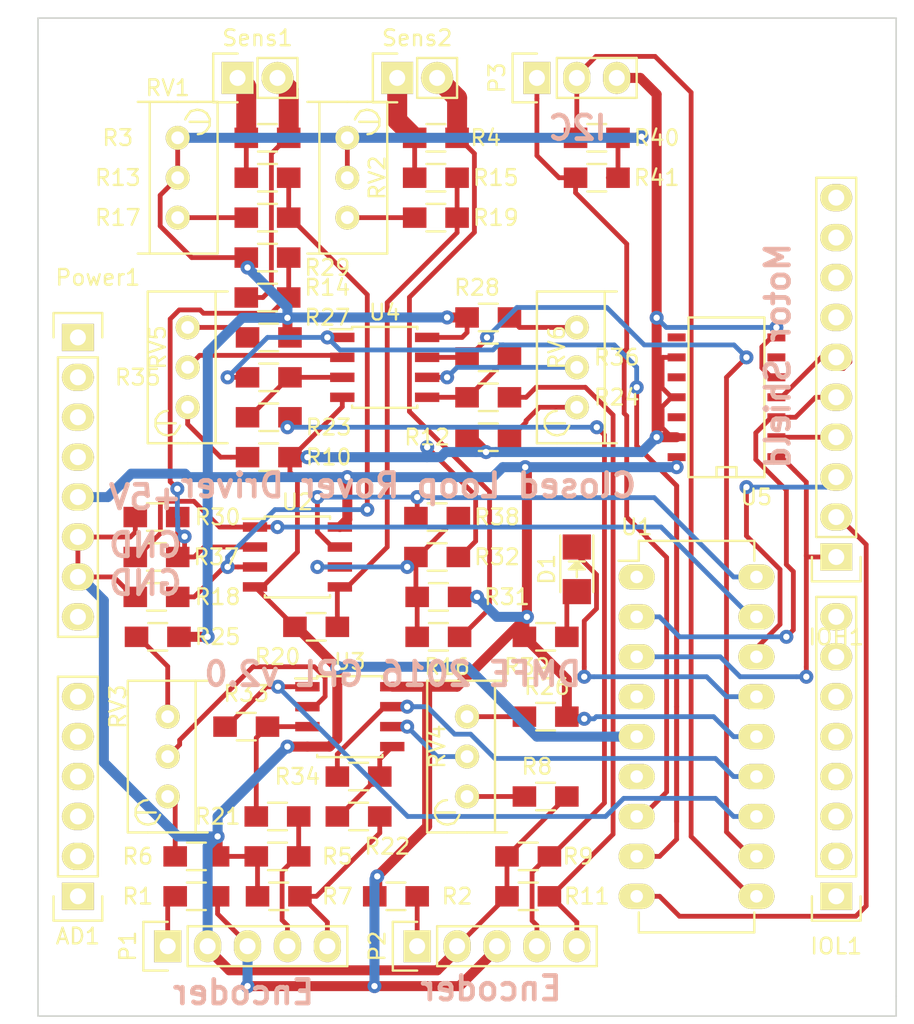
<source format=kicad_pcb>
(kicad_pcb (version 4) (host pcbnew "(2016-02-11 BZR 6551)-product")

  (general
    (links 127)
    (no_connects 0)
    (area 182.851667 78.711666 241.328334 144.173333)
    (thickness 1.6)
    (drawings 13)
    (tracks 569)
    (zones 0)
    (modules 62)
    (nets 81)
  )

  (page A4)
  (title_block
    (title MotorDrive)
    (date 8/20/2015)
    (rev NC)
    (company DMFE)
    (comment 1 "Arduino UNO form factor PIC16F1847")
  )

  (layers
    (0 F.Cu signal)
    (31 B.Cu signal)
    (32 B.Adhes user)
    (33 F.Adhes user)
    (34 B.Paste user)
    (35 F.Paste user)
    (36 B.SilkS user)
    (37 F.SilkS user)
    (38 B.Mask user)
    (39 F.Mask user)
    (40 Dwgs.User user)
    (41 Cmts.User user)
    (42 Eco1.User user)
    (43 Eco2.User user)
    (44 Edge.Cuts user)
    (45 Margin user)
    (46 B.CrtYd user)
    (47 F.CrtYd user)
    (48 B.Fab user)
    (49 F.Fab user)
  )

  (setup
    (last_trace_width 0.3048)
    (user_trace_width 0.3048)
    (user_trace_width 0.508)
    (user_trace_width 0.635)
    (user_trace_width 1.016)
    (user_trace_width 1.27)
    (user_trace_width 1.905)
    (user_trace_width 2.54)
    (trace_clearance 0.2)
    (zone_clearance 0.508)
    (zone_45_only no)
    (trace_min 0.2)
    (segment_width 0.2)
    (edge_width 0.1)
    (via_size 0.889)
    (via_drill 0.4)
    (via_min_size 0.4)
    (via_min_drill 0.3)
    (uvia_size 0.3)
    (uvia_drill 0.1)
    (uvias_allowed no)
    (uvia_min_size 0.2)
    (uvia_min_drill 0.1)
    (pcb_text_width 0.3)
    (pcb_text_size 1.5 1.5)
    (mod_edge_width 0.15)
    (mod_text_size 1 1)
    (mod_text_width 0.15)
    (pad_size 0.508 1.143)
    (pad_drill 0)
    (pad_to_mask_clearance 0)
    (aux_axis_origin 0 0)
    (visible_elements FFFEFF7F)
    (pcbplotparams
      (layerselection 0x010f0_ffffffff)
      (usegerberextensions true)
      (gerberprecision 5)
      (excludeedgelayer true)
      (linewidth 0.100000)
      (plotframeref false)
      (viasonmask false)
      (mode 1)
      (useauxorigin false)
      (hpglpennumber 1)
      (hpglpenspeed 20)
      (hpglpendiameter 15)
      (psnegative false)
      (psa4output false)
      (plotreference true)
      (plotvalue false)
      (plotinvisibletext false)
      (padsonsilk false)
      (subtractmaskfromsilk true)
      (outputformat 1)
      (mirror false)
      (drillshape 0)
      (scaleselection 1)
      (outputdirectory Gerber/))
  )

  (net 0 "")
  (net 1 "Net-(AD1-Pad1)")
  (net 2 "Net-(AD1-Pad2)")
  (net 3 "Net-(AD1-Pad3)")
  (net 4 "Net-(AD1-Pad4)")
  (net 5 "Net-(AD1-Pad5)")
  (net 6 "Net-(AD1-Pad6)")
  (net 7 "Net-(D1-Pad2)")
  (net 8 "Net-(D1-Pad1)")
  (net 9 "Net-(IOH1-Pad1)")
  (net 10 "Net-(IOH1-Pad2)")
  (net 11 "Net-(IOH1-Pad3)")
  (net 12 "Net-(IOH1-Pad4)")
  (net 13 "Net-(IOH1-Pad5)")
  (net 14 "Net-(IOH1-Pad6)")
  (net 15 "Net-(IOH1-Pad7)")
  (net 16 "Net-(IOH1-Pad8)")
  (net 17 "Net-(IOH1-Pad9)")
  (net 18 "Net-(IOH1-Pad10)")
  (net 19 "Net-(IOL1-Pad1)")
  (net 20 "Net-(IOL1-Pad2)")
  (net 21 "Net-(IOL1-Pad3)")
  (net 22 "Net-(IOL1-Pad4)")
  (net 23 "Net-(IOL1-Pad5)")
  (net 24 "Net-(IOL1-Pad6)")
  (net 25 "Net-(IOL1-Pad7)")
  (net 26 "Net-(IOL1-Pad8)")
  (net 27 "Net-(P1-Pad1)")
  (net 28 GND)
  (net 29 +5V)
  (net 30 "Net-(P1-Pad4)")
  (net 31 "Net-(P1-Pad5)")
  (net 32 "Net-(P2-Pad1)")
  (net 33 "Net-(P2-Pad4)")
  (net 34 "Net-(P2-Pad5)")
  (net 35 "Net-(P3-Pad1)")
  (net 36 "Net-(P3-Pad2)")
  (net 37 "Net-(Power1-Pad1)")
  (net 38 "Net-(Power1-Pad2)")
  (net 39 "Net-(Power1-Pad3)")
  (net 40 "Net-(Power1-Pad4)")
  (net 41 "Net-(Power1-Pad8)")
  (net 42 "Net-(R14-Pad2)")
  (net 43 "Net-(R13-Pad2)")
  (net 44 "Net-(R16-Pad2)")
  (net 45 "Net-(R15-Pad2)")
  (net 46 "Net-(R6-Pad1)")
  (net 47 "Net-(R8-Pad1)")
  (net 48 "Net-(R10-Pad1)")
  (net 49 "Net-(R12-Pad1)")
  (net 50 "Net-(R13-Pad1)")
  (net 51 "Net-(R14-Pad1)")
  (net 52 "Net-(R15-Pad1)")
  (net 53 "Net-(R16-Pad1)")
  (net 54 "Net-(R17-Pad2)")
  (net 55 "Net-(R19-Pad2)")
  (net 56 "Net-(R21-Pad1)")
  (net 57 "Net-(R22-Pad1)")
  (net 58 "Net-(R23-Pad1)")
  (net 59 "Net-(R24-Pad1)")
  (net 60 "Net-(R25-Pad1)")
  (net 61 "Net-(R26-Pad1)")
  (net 62 "Net-(R27-Pad1)")
  (net 63 "Net-(R28-Pad1)")
  (net 64 "Net-(R33-Pad1)")
  (net 65 "Net-(R34-Pad1)")
  (net 66 "Net-(R35-Pad1)")
  (net 67 "Net-(R36-Pad1)")
  (net 68 "Net-(R37-Pad1)")
  (net 69 "Net-(R38-Pad1)")
  (net 70 "Net-(RV3-Pad2)")
  (net 71 "Net-(RV4-Pad2)")
  (net 72 "Net-(RV5-Pad2)")
  (net 73 "Net-(RV6-Pad2)")
  (net 74 "Net-(U1-Pad1)")
  (net 75 "Net-(U1-Pad4)")
  (net 76 "Net-(U1-Pad6)")
  (net 77 "Net-(U5-Pad6)")
  (net 78 "Net-(U5-Pad8)")
  (net 79 "Net-(U5-Pad10)")
  (net 80 "Net-(U5-Pad12)")

  (net_class Default "This is the default net class."
    (clearance 0.2)
    (trace_width 0.3048)
    (via_dia 0.889)
    (via_drill 0.4)
    (uvia_dia 0.3)
    (uvia_drill 0.1)
    (add_net +5V)
    (add_net GND)
    (add_net "Net-(AD1-Pad1)")
    (add_net "Net-(AD1-Pad2)")
    (add_net "Net-(AD1-Pad3)")
    (add_net "Net-(AD1-Pad4)")
    (add_net "Net-(AD1-Pad5)")
    (add_net "Net-(AD1-Pad6)")
    (add_net "Net-(D1-Pad1)")
    (add_net "Net-(D1-Pad2)")
    (add_net "Net-(IOH1-Pad1)")
    (add_net "Net-(IOH1-Pad10)")
    (add_net "Net-(IOH1-Pad2)")
    (add_net "Net-(IOH1-Pad3)")
    (add_net "Net-(IOH1-Pad4)")
    (add_net "Net-(IOH1-Pad5)")
    (add_net "Net-(IOH1-Pad6)")
    (add_net "Net-(IOH1-Pad7)")
    (add_net "Net-(IOH1-Pad8)")
    (add_net "Net-(IOH1-Pad9)")
    (add_net "Net-(IOL1-Pad1)")
    (add_net "Net-(IOL1-Pad2)")
    (add_net "Net-(IOL1-Pad3)")
    (add_net "Net-(IOL1-Pad4)")
    (add_net "Net-(IOL1-Pad5)")
    (add_net "Net-(IOL1-Pad6)")
    (add_net "Net-(IOL1-Pad7)")
    (add_net "Net-(IOL1-Pad8)")
    (add_net "Net-(P1-Pad1)")
    (add_net "Net-(P1-Pad4)")
    (add_net "Net-(P1-Pad5)")
    (add_net "Net-(P2-Pad1)")
    (add_net "Net-(P2-Pad4)")
    (add_net "Net-(P2-Pad5)")
    (add_net "Net-(P3-Pad1)")
    (add_net "Net-(P3-Pad2)")
    (add_net "Net-(Power1-Pad1)")
    (add_net "Net-(Power1-Pad2)")
    (add_net "Net-(Power1-Pad3)")
    (add_net "Net-(Power1-Pad4)")
    (add_net "Net-(Power1-Pad8)")
    (add_net "Net-(R10-Pad1)")
    (add_net "Net-(R12-Pad1)")
    (add_net "Net-(R13-Pad1)")
    (add_net "Net-(R13-Pad2)")
    (add_net "Net-(R14-Pad1)")
    (add_net "Net-(R14-Pad2)")
    (add_net "Net-(R15-Pad1)")
    (add_net "Net-(R15-Pad2)")
    (add_net "Net-(R16-Pad1)")
    (add_net "Net-(R16-Pad2)")
    (add_net "Net-(R17-Pad2)")
    (add_net "Net-(R19-Pad2)")
    (add_net "Net-(R21-Pad1)")
    (add_net "Net-(R22-Pad1)")
    (add_net "Net-(R23-Pad1)")
    (add_net "Net-(R24-Pad1)")
    (add_net "Net-(R25-Pad1)")
    (add_net "Net-(R26-Pad1)")
    (add_net "Net-(R27-Pad1)")
    (add_net "Net-(R28-Pad1)")
    (add_net "Net-(R33-Pad1)")
    (add_net "Net-(R34-Pad1)")
    (add_net "Net-(R35-Pad1)")
    (add_net "Net-(R36-Pad1)")
    (add_net "Net-(R37-Pad1)")
    (add_net "Net-(R38-Pad1)")
    (add_net "Net-(R6-Pad1)")
    (add_net "Net-(R8-Pad1)")
    (add_net "Net-(RV3-Pad2)")
    (add_net "Net-(RV4-Pad2)")
    (add_net "Net-(RV5-Pad2)")
    (add_net "Net-(RV6-Pad2)")
    (add_net "Net-(U1-Pad1)")
    (add_net "Net-(U1-Pad4)")
    (add_net "Net-(U1-Pad6)")
    (add_net "Net-(U5-Pad10)")
    (add_net "Net-(U5-Pad12)")
    (add_net "Net-(U5-Pad6)")
    (add_net "Net-(U5-Pad8)")
  )

  (module Pin_Headers:Pin_Header_Straight_1x06 (layer F.Cu) (tedit 0) (tstamp 55D6967F)
    (at 187.96 135.89 180)
    (descr "Through hole pin header")
    (tags "pin header")
    (path /557B96E9)
    (fp_text reference AD1 (at 0 -2.54 180) (layer F.SilkS)
      (effects (font (size 1 1) (thickness 0.15)))
    )
    (fp_text value CONN_01X06 (at 0 -3.1 180) (layer F.Fab)
      (effects (font (size 1 1) (thickness 0.15)))
    )
    (fp_line (start -1.75 -1.75) (end -1.75 14.45) (layer F.CrtYd) (width 0.05))
    (fp_line (start 1.75 -1.75) (end 1.75 14.45) (layer F.CrtYd) (width 0.05))
    (fp_line (start -1.75 -1.75) (end 1.75 -1.75) (layer F.CrtYd) (width 0.05))
    (fp_line (start -1.75 14.45) (end 1.75 14.45) (layer F.CrtYd) (width 0.05))
    (fp_line (start 1.27 1.27) (end 1.27 13.97) (layer F.SilkS) (width 0.15))
    (fp_line (start 1.27 13.97) (end -1.27 13.97) (layer F.SilkS) (width 0.15))
    (fp_line (start -1.27 13.97) (end -1.27 1.27) (layer F.SilkS) (width 0.15))
    (fp_line (start 1.55 -1.55) (end 1.55 0) (layer F.SilkS) (width 0.15))
    (fp_line (start 1.27 1.27) (end -1.27 1.27) (layer F.SilkS) (width 0.15))
    (fp_line (start -1.55 0) (end -1.55 -1.55) (layer F.SilkS) (width 0.15))
    (fp_line (start -1.55 -1.55) (end 1.55 -1.55) (layer F.SilkS) (width 0.15))
    (pad 1 thru_hole rect (at 0 0 180) (size 2.032 1.7272) (drill 1.016) (layers *.Cu *.Mask F.SilkS)
      (net 1 "Net-(AD1-Pad1)"))
    (pad 2 thru_hole oval (at 0 2.54 180) (size 2.032 1.7272) (drill 1.016) (layers *.Cu *.Mask F.SilkS)
      (net 2 "Net-(AD1-Pad2)"))
    (pad 3 thru_hole oval (at 0 5.08 180) (size 2.032 1.7272) (drill 1.016) (layers *.Cu *.Mask F.SilkS)
      (net 3 "Net-(AD1-Pad3)"))
    (pad 4 thru_hole oval (at 0 7.62 180) (size 2.032 1.7272) (drill 1.016) (layers *.Cu *.Mask F.SilkS)
      (net 4 "Net-(AD1-Pad4)"))
    (pad 5 thru_hole oval (at 0 10.16 180) (size 2.032 1.7272) (drill 1.016) (layers *.Cu *.Mask F.SilkS)
      (net 5 "Net-(AD1-Pad5)"))
    (pad 6 thru_hole oval (at 0 12.7 180) (size 2.032 1.7272) (drill 1.016) (layers *.Cu *.Mask F.SilkS)
      (net 6 "Net-(AD1-Pad6)"))
    (model Pin_Headers.3dshapes/Pin_Header_Straight_1x06.wrl
      (at (xyz 0 -0.25 0))
      (scale (xyz 1 1 1))
      (rotate (xyz 0 0 90))
    )
  )

  (module LEDs:LED-1206 (layer F.Cu) (tedit 55BDE2E8) (tstamp 55D69695)
    (at 219.71 115.08486 270)
    (descr "LED 1206 smd package")
    (tags "LED1206 SMD")
    (path /556A34E0)
    (attr smd)
    (fp_text reference D1 (at 0 1.905 270) (layer F.SilkS)
      (effects (font (size 1 1) (thickness 0.15)))
    )
    (fp_text value LED (at 0 2 270) (layer F.Fab)
      (effects (font (size 1 1) (thickness 0.15)))
    )
    (fp_line (start -2.15 1.05) (end 1.45 1.05) (layer F.SilkS) (width 0.15))
    (fp_line (start -2.15 -1.05) (end 1.45 -1.05) (layer F.SilkS) (width 0.15))
    (fp_line (start -0.1 -0.3) (end -0.1 0.3) (layer F.SilkS) (width 0.15))
    (fp_line (start -0.1 0.3) (end -0.4 0) (layer F.SilkS) (width 0.15))
    (fp_line (start -0.4 0) (end -0.2 -0.2) (layer F.SilkS) (width 0.15))
    (fp_line (start -0.2 -0.2) (end -0.2 0.05) (layer F.SilkS) (width 0.15))
    (fp_line (start -0.2 0.05) (end -0.25 0) (layer F.SilkS) (width 0.15))
    (fp_line (start -0.5 -0.5) (end -0.5 0.5) (layer F.SilkS) (width 0.15))
    (fp_line (start 0 0) (end 0.5 0) (layer F.SilkS) (width 0.15))
    (fp_line (start -0.5 0) (end 0 -0.5) (layer F.SilkS) (width 0.15))
    (fp_line (start 0 -0.5) (end 0 0.5) (layer F.SilkS) (width 0.15))
    (fp_line (start 0 0.5) (end -0.5 0) (layer F.SilkS) (width 0.15))
    (fp_line (start 2.5 -1.25) (end -2.5 -1.25) (layer F.CrtYd) (width 0.05))
    (fp_line (start -2.5 -1.25) (end -2.5 1.25) (layer F.CrtYd) (width 0.05))
    (fp_line (start -2.5 1.25) (end 2.5 1.25) (layer F.CrtYd) (width 0.05))
    (fp_line (start 2.5 1.25) (end 2.5 -1.25) (layer F.CrtYd) (width 0.05))
    (pad 2 smd rect (at 1.41986 0 90) (size 1.59766 1.80086) (layers F.Cu F.Paste F.Mask)
      (net 7 "Net-(D1-Pad2)"))
    (pad 1 smd rect (at -1.41986 0 90) (size 1.59766 1.80086) (layers F.Cu F.Paste F.Mask)
      (net 8 "Net-(D1-Pad1)"))
  )

  (module Pin_Headers:Pin_Header_Straight_1x10 (layer F.Cu) (tedit 5600AA9D) (tstamp 55D696AE)
    (at 236.22 114.3 180)
    (descr "Through hole pin header")
    (tags "pin header")
    (path /557B9875)
    (fp_text reference IOH1 (at 0 -5.1 180) (layer F.SilkS)
      (effects (font (size 1 1) (thickness 0.15)))
    )
    (fp_text value CONN_01X10 (at 0 -3.1 180) (layer F.Fab)
      (effects (font (size 1 1) (thickness 0.15)))
    )
    (fp_line (start -1.75 -1.75) (end -1.75 24.65) (layer F.CrtYd) (width 0.05))
    (fp_line (start 1.75 -1.75) (end 1.75 24.65) (layer F.CrtYd) (width 0.05))
    (fp_line (start -1.75 -1.75) (end 1.75 -1.75) (layer F.CrtYd) (width 0.05))
    (fp_line (start -1.75 24.65) (end 1.75 24.65) (layer F.CrtYd) (width 0.05))
    (fp_line (start 1.27 1.27) (end 1.27 24.13) (layer F.SilkS) (width 0.15))
    (fp_line (start 1.27 24.13) (end -1.27 24.13) (layer F.SilkS) (width 0.15))
    (fp_line (start -1.27 24.13) (end -1.27 1.27) (layer F.SilkS) (width 0.15))
    (fp_line (start 1.55 -1.55) (end 1.55 0) (layer F.SilkS) (width 0.15))
    (fp_line (start 1.27 1.27) (end -1.27 1.27) (layer F.SilkS) (width 0.15))
    (fp_line (start -1.55 0) (end -1.55 -1.55) (layer F.SilkS) (width 0.15))
    (fp_line (start -1.55 -1.55) (end 1.55 -1.55) (layer F.SilkS) (width 0.15))
    (pad 1 thru_hole rect (at 0 0 180) (size 2.032 1.7272) (drill 1.016) (layers *.Cu *.Mask F.SilkS)
      (net 9 "Net-(IOH1-Pad1)"))
    (pad 2 thru_hole oval (at 0 2.54 180) (size 2.032 1.7272) (drill 1.016) (layers *.Cu *.Mask F.SilkS)
      (net 10 "Net-(IOH1-Pad2)"))
    (pad 3 thru_hole oval (at 0 5.08 180) (size 2.032 1.7272) (drill 1.016) (layers *.Cu *.Mask F.SilkS)
      (net 11 "Net-(IOH1-Pad3)"))
    (pad 4 thru_hole oval (at 0 7.62 180) (size 2.032 1.7272) (drill 1.016) (layers *.Cu *.Mask F.SilkS)
      (net 12 "Net-(IOH1-Pad4)"))
    (pad 5 thru_hole oval (at 0 10.16 180) (size 2.032 1.7272) (drill 1.016) (layers *.Cu *.Mask F.SilkS)
      (net 13 "Net-(IOH1-Pad5)"))
    (pad 6 thru_hole oval (at 0 12.7 180) (size 2.032 1.7272) (drill 1.016) (layers *.Cu *.Mask F.SilkS)
      (net 14 "Net-(IOH1-Pad6)"))
    (pad 7 thru_hole oval (at 0 15.24 180) (size 2.032 1.7272) (drill 1.016) (layers *.Cu *.Mask F.SilkS)
      (net 15 "Net-(IOH1-Pad7)"))
    (pad 8 thru_hole oval (at 0 17.78 180) (size 2.032 1.7272) (drill 1.016) (layers *.Cu *.Mask F.SilkS)
      (net 16 "Net-(IOH1-Pad8)"))
    (pad 9 thru_hole oval (at 0 20.32 180) (size 2.032 1.7272) (drill 1.016) (layers *.Cu *.Mask F.SilkS)
      (net 17 "Net-(IOH1-Pad9)"))
    (pad 10 thru_hole oval (at 0 22.86 180) (size 2.032 1.7272) (drill 1.016) (layers *.Cu *.Mask F.SilkS)
      (net 18 "Net-(IOH1-Pad10)"))
    (model Pin_Headers.3dshapes/Pin_Header_Straight_1x10.wrl
      (at (xyz 0 -0.45 0))
      (scale (xyz 1 1 1))
      (rotate (xyz 0 0 90))
    )
  )

  (module Pin_Headers:Pin_Header_Straight_1x08 (layer F.Cu) (tedit 0) (tstamp 55D696C5)
    (at 236.22 135.89 180)
    (descr "Through hole pin header")
    (tags "pin header")
    (path /557B97FC)
    (fp_text reference IOL1 (at 0 -3.175 180) (layer F.SilkS)
      (effects (font (size 1 1) (thickness 0.15)))
    )
    (fp_text value CONN_01X08 (at 0 -3.1 180) (layer F.Fab)
      (effects (font (size 1 1) (thickness 0.15)))
    )
    (fp_line (start -1.75 -1.75) (end -1.75 19.55) (layer F.CrtYd) (width 0.05))
    (fp_line (start 1.75 -1.75) (end 1.75 19.55) (layer F.CrtYd) (width 0.05))
    (fp_line (start -1.75 -1.75) (end 1.75 -1.75) (layer F.CrtYd) (width 0.05))
    (fp_line (start -1.75 19.55) (end 1.75 19.55) (layer F.CrtYd) (width 0.05))
    (fp_line (start 1.27 1.27) (end 1.27 19.05) (layer F.SilkS) (width 0.15))
    (fp_line (start 1.27 19.05) (end -1.27 19.05) (layer F.SilkS) (width 0.15))
    (fp_line (start -1.27 19.05) (end -1.27 1.27) (layer F.SilkS) (width 0.15))
    (fp_line (start 1.55 -1.55) (end 1.55 0) (layer F.SilkS) (width 0.15))
    (fp_line (start 1.27 1.27) (end -1.27 1.27) (layer F.SilkS) (width 0.15))
    (fp_line (start -1.55 0) (end -1.55 -1.55) (layer F.SilkS) (width 0.15))
    (fp_line (start -1.55 -1.55) (end 1.55 -1.55) (layer F.SilkS) (width 0.15))
    (pad 1 thru_hole rect (at 0 0 180) (size 2.032 1.7272) (drill 1.016) (layers *.Cu *.Mask F.SilkS)
      (net 19 "Net-(IOL1-Pad1)"))
    (pad 2 thru_hole oval (at 0 2.54 180) (size 2.032 1.7272) (drill 1.016) (layers *.Cu *.Mask F.SilkS)
      (net 20 "Net-(IOL1-Pad2)"))
    (pad 3 thru_hole oval (at 0 5.08 180) (size 2.032 1.7272) (drill 1.016) (layers *.Cu *.Mask F.SilkS)
      (net 21 "Net-(IOL1-Pad3)"))
    (pad 4 thru_hole oval (at 0 7.62 180) (size 2.032 1.7272) (drill 1.016) (layers *.Cu *.Mask F.SilkS)
      (net 22 "Net-(IOL1-Pad4)"))
    (pad 5 thru_hole oval (at 0 10.16 180) (size 2.032 1.7272) (drill 1.016) (layers *.Cu *.Mask F.SilkS)
      (net 23 "Net-(IOL1-Pad5)"))
    (pad 6 thru_hole oval (at 0 12.7 180) (size 2.032 1.7272) (drill 1.016) (layers *.Cu *.Mask F.SilkS)
      (net 24 "Net-(IOL1-Pad6)"))
    (pad 7 thru_hole oval (at 0 15.24 180) (size 2.032 1.7272) (drill 1.016) (layers *.Cu *.Mask F.SilkS)
      (net 25 "Net-(IOL1-Pad7)"))
    (pad 8 thru_hole oval (at 0 17.78 180) (size 2.032 1.7272) (drill 1.016) (layers *.Cu *.Mask F.SilkS)
      (net 26 "Net-(IOL1-Pad8)"))
    (model Pin_Headers.3dshapes/Pin_Header_Straight_1x08.wrl
      (at (xyz 0 -0.35 0))
      (scale (xyz 1 1 1))
      (rotate (xyz 0 0 90))
    )
  )

  (module Pin_Headers:Pin_Header_Straight_1x05 (layer F.Cu) (tedit 54EA0684) (tstamp 55D696D9)
    (at 193.675 139.065 90)
    (descr "Through hole pin header")
    (tags "pin header")
    (path /55C59F8E)
    (fp_text reference P1 (at 0 -2.54 90) (layer F.SilkS)
      (effects (font (size 1 1) (thickness 0.15)))
    )
    (fp_text value CONN_01X05 (at 0 -3.1 90) (layer F.Fab)
      (effects (font (size 1 1) (thickness 0.15)))
    )
    (fp_line (start -1.55 0) (end -1.55 -1.55) (layer F.SilkS) (width 0.15))
    (fp_line (start -1.55 -1.55) (end 1.55 -1.55) (layer F.SilkS) (width 0.15))
    (fp_line (start 1.55 -1.55) (end 1.55 0) (layer F.SilkS) (width 0.15))
    (fp_line (start -1.75 -1.75) (end -1.75 11.95) (layer F.CrtYd) (width 0.05))
    (fp_line (start 1.75 -1.75) (end 1.75 11.95) (layer F.CrtYd) (width 0.05))
    (fp_line (start -1.75 -1.75) (end 1.75 -1.75) (layer F.CrtYd) (width 0.05))
    (fp_line (start -1.75 11.95) (end 1.75 11.95) (layer F.CrtYd) (width 0.05))
    (fp_line (start 1.27 1.27) (end 1.27 11.43) (layer F.SilkS) (width 0.15))
    (fp_line (start 1.27 11.43) (end -1.27 11.43) (layer F.SilkS) (width 0.15))
    (fp_line (start -1.27 11.43) (end -1.27 1.27) (layer F.SilkS) (width 0.15))
    (fp_line (start 1.27 1.27) (end -1.27 1.27) (layer F.SilkS) (width 0.15))
    (pad 1 thru_hole rect (at 0 0 90) (size 2.032 1.7272) (drill 1.016) (layers *.Cu *.Mask F.SilkS)
      (net 27 "Net-(P1-Pad1)"))
    (pad 2 thru_hole oval (at 0 2.54 90) (size 2.032 1.7272) (drill 1.016) (layers *.Cu *.Mask F.SilkS)
      (net 28 GND))
    (pad 3 thru_hole oval (at 0 5.08 90) (size 2.032 1.7272) (drill 1.016) (layers *.Cu *.Mask F.SilkS)
      (net 29 +5V))
    (pad 4 thru_hole oval (at 0 7.62 90) (size 2.032 1.7272) (drill 1.016) (layers *.Cu *.Mask F.SilkS)
      (net 30 "Net-(P1-Pad4)"))
    (pad 5 thru_hole oval (at 0 10.16 90) (size 2.032 1.7272) (drill 1.016) (layers *.Cu *.Mask F.SilkS)
      (net 31 "Net-(P1-Pad5)"))
    (model Pin_Headers.3dshapes/Pin_Header_Straight_1x05.wrl
      (at (xyz 0 -0.2 0))
      (scale (xyz 1 1 1))
      (rotate (xyz 0 0 90))
    )
  )

  (module Pin_Headers:Pin_Header_Straight_1x05 (layer F.Cu) (tedit 54EA0684) (tstamp 55D696ED)
    (at 209.55 139.065 90)
    (descr "Through hole pin header")
    (tags "pin header")
    (path /55C5A221)
    (fp_text reference P2 (at 0 -2.54 90) (layer F.SilkS)
      (effects (font (size 1 1) (thickness 0.15)))
    )
    (fp_text value CONN_01X05 (at 0 -3.1 90) (layer F.Fab)
      (effects (font (size 1 1) (thickness 0.15)))
    )
    (fp_line (start -1.55 0) (end -1.55 -1.55) (layer F.SilkS) (width 0.15))
    (fp_line (start -1.55 -1.55) (end 1.55 -1.55) (layer F.SilkS) (width 0.15))
    (fp_line (start 1.55 -1.55) (end 1.55 0) (layer F.SilkS) (width 0.15))
    (fp_line (start -1.75 -1.75) (end -1.75 11.95) (layer F.CrtYd) (width 0.05))
    (fp_line (start 1.75 -1.75) (end 1.75 11.95) (layer F.CrtYd) (width 0.05))
    (fp_line (start -1.75 -1.75) (end 1.75 -1.75) (layer F.CrtYd) (width 0.05))
    (fp_line (start -1.75 11.95) (end 1.75 11.95) (layer F.CrtYd) (width 0.05))
    (fp_line (start 1.27 1.27) (end 1.27 11.43) (layer F.SilkS) (width 0.15))
    (fp_line (start 1.27 11.43) (end -1.27 11.43) (layer F.SilkS) (width 0.15))
    (fp_line (start -1.27 11.43) (end -1.27 1.27) (layer F.SilkS) (width 0.15))
    (fp_line (start 1.27 1.27) (end -1.27 1.27) (layer F.SilkS) (width 0.15))
    (pad 1 thru_hole rect (at 0 0 90) (size 2.032 1.7272) (drill 1.016) (layers *.Cu *.Mask F.SilkS)
      (net 32 "Net-(P2-Pad1)"))
    (pad 2 thru_hole oval (at 0 2.54 90) (size 2.032 1.7272) (drill 1.016) (layers *.Cu *.Mask F.SilkS)
      (net 28 GND))
    (pad 3 thru_hole oval (at 0 5.08 90) (size 2.032 1.7272) (drill 1.016) (layers *.Cu *.Mask F.SilkS)
      (net 29 +5V))
    (pad 4 thru_hole oval (at 0 7.62 90) (size 2.032 1.7272) (drill 1.016) (layers *.Cu *.Mask F.SilkS)
      (net 33 "Net-(P2-Pad4)"))
    (pad 5 thru_hole oval (at 0 10.16 90) (size 2.032 1.7272) (drill 1.016) (layers *.Cu *.Mask F.SilkS)
      (net 34 "Net-(P2-Pad5)"))
    (model Pin_Headers.3dshapes/Pin_Header_Straight_1x05.wrl
      (at (xyz 0 -0.2 0))
      (scale (xyz 1 1 1))
      (rotate (xyz 0 0 90))
    )
  )

  (module Pin_Headers:Pin_Header_Straight_1x03 (layer F.Cu) (tedit 0) (tstamp 55D696FF)
    (at 217.17 83.82 90)
    (descr "Through hole pin header")
    (tags "pin header")
    (path /55C62C8A)
    (fp_text reference P3 (at 0 -2.54 90) (layer F.SilkS)
      (effects (font (size 1 1) (thickness 0.15)))
    )
    (fp_text value CONN_01X03 (at 0 -3.1 90) (layer F.Fab)
      (effects (font (size 1 1) (thickness 0.15)))
    )
    (fp_line (start -1.75 -1.75) (end -1.75 6.85) (layer F.CrtYd) (width 0.05))
    (fp_line (start 1.75 -1.75) (end 1.75 6.85) (layer F.CrtYd) (width 0.05))
    (fp_line (start -1.75 -1.75) (end 1.75 -1.75) (layer F.CrtYd) (width 0.05))
    (fp_line (start -1.75 6.85) (end 1.75 6.85) (layer F.CrtYd) (width 0.05))
    (fp_line (start -1.27 1.27) (end -1.27 6.35) (layer F.SilkS) (width 0.15))
    (fp_line (start -1.27 6.35) (end 1.27 6.35) (layer F.SilkS) (width 0.15))
    (fp_line (start 1.27 6.35) (end 1.27 1.27) (layer F.SilkS) (width 0.15))
    (fp_line (start 1.55 -1.55) (end 1.55 0) (layer F.SilkS) (width 0.15))
    (fp_line (start 1.27 1.27) (end -1.27 1.27) (layer F.SilkS) (width 0.15))
    (fp_line (start -1.55 0) (end -1.55 -1.55) (layer F.SilkS) (width 0.15))
    (fp_line (start -1.55 -1.55) (end 1.55 -1.55) (layer F.SilkS) (width 0.15))
    (pad 1 thru_hole rect (at 0 0 90) (size 2.032 1.7272) (drill 1.016) (layers *.Cu *.Mask F.SilkS)
      (net 35 "Net-(P3-Pad1)"))
    (pad 2 thru_hole oval (at 0 2.54 90) (size 2.032 1.7272) (drill 1.016) (layers *.Cu *.Mask F.SilkS)
      (net 36 "Net-(P3-Pad2)"))
    (pad 3 thru_hole oval (at 0 5.08 90) (size 2.032 1.7272) (drill 1.016) (layers *.Cu *.Mask F.SilkS)
      (net 28 GND))
    (model Pin_Headers.3dshapes/Pin_Header_Straight_1x03.wrl
      (at (xyz 0 -0.1 0))
      (scale (xyz 1 1 1))
      (rotate (xyz 0 0 90))
    )
  )

  (module Pin_Headers:Pin_Header_Straight_1x08 (layer F.Cu) (tedit 0) (tstamp 55D69716)
    (at 187.96 100.33)
    (descr "Through hole pin header")
    (tags "pin header")
    (path /557B9799)
    (fp_text reference Power1 (at 1.27 -3.81 180) (layer F.SilkS)
      (effects (font (size 1 1) (thickness 0.15)))
    )
    (fp_text value CONN_01X08 (at 0 -3.1) (layer F.Fab)
      (effects (font (size 1 1) (thickness 0.15)))
    )
    (fp_line (start -1.75 -1.75) (end -1.75 19.55) (layer F.CrtYd) (width 0.05))
    (fp_line (start 1.75 -1.75) (end 1.75 19.55) (layer F.CrtYd) (width 0.05))
    (fp_line (start -1.75 -1.75) (end 1.75 -1.75) (layer F.CrtYd) (width 0.05))
    (fp_line (start -1.75 19.55) (end 1.75 19.55) (layer F.CrtYd) (width 0.05))
    (fp_line (start 1.27 1.27) (end 1.27 19.05) (layer F.SilkS) (width 0.15))
    (fp_line (start 1.27 19.05) (end -1.27 19.05) (layer F.SilkS) (width 0.15))
    (fp_line (start -1.27 19.05) (end -1.27 1.27) (layer F.SilkS) (width 0.15))
    (fp_line (start 1.55 -1.55) (end 1.55 0) (layer F.SilkS) (width 0.15))
    (fp_line (start 1.27 1.27) (end -1.27 1.27) (layer F.SilkS) (width 0.15))
    (fp_line (start -1.55 0) (end -1.55 -1.55) (layer F.SilkS) (width 0.15))
    (fp_line (start -1.55 -1.55) (end 1.55 -1.55) (layer F.SilkS) (width 0.15))
    (pad 1 thru_hole rect (at 0 0) (size 2.032 1.7272) (drill 1.016) (layers *.Cu *.Mask F.SilkS)
      (net 37 "Net-(Power1-Pad1)"))
    (pad 2 thru_hole oval (at 0 2.54) (size 2.032 1.7272) (drill 1.016) (layers *.Cu *.Mask F.SilkS)
      (net 38 "Net-(Power1-Pad2)"))
    (pad 3 thru_hole oval (at 0 5.08) (size 2.032 1.7272) (drill 1.016) (layers *.Cu *.Mask F.SilkS)
      (net 39 "Net-(Power1-Pad3)"))
    (pad 4 thru_hole oval (at 0 7.62) (size 2.032 1.7272) (drill 1.016) (layers *.Cu *.Mask F.SilkS)
      (net 40 "Net-(Power1-Pad4)"))
    (pad 5 thru_hole oval (at 0 10.16) (size 2.032 1.7272) (drill 1.016) (layers *.Cu *.Mask F.SilkS)
      (net 29 +5V))
    (pad 6 thru_hole oval (at 0 12.7) (size 2.032 1.7272) (drill 1.016) (layers *.Cu *.Mask F.SilkS)
      (net 28 GND))
    (pad 7 thru_hole oval (at 0 15.24) (size 2.032 1.7272) (drill 1.016) (layers *.Cu *.Mask F.SilkS)
      (net 28 GND))
    (pad 8 thru_hole oval (at 0 17.78) (size 2.032 1.7272) (drill 1.016) (layers *.Cu *.Mask F.SilkS)
      (net 41 "Net-(Power1-Pad8)"))
    (model Pin_Headers.3dshapes/Pin_Header_Straight_1x08.wrl
      (at (xyz 0 -0.35 0))
      (scale (xyz 1 1 1))
      (rotate (xyz 0 0 90))
    )
  )

  (module Resistors_SMD:R_0805_HandSoldering (layer F.Cu) (tedit 54189DEE) (tstamp 55D69722)
    (at 195.5 135.89 180)
    (descr "Resistor SMD 0805, hand soldering")
    (tags "resistor 0805")
    (path /557BAB27)
    (attr smd)
    (fp_text reference R1 (at 3.73 0 180) (layer F.SilkS)
      (effects (font (size 1 1) (thickness 0.15)))
    )
    (fp_text value R (at 0 2.1 180) (layer F.Fab)
      (effects (font (size 1 1) (thickness 0.15)))
    )
    (fp_line (start -2.4 -1) (end 2.4 -1) (layer F.CrtYd) (width 0.05))
    (fp_line (start -2.4 1) (end 2.4 1) (layer F.CrtYd) (width 0.05))
    (fp_line (start -2.4 -1) (end -2.4 1) (layer F.CrtYd) (width 0.05))
    (fp_line (start 2.4 -1) (end 2.4 1) (layer F.CrtYd) (width 0.05))
    (fp_line (start 0.6 0.875) (end -0.6 0.875) (layer F.SilkS) (width 0.15))
    (fp_line (start -0.6 -0.875) (end 0.6 -0.875) (layer F.SilkS) (width 0.15))
    (pad 1 smd rect (at -1.35 0 180) (size 1.5 1.3) (layers F.Cu F.Paste F.Mask)
      (net 29 +5V))
    (pad 2 smd rect (at 1.35 0 180) (size 1.5 1.3) (layers F.Cu F.Paste F.Mask)
      (net 27 "Net-(P1-Pad1)"))
    (model Resistors_SMD.3dshapes/R_0805_HandSoldering.wrl
      (at (xyz 0 0 0))
      (scale (xyz 1 1 1))
      (rotate (xyz 0 0 0))
    )
  )

  (module Resistors_SMD:R_0805_HandSoldering (layer F.Cu) (tedit 54189DEE) (tstamp 55D6972E)
    (at 208.2 135.89)
    (descr "Resistor SMD 0805, hand soldering")
    (tags "resistor 0805")
    (path /557BAB70)
    (attr smd)
    (fp_text reference R2 (at 3.89 0) (layer F.SilkS)
      (effects (font (size 1 1) (thickness 0.15)))
    )
    (fp_text value R (at 0 2.1) (layer F.Fab)
      (effects (font (size 1 1) (thickness 0.15)))
    )
    (fp_line (start -2.4 -1) (end 2.4 -1) (layer F.CrtYd) (width 0.05))
    (fp_line (start -2.4 1) (end 2.4 1) (layer F.CrtYd) (width 0.05))
    (fp_line (start -2.4 -1) (end -2.4 1) (layer F.CrtYd) (width 0.05))
    (fp_line (start 2.4 -1) (end 2.4 1) (layer F.CrtYd) (width 0.05))
    (fp_line (start 0.6 0.875) (end -0.6 0.875) (layer F.SilkS) (width 0.15))
    (fp_line (start -0.6 -0.875) (end 0.6 -0.875) (layer F.SilkS) (width 0.15))
    (pad 1 smd rect (at -1.35 0) (size 1.5 1.3) (layers F.Cu F.Paste F.Mask)
      (net 29 +5V))
    (pad 2 smd rect (at 1.35 0) (size 1.5 1.3) (layers F.Cu F.Paste F.Mask)
      (net 32 "Net-(P2-Pad1)"))
    (model Resistors_SMD.3dshapes/R_0805_HandSoldering.wrl
      (at (xyz 0 0 0))
      (scale (xyz 1 1 1))
      (rotate (xyz 0 0 0))
    )
  )

  (module Resistors_SMD:R_0805_HandSoldering (layer F.Cu) (tedit 54189DEE) (tstamp 55D6973A)
    (at 200.025 87.63 180)
    (descr "Resistor SMD 0805, hand soldering")
    (tags "resistor 0805")
    (path /556A3518)
    (attr smd)
    (fp_text reference R3 (at 9.525 0 180) (layer F.SilkS)
      (effects (font (size 1 1) (thickness 0.15)))
    )
    (fp_text value R (at 0 2.1 180) (layer F.Fab)
      (effects (font (size 1 1) (thickness 0.15)))
    )
    (fp_line (start -2.4 -1) (end 2.4 -1) (layer F.CrtYd) (width 0.05))
    (fp_line (start -2.4 1) (end 2.4 1) (layer F.CrtYd) (width 0.05))
    (fp_line (start -2.4 -1) (end -2.4 1) (layer F.CrtYd) (width 0.05))
    (fp_line (start 2.4 -1) (end 2.4 1) (layer F.CrtYd) (width 0.05))
    (fp_line (start 0.6 0.875) (end -0.6 0.875) (layer F.SilkS) (width 0.15))
    (fp_line (start -0.6 -0.875) (end 0.6 -0.875) (layer F.SilkS) (width 0.15))
    (pad 1 smd rect (at -1.35 0 180) (size 1.5 1.3) (layers F.Cu F.Paste F.Mask)
      (net 42 "Net-(R14-Pad2)"))
    (pad 2 smd rect (at 1.35 0 180) (size 1.5 1.3) (layers F.Cu F.Paste F.Mask)
      (net 43 "Net-(R13-Pad2)"))
    (model Resistors_SMD.3dshapes/R_0805_HandSoldering.wrl
      (at (xyz 0 0 0))
      (scale (xyz 1 1 1))
      (rotate (xyz 0 0 0))
    )
  )

  (module Resistors_SMD:R_0805_HandSoldering (layer F.Cu) (tedit 54189DEE) (tstamp 55D69746)
    (at 210.74 87.63 180)
    (descr "Resistor SMD 0805, hand soldering")
    (tags "resistor 0805")
    (path /557BAA84)
    (attr smd)
    (fp_text reference R4 (at -3.175 0 180) (layer F.SilkS)
      (effects (font (size 1 1) (thickness 0.15)))
    )
    (fp_text value R (at 0 2.1 180) (layer F.Fab)
      (effects (font (size 1 1) (thickness 0.15)))
    )
    (fp_line (start -2.4 -1) (end 2.4 -1) (layer F.CrtYd) (width 0.05))
    (fp_line (start -2.4 1) (end 2.4 1) (layer F.CrtYd) (width 0.05))
    (fp_line (start -2.4 -1) (end -2.4 1) (layer F.CrtYd) (width 0.05))
    (fp_line (start 2.4 -1) (end 2.4 1) (layer F.CrtYd) (width 0.05))
    (fp_line (start 0.6 0.875) (end -0.6 0.875) (layer F.SilkS) (width 0.15))
    (fp_line (start -0.6 -0.875) (end 0.6 -0.875) (layer F.SilkS) (width 0.15))
    (pad 1 smd rect (at -1.35 0 180) (size 1.5 1.3) (layers F.Cu F.Paste F.Mask)
      (net 44 "Net-(R16-Pad2)"))
    (pad 2 smd rect (at 1.35 0 180) (size 1.5 1.3) (layers F.Cu F.Paste F.Mask)
      (net 45 "Net-(R15-Pad2)"))
    (model Resistors_SMD.3dshapes/R_0805_HandSoldering.wrl
      (at (xyz 0 0 0))
      (scale (xyz 1 1 1))
      (rotate (xyz 0 0 0))
    )
  )

  (module Resistors_SMD:R_0805_HandSoldering (layer F.Cu) (tedit 54189DEE) (tstamp 55D69752)
    (at 200.66 133.35)
    (descr "Resistor SMD 0805, hand soldering")
    (tags "resistor 0805")
    (path /55C58869)
    (attr smd)
    (fp_text reference R5 (at 3.81 0) (layer F.SilkS)
      (effects (font (size 1 1) (thickness 0.15)))
    )
    (fp_text value R (at 0 2.1) (layer F.Fab)
      (effects (font (size 1 1) (thickness 0.15)))
    )
    (fp_line (start -2.4 -1) (end 2.4 -1) (layer F.CrtYd) (width 0.05))
    (fp_line (start -2.4 1) (end 2.4 1) (layer F.CrtYd) (width 0.05))
    (fp_line (start -2.4 -1) (end -2.4 1) (layer F.CrtYd) (width 0.05))
    (fp_line (start 2.4 -1) (end 2.4 1) (layer F.CrtYd) (width 0.05))
    (fp_line (start 0.6 0.875) (end -0.6 0.875) (layer F.SilkS) (width 0.15))
    (fp_line (start -0.6 -0.875) (end 0.6 -0.875) (layer F.SilkS) (width 0.15))
    (pad 1 smd rect (at -1.35 0) (size 1.5 1.3) (layers F.Cu F.Paste F.Mask)
      (net 28 GND))
    (pad 2 smd rect (at 1.35 0) (size 1.5 1.3) (layers F.Cu F.Paste F.Mask)
      (net 30 "Net-(P1-Pad4)"))
    (model Resistors_SMD.3dshapes/R_0805_HandSoldering.wrl
      (at (xyz 0 0 0))
      (scale (xyz 1 1 1))
      (rotate (xyz 0 0 0))
    )
  )

  (module Resistors_SMD:R_0805_HandSoldering (layer F.Cu) (tedit 54189DEE) (tstamp 55D6975E)
    (at 195.5 133.35)
    (descr "Resistor SMD 0805, hand soldering")
    (tags "resistor 0805")
    (path /55C587A7)
    (attr smd)
    (fp_text reference R6 (at -3.73 0) (layer F.SilkS)
      (effects (font (size 1 1) (thickness 0.15)))
    )
    (fp_text value R (at 0 2.1) (layer F.Fab)
      (effects (font (size 1 1) (thickness 0.15)))
    )
    (fp_line (start -2.4 -1) (end 2.4 -1) (layer F.CrtYd) (width 0.05))
    (fp_line (start -2.4 1) (end 2.4 1) (layer F.CrtYd) (width 0.05))
    (fp_line (start -2.4 -1) (end -2.4 1) (layer F.CrtYd) (width 0.05))
    (fp_line (start 2.4 -1) (end 2.4 1) (layer F.CrtYd) (width 0.05))
    (fp_line (start 0.6 0.875) (end -0.6 0.875) (layer F.SilkS) (width 0.15))
    (fp_line (start -0.6 -0.875) (end 0.6 -0.875) (layer F.SilkS) (width 0.15))
    (pad 1 smd rect (at -1.35 0) (size 1.5 1.3) (layers F.Cu F.Paste F.Mask)
      (net 46 "Net-(R6-Pad1)"))
    (pad 2 smd rect (at 1.35 0) (size 1.5 1.3) (layers F.Cu F.Paste F.Mask)
      (net 28 GND))
    (model Resistors_SMD.3dshapes/R_0805_HandSoldering.wrl
      (at (xyz 0 0 0))
      (scale (xyz 1 1 1))
      (rotate (xyz 0 0 0))
    )
  )

  (module Resistors_SMD:R_0805_HandSoldering (layer F.Cu) (tedit 54189DEE) (tstamp 55D6976A)
    (at 200.74 135.89)
    (descr "Resistor SMD 0805, hand soldering")
    (tags "resistor 0805")
    (path /55C589F8)
    (attr smd)
    (fp_text reference R7 (at 3.73 0) (layer F.SilkS)
      (effects (font (size 1 1) (thickness 0.15)))
    )
    (fp_text value R (at 0 2.1) (layer F.Fab)
      (effects (font (size 1 1) (thickness 0.15)))
    )
    (fp_line (start -2.4 -1) (end 2.4 -1) (layer F.CrtYd) (width 0.05))
    (fp_line (start -2.4 1) (end 2.4 1) (layer F.CrtYd) (width 0.05))
    (fp_line (start -2.4 -1) (end -2.4 1) (layer F.CrtYd) (width 0.05))
    (fp_line (start 2.4 -1) (end 2.4 1) (layer F.CrtYd) (width 0.05))
    (fp_line (start 0.6 0.875) (end -0.6 0.875) (layer F.SilkS) (width 0.15))
    (fp_line (start -0.6 -0.875) (end 0.6 -0.875) (layer F.SilkS) (width 0.15))
    (pad 1 smd rect (at -1.35 0) (size 1.5 1.3) (layers F.Cu F.Paste F.Mask)
      (net 28 GND))
    (pad 2 smd rect (at 1.35 0) (size 1.5 1.3) (layers F.Cu F.Paste F.Mask)
      (net 31 "Net-(P1-Pad5)"))
    (model Resistors_SMD.3dshapes/R_0805_HandSoldering.wrl
      (at (xyz 0 0 0))
      (scale (xyz 1 1 1))
      (rotate (xyz 0 0 0))
    )
  )

  (module Resistors_SMD:R_0805_HandSoldering (layer F.Cu) (tedit 54189DEE) (tstamp 55D69776)
    (at 217.725 129.54)
    (descr "Resistor SMD 0805, hand soldering")
    (tags "resistor 0805")
    (path /557BABB8)
    (attr smd)
    (fp_text reference R8 (at -0.555 -1.905) (layer F.SilkS)
      (effects (font (size 1 1) (thickness 0.15)))
    )
    (fp_text value R (at 0 2.1) (layer F.Fab)
      (effects (font (size 1 1) (thickness 0.15)))
    )
    (fp_line (start -2.4 -1) (end 2.4 -1) (layer F.CrtYd) (width 0.05))
    (fp_line (start -2.4 1) (end 2.4 1) (layer F.CrtYd) (width 0.05))
    (fp_line (start -2.4 -1) (end -2.4 1) (layer F.CrtYd) (width 0.05))
    (fp_line (start 2.4 -1) (end 2.4 1) (layer F.CrtYd) (width 0.05))
    (fp_line (start 0.6 0.875) (end -0.6 0.875) (layer F.SilkS) (width 0.15))
    (fp_line (start -0.6 -0.875) (end 0.6 -0.875) (layer F.SilkS) (width 0.15))
    (pad 1 smd rect (at -1.35 0) (size 1.5 1.3) (layers F.Cu F.Paste F.Mask)
      (net 47 "Net-(R8-Pad1)"))
    (pad 2 smd rect (at 1.35 0) (size 1.5 1.3) (layers F.Cu F.Paste F.Mask)
      (net 28 GND))
    (model Resistors_SMD.3dshapes/R_0805_HandSoldering.wrl
      (at (xyz 0 0 0))
      (scale (xyz 1 1 1))
      (rotate (xyz 0 0 0))
    )
  )

  (module Resistors_SMD:R_0805_HandSoldering (layer F.Cu) (tedit 54189DEE) (tstamp 55D69782)
    (at 216.615 133.35)
    (descr "Resistor SMD 0805, hand soldering")
    (tags "resistor 0805")
    (path /55C58E89)
    (attr smd)
    (fp_text reference R9 (at 3.175 0) (layer F.SilkS)
      (effects (font (size 1 1) (thickness 0.15)))
    )
    (fp_text value R (at 0 2.1) (layer F.Fab)
      (effects (font (size 1 1) (thickness 0.15)))
    )
    (fp_line (start -2.4 -1) (end 2.4 -1) (layer F.CrtYd) (width 0.05))
    (fp_line (start -2.4 1) (end 2.4 1) (layer F.CrtYd) (width 0.05))
    (fp_line (start -2.4 -1) (end -2.4 1) (layer F.CrtYd) (width 0.05))
    (fp_line (start 2.4 -1) (end 2.4 1) (layer F.CrtYd) (width 0.05))
    (fp_line (start 0.6 0.875) (end -0.6 0.875) (layer F.SilkS) (width 0.15))
    (fp_line (start -0.6 -0.875) (end 0.6 -0.875) (layer F.SilkS) (width 0.15))
    (pad 1 smd rect (at -1.35 0) (size 1.5 1.3) (layers F.Cu F.Paste F.Mask)
      (net 28 GND))
    (pad 2 smd rect (at 1.35 0) (size 1.5 1.3) (layers F.Cu F.Paste F.Mask)
      (net 33 "Net-(P2-Pad4)"))
    (model Resistors_SMD.3dshapes/R_0805_HandSoldering.wrl
      (at (xyz 0 0 0))
      (scale (xyz 1 1 1))
      (rotate (xyz 0 0 0))
    )
  )

  (module Resistors_SMD:R_0805_HandSoldering (layer F.Cu) (tedit 54189DEE) (tstamp 55D6978E)
    (at 200.105 107.95)
    (descr "Resistor SMD 0805, hand soldering")
    (tags "resistor 0805")
    (path /55C58DBC)
    (attr smd)
    (fp_text reference R10 (at 3.81 0) (layer F.SilkS)
      (effects (font (size 1 1) (thickness 0.15)))
    )
    (fp_text value R (at 0 2.1) (layer F.Fab)
      (effects (font (size 1 1) (thickness 0.15)))
    )
    (fp_line (start -2.4 -1) (end 2.4 -1) (layer F.CrtYd) (width 0.05))
    (fp_line (start -2.4 1) (end 2.4 1) (layer F.CrtYd) (width 0.05))
    (fp_line (start -2.4 -1) (end -2.4 1) (layer F.CrtYd) (width 0.05))
    (fp_line (start 2.4 -1) (end 2.4 1) (layer F.CrtYd) (width 0.05))
    (fp_line (start 0.6 0.875) (end -0.6 0.875) (layer F.SilkS) (width 0.15))
    (fp_line (start -0.6 -0.875) (end 0.6 -0.875) (layer F.SilkS) (width 0.15))
    (pad 1 smd rect (at -1.35 0) (size 1.5 1.3) (layers F.Cu F.Paste F.Mask)
      (net 48 "Net-(R10-Pad1)"))
    (pad 2 smd rect (at 1.35 0) (size 1.5 1.3) (layers F.Cu F.Paste F.Mask)
      (net 28 GND))
    (model Resistors_SMD.3dshapes/R_0805_HandSoldering.wrl
      (at (xyz 0 0 0))
      (scale (xyz 1 1 1))
      (rotate (xyz 0 0 0))
    )
  )

  (module Resistors_SMD:R_0805_HandSoldering (layer F.Cu) (tedit 54189DEE) (tstamp 55D6979A)
    (at 216.615 135.89)
    (descr "Resistor SMD 0805, hand soldering")
    (tags "resistor 0805")
    (path /55C59745)
    (attr smd)
    (fp_text reference R11 (at 3.73 0) (layer F.SilkS)
      (effects (font (size 1 1) (thickness 0.15)))
    )
    (fp_text value R (at 0 2.1) (layer F.Fab)
      (effects (font (size 1 1) (thickness 0.15)))
    )
    (fp_line (start -2.4 -1) (end 2.4 -1) (layer F.CrtYd) (width 0.05))
    (fp_line (start -2.4 1) (end 2.4 1) (layer F.CrtYd) (width 0.05))
    (fp_line (start -2.4 -1) (end -2.4 1) (layer F.CrtYd) (width 0.05))
    (fp_line (start 2.4 -1) (end 2.4 1) (layer F.CrtYd) (width 0.05))
    (fp_line (start 0.6 0.875) (end -0.6 0.875) (layer F.SilkS) (width 0.15))
    (fp_line (start -0.6 -0.875) (end 0.6 -0.875) (layer F.SilkS) (width 0.15))
    (pad 1 smd rect (at -1.35 0) (size 1.5 1.3) (layers F.Cu F.Paste F.Mask)
      (net 28 GND))
    (pad 2 smd rect (at 1.35 0) (size 1.5 1.3) (layers F.Cu F.Paste F.Mask)
      (net 34 "Net-(P2-Pad5)"))
    (model Resistors_SMD.3dshapes/R_0805_HandSoldering.wrl
      (at (xyz 0 0 0))
      (scale (xyz 1 1 1))
      (rotate (xyz 0 0 0))
    )
  )

  (module Resistors_SMD:R_0805_HandSoldering (layer F.Cu) (tedit 54189DEE) (tstamp 55D697A6)
    (at 214.075 106.68 180)
    (descr "Resistor SMD 0805, hand soldering")
    (tags "resistor 0805")
    (path /55C5939A)
    (attr smd)
    (fp_text reference R12 (at 3.89 0 180) (layer F.SilkS)
      (effects (font (size 1 1) (thickness 0.15)))
    )
    (fp_text value R (at 0 2.1 180) (layer F.Fab)
      (effects (font (size 1 1) (thickness 0.15)))
    )
    (fp_line (start -2.4 -1) (end 2.4 -1) (layer F.CrtYd) (width 0.05))
    (fp_line (start -2.4 1) (end 2.4 1) (layer F.CrtYd) (width 0.05))
    (fp_line (start -2.4 -1) (end -2.4 1) (layer F.CrtYd) (width 0.05))
    (fp_line (start 2.4 -1) (end 2.4 1) (layer F.CrtYd) (width 0.05))
    (fp_line (start 0.6 0.875) (end -0.6 0.875) (layer F.SilkS) (width 0.15))
    (fp_line (start -0.6 -0.875) (end 0.6 -0.875) (layer F.SilkS) (width 0.15))
    (pad 1 smd rect (at -1.35 0 180) (size 1.5 1.3) (layers F.Cu F.Paste F.Mask)
      (net 49 "Net-(R12-Pad1)"))
    (pad 2 smd rect (at 1.35 0 180) (size 1.5 1.3) (layers F.Cu F.Paste F.Mask)
      (net 28 GND))
    (model Resistors_SMD.3dshapes/R_0805_HandSoldering.wrl
      (at (xyz 0 0 0))
      (scale (xyz 1 1 1))
      (rotate (xyz 0 0 0))
    )
  )

  (module Resistors_SMD:R_0805_HandSoldering (layer F.Cu) (tedit 54189DEE) (tstamp 55D697B2)
    (at 200.025 90.17 180)
    (descr "Resistor SMD 0805, hand soldering")
    (tags "resistor 0805")
    (path /557BC053)
    (attr smd)
    (fp_text reference R13 (at 9.525 0 180) (layer F.SilkS)
      (effects (font (size 1 1) (thickness 0.15)))
    )
    (fp_text value R (at 0 2.1 180) (layer F.Fab)
      (effects (font (size 1 1) (thickness 0.15)))
    )
    (fp_line (start -2.4 -1) (end 2.4 -1) (layer F.CrtYd) (width 0.05))
    (fp_line (start -2.4 1) (end 2.4 1) (layer F.CrtYd) (width 0.05))
    (fp_line (start -2.4 -1) (end -2.4 1) (layer F.CrtYd) (width 0.05))
    (fp_line (start 2.4 -1) (end 2.4 1) (layer F.CrtYd) (width 0.05))
    (fp_line (start 0.6 0.875) (end -0.6 0.875) (layer F.SilkS) (width 0.15))
    (fp_line (start -0.6 -0.875) (end 0.6 -0.875) (layer F.SilkS) (width 0.15))
    (pad 1 smd rect (at -1.35 0 180) (size 1.5 1.3) (layers F.Cu F.Paste F.Mask)
      (net 50 "Net-(R13-Pad1)"))
    (pad 2 smd rect (at 1.35 0 180) (size 1.5 1.3) (layers F.Cu F.Paste F.Mask)
      (net 43 "Net-(R13-Pad2)"))
    (model Resistors_SMD.3dshapes/R_0805_HandSoldering.wrl
      (at (xyz 0 0 0))
      (scale (xyz 1 1 1))
      (rotate (xyz 0 0 0))
    )
  )

  (module Resistors_SMD:R_0805_HandSoldering (layer F.Cu) (tedit 54189DEE) (tstamp 55D697BE)
    (at 200.025 97.79 180)
    (descr "Resistor SMD 0805, hand soldering")
    (tags "resistor 0805")
    (path /557BC0D0)
    (attr smd)
    (fp_text reference R14 (at -3.81 0.635 180) (layer F.SilkS)
      (effects (font (size 1 1) (thickness 0.15)))
    )
    (fp_text value R (at 0 2.1 180) (layer F.Fab)
      (effects (font (size 1 1) (thickness 0.15)))
    )
    (fp_line (start -2.4 -1) (end 2.4 -1) (layer F.CrtYd) (width 0.05))
    (fp_line (start -2.4 1) (end 2.4 1) (layer F.CrtYd) (width 0.05))
    (fp_line (start -2.4 -1) (end -2.4 1) (layer F.CrtYd) (width 0.05))
    (fp_line (start 2.4 -1) (end 2.4 1) (layer F.CrtYd) (width 0.05))
    (fp_line (start 0.6 0.875) (end -0.6 0.875) (layer F.SilkS) (width 0.15))
    (fp_line (start -0.6 -0.875) (end 0.6 -0.875) (layer F.SilkS) (width 0.15))
    (pad 1 smd rect (at -1.35 0 180) (size 1.5 1.3) (layers F.Cu F.Paste F.Mask)
      (net 51 "Net-(R14-Pad1)"))
    (pad 2 smd rect (at 1.35 0 180) (size 1.5 1.3) (layers F.Cu F.Paste F.Mask)
      (net 42 "Net-(R14-Pad2)"))
    (model Resistors_SMD.3dshapes/R_0805_HandSoldering.wrl
      (at (xyz 0 0 0))
      (scale (xyz 1 1 1))
      (rotate (xyz 0 0 0))
    )
  )

  (module Resistors_SMD:R_0805_HandSoldering (layer F.Cu) (tedit 54189DEE) (tstamp 55D697CA)
    (at 210.74 90.17 180)
    (descr "Resistor SMD 0805, hand soldering")
    (tags "resistor 0805")
    (path /557BC148)
    (attr smd)
    (fp_text reference R15 (at -3.81 0 180) (layer F.SilkS)
      (effects (font (size 1 1) (thickness 0.15)))
    )
    (fp_text value R (at 0 2.1 180) (layer F.Fab)
      (effects (font (size 1 1) (thickness 0.15)))
    )
    (fp_line (start -2.4 -1) (end 2.4 -1) (layer F.CrtYd) (width 0.05))
    (fp_line (start -2.4 1) (end 2.4 1) (layer F.CrtYd) (width 0.05))
    (fp_line (start -2.4 -1) (end -2.4 1) (layer F.CrtYd) (width 0.05))
    (fp_line (start 2.4 -1) (end 2.4 1) (layer F.CrtYd) (width 0.05))
    (fp_line (start 0.6 0.875) (end -0.6 0.875) (layer F.SilkS) (width 0.15))
    (fp_line (start -0.6 -0.875) (end 0.6 -0.875) (layer F.SilkS) (width 0.15))
    (pad 1 smd rect (at -1.35 0 180) (size 1.5 1.3) (layers F.Cu F.Paste F.Mask)
      (net 52 "Net-(R15-Pad1)"))
    (pad 2 smd rect (at 1.35 0 180) (size 1.5 1.3) (layers F.Cu F.Paste F.Mask)
      (net 45 "Net-(R15-Pad2)"))
    (model Resistors_SMD.3dshapes/R_0805_HandSoldering.wrl
      (at (xyz 0 0 0))
      (scale (xyz 1 1 1))
      (rotate (xyz 0 0 0))
    )
  )

  (module Resistors_SMD:R_0805_HandSoldering (layer F.Cu) (tedit 54189DEE) (tstamp 55D697D6)
    (at 210.9 119.38)
    (descr "Resistor SMD 0805, hand soldering")
    (tags "resistor 0805")
    (path /557BC1CF)
    (attr smd)
    (fp_text reference R16 (at 0.555 1.905) (layer F.SilkS)
      (effects (font (size 1 1) (thickness 0.15)))
    )
    (fp_text value R (at 0 2.1) (layer F.Fab)
      (effects (font (size 1 1) (thickness 0.15)))
    )
    (fp_line (start -2.4 -1) (end 2.4 -1) (layer F.CrtYd) (width 0.05))
    (fp_line (start -2.4 1) (end 2.4 1) (layer F.CrtYd) (width 0.05))
    (fp_line (start -2.4 -1) (end -2.4 1) (layer F.CrtYd) (width 0.05))
    (fp_line (start 2.4 -1) (end 2.4 1) (layer F.CrtYd) (width 0.05))
    (fp_line (start 0.6 0.875) (end -0.6 0.875) (layer F.SilkS) (width 0.15))
    (fp_line (start -0.6 -0.875) (end 0.6 -0.875) (layer F.SilkS) (width 0.15))
    (pad 1 smd rect (at -1.35 0) (size 1.5 1.3) (layers F.Cu F.Paste F.Mask)
      (net 53 "Net-(R16-Pad1)"))
    (pad 2 smd rect (at 1.35 0) (size 1.5 1.3) (layers F.Cu F.Paste F.Mask)
      (net 44 "Net-(R16-Pad2)"))
    (model Resistors_SMD.3dshapes/R_0805_HandSoldering.wrl
      (at (xyz 0 0 0))
      (scale (xyz 1 1 1))
      (rotate (xyz 0 0 0))
    )
  )

  (module Resistors_SMD:R_0805_HandSoldering (layer F.Cu) (tedit 54189DEE) (tstamp 55D697E2)
    (at 200.025 92.71 180)
    (descr "Resistor SMD 0805, hand soldering")
    (tags "resistor 0805")
    (path /557BC52B)
    (attr smd)
    (fp_text reference R17 (at 9.525 0 180) (layer F.SilkS)
      (effects (font (size 1 1) (thickness 0.15)))
    )
    (fp_text value R (at 0 2.1 180) (layer F.Fab)
      (effects (font (size 1 1) (thickness 0.15)))
    )
    (fp_line (start -2.4 -1) (end 2.4 -1) (layer F.CrtYd) (width 0.05))
    (fp_line (start -2.4 1) (end 2.4 1) (layer F.CrtYd) (width 0.05))
    (fp_line (start -2.4 -1) (end -2.4 1) (layer F.CrtYd) (width 0.05))
    (fp_line (start 2.4 -1) (end 2.4 1) (layer F.CrtYd) (width 0.05))
    (fp_line (start 0.6 0.875) (end -0.6 0.875) (layer F.SilkS) (width 0.15))
    (fp_line (start -0.6 -0.875) (end 0.6 -0.875) (layer F.SilkS) (width 0.15))
    (pad 1 smd rect (at -1.35 0 180) (size 1.5 1.3) (layers F.Cu F.Paste F.Mask)
      (net 50 "Net-(R13-Pad1)"))
    (pad 2 smd rect (at 1.35 0 180) (size 1.5 1.3) (layers F.Cu F.Paste F.Mask)
      (net 54 "Net-(R17-Pad2)"))
    (model Resistors_SMD.3dshapes/R_0805_HandSoldering.wrl
      (at (xyz 0 0 0))
      (scale (xyz 1 1 1))
      (rotate (xyz 0 0 0))
    )
  )

  (module Resistors_SMD:R_0805_HandSoldering (layer F.Cu) (tedit 54189DEE) (tstamp 55D697EE)
    (at 192.96 116.84)
    (descr "Resistor SMD 0805, hand soldering")
    (tags "resistor 0805")
    (path /557BC5D8)
    (attr smd)
    (fp_text reference R18 (at 3.89 0) (layer F.SilkS)
      (effects (font (size 1 1) (thickness 0.15)))
    )
    (fp_text value R (at 0 2.1) (layer F.Fab)
      (effects (font (size 1 1) (thickness 0.15)))
    )
    (fp_line (start -2.4 -1) (end 2.4 -1) (layer F.CrtYd) (width 0.05))
    (fp_line (start -2.4 1) (end 2.4 1) (layer F.CrtYd) (width 0.05))
    (fp_line (start -2.4 -1) (end -2.4 1) (layer F.CrtYd) (width 0.05))
    (fp_line (start 2.4 -1) (end 2.4 1) (layer F.CrtYd) (width 0.05))
    (fp_line (start 0.6 0.875) (end -0.6 0.875) (layer F.SilkS) (width 0.15))
    (fp_line (start -0.6 -0.875) (end 0.6 -0.875) (layer F.SilkS) (width 0.15))
    (pad 1 smd rect (at -1.35 0) (size 1.5 1.3) (layers F.Cu F.Paste F.Mask)
      (net 28 GND))
    (pad 2 smd rect (at 1.35 0) (size 1.5 1.3) (layers F.Cu F.Paste F.Mask)
      (net 50 "Net-(R13-Pad1)"))
    (model Resistors_SMD.3dshapes/R_0805_HandSoldering.wrl
      (at (xyz 0 0 0))
      (scale (xyz 1 1 1))
      (rotate (xyz 0 0 0))
    )
  )

  (module Resistors_SMD:R_0805_HandSoldering (layer F.Cu) (tedit 54189DEE) (tstamp 55D697FA)
    (at 210.74 92.71 180)
    (descr "Resistor SMD 0805, hand soldering")
    (tags "resistor 0805")
    (path /557BCBA2)
    (attr smd)
    (fp_text reference R19 (at -3.81 0 180) (layer F.SilkS)
      (effects (font (size 1 1) (thickness 0.15)))
    )
    (fp_text value R (at 0 2.1 180) (layer F.Fab)
      (effects (font (size 1 1) (thickness 0.15)))
    )
    (fp_line (start -2.4 -1) (end 2.4 -1) (layer F.CrtYd) (width 0.05))
    (fp_line (start -2.4 1) (end 2.4 1) (layer F.CrtYd) (width 0.05))
    (fp_line (start -2.4 -1) (end -2.4 1) (layer F.CrtYd) (width 0.05))
    (fp_line (start 2.4 -1) (end 2.4 1) (layer F.CrtYd) (width 0.05))
    (fp_line (start 0.6 0.875) (end -0.6 0.875) (layer F.SilkS) (width 0.15))
    (fp_line (start -0.6 -0.875) (end 0.6 -0.875) (layer F.SilkS) (width 0.15))
    (pad 1 smd rect (at -1.35 0 180) (size 1.5 1.3) (layers F.Cu F.Paste F.Mask)
      (net 52 "Net-(R15-Pad1)"))
    (pad 2 smd rect (at 1.35 0 180) (size 1.5 1.3) (layers F.Cu F.Paste F.Mask)
      (net 55 "Net-(R19-Pad2)"))
    (model Resistors_SMD.3dshapes/R_0805_HandSoldering.wrl
      (at (xyz 0 0 0))
      (scale (xyz 1 1 1))
      (rotate (xyz 0 0 0))
    )
  )

  (module Resistors_SMD:R_0805_HandSoldering (layer F.Cu) (tedit 54189DEE) (tstamp 55D69806)
    (at 203.12 118.745)
    (descr "Resistor SMD 0805, hand soldering")
    (tags "resistor 0805")
    (path /557BCA74)
    (attr smd)
    (fp_text reference R20 (at -2.46 1.905) (layer F.SilkS)
      (effects (font (size 1 1) (thickness 0.15)))
    )
    (fp_text value R (at 0 2.1) (layer F.Fab)
      (effects (font (size 1 1) (thickness 0.15)))
    )
    (fp_line (start -2.4 -1) (end 2.4 -1) (layer F.CrtYd) (width 0.05))
    (fp_line (start -2.4 1) (end 2.4 1) (layer F.CrtYd) (width 0.05))
    (fp_line (start -2.4 -1) (end -2.4 1) (layer F.CrtYd) (width 0.05))
    (fp_line (start 2.4 -1) (end 2.4 1) (layer F.CrtYd) (width 0.05))
    (fp_line (start 0.6 0.875) (end -0.6 0.875) (layer F.SilkS) (width 0.15))
    (fp_line (start -0.6 -0.875) (end 0.6 -0.875) (layer F.SilkS) (width 0.15))
    (pad 1 smd rect (at -1.35 0) (size 1.5 1.3) (layers F.Cu F.Paste F.Mask)
      (net 28 GND))
    (pad 2 smd rect (at 1.35 0) (size 1.5 1.3) (layers F.Cu F.Paste F.Mask)
      (net 52 "Net-(R15-Pad1)"))
    (model Resistors_SMD.3dshapes/R_0805_HandSoldering.wrl
      (at (xyz 0 0 0))
      (scale (xyz 1 1 1))
      (rotate (xyz 0 0 0))
    )
  )

  (module Resistors_SMD:R_0805_HandSoldering (layer F.Cu) (tedit 54189DEE) (tstamp 55D69812)
    (at 200.66 130.81)
    (descr "Resistor SMD 0805, hand soldering")
    (tags "resistor 0805")
    (path /55C58105)
    (attr smd)
    (fp_text reference R21 (at -3.81 0) (layer F.SilkS)
      (effects (font (size 1 1) (thickness 0.15)))
    )
    (fp_text value R (at 0 2.1) (layer F.Fab)
      (effects (font (size 1 1) (thickness 0.15)))
    )
    (fp_line (start -2.4 -1) (end 2.4 -1) (layer F.CrtYd) (width 0.05))
    (fp_line (start -2.4 1) (end 2.4 1) (layer F.CrtYd) (width 0.05))
    (fp_line (start -2.4 -1) (end -2.4 1) (layer F.CrtYd) (width 0.05))
    (fp_line (start 2.4 -1) (end 2.4 1) (layer F.CrtYd) (width 0.05))
    (fp_line (start 0.6 0.875) (end -0.6 0.875) (layer F.SilkS) (width 0.15))
    (fp_line (start -0.6 -0.875) (end 0.6 -0.875) (layer F.SilkS) (width 0.15))
    (pad 1 smd rect (at -1.35 0) (size 1.5 1.3) (layers F.Cu F.Paste F.Mask)
      (net 56 "Net-(R21-Pad1)"))
    (pad 2 smd rect (at 1.35 0) (size 1.5 1.3) (layers F.Cu F.Paste F.Mask)
      (net 30 "Net-(P1-Pad4)"))
    (model Resistors_SMD.3dshapes/R_0805_HandSoldering.wrl
      (at (xyz 0 0 0))
      (scale (xyz 1 1 1))
      (rotate (xyz 0 0 0))
    )
  )

  (module Resistors_SMD:R_0805_HandSoldering (layer F.Cu) (tedit 54189DEE) (tstamp 55D6981E)
    (at 205.82 130.81)
    (descr "Resistor SMD 0805, hand soldering")
    (tags "resistor 0805")
    (path /55C58AB8)
    (attr smd)
    (fp_text reference R22 (at 1.825 1.905) (layer F.SilkS)
      (effects (font (size 1 1) (thickness 0.15)))
    )
    (fp_text value R (at 0 2.1) (layer F.Fab)
      (effects (font (size 1 1) (thickness 0.15)))
    )
    (fp_line (start -2.4 -1) (end 2.4 -1) (layer F.CrtYd) (width 0.05))
    (fp_line (start -2.4 1) (end 2.4 1) (layer F.CrtYd) (width 0.05))
    (fp_line (start -2.4 -1) (end -2.4 1) (layer F.CrtYd) (width 0.05))
    (fp_line (start 2.4 -1) (end 2.4 1) (layer F.CrtYd) (width 0.05))
    (fp_line (start 0.6 0.875) (end -0.6 0.875) (layer F.SilkS) (width 0.15))
    (fp_line (start -0.6 -0.875) (end 0.6 -0.875) (layer F.SilkS) (width 0.15))
    (pad 1 smd rect (at -1.35 0) (size 1.5 1.3) (layers F.Cu F.Paste F.Mask)
      (net 57 "Net-(R22-Pad1)"))
    (pad 2 smd rect (at 1.35 0) (size 1.5 1.3) (layers F.Cu F.Paste F.Mask)
      (net 31 "Net-(P1-Pad5)"))
    (model Resistors_SMD.3dshapes/R_0805_HandSoldering.wrl
      (at (xyz 0 0 0))
      (scale (xyz 1 1 1))
      (rotate (xyz 0 0 0))
    )
  )

  (module Resistors_SMD:R_0805_HandSoldering (layer F.Cu) (tedit 54189DEE) (tstamp 55D6982A)
    (at 200.105 105.41)
    (descr "Resistor SMD 0805, hand soldering")
    (tags "resistor 0805")
    (path /55C592BE)
    (attr smd)
    (fp_text reference R23 (at 3.81 0.635) (layer F.SilkS)
      (effects (font (size 1 1) (thickness 0.15)))
    )
    (fp_text value R (at 0 2.1) (layer F.Fab)
      (effects (font (size 1 1) (thickness 0.15)))
    )
    (fp_line (start -2.4 -1) (end 2.4 -1) (layer F.CrtYd) (width 0.05))
    (fp_line (start -2.4 1) (end 2.4 1) (layer F.CrtYd) (width 0.05))
    (fp_line (start -2.4 -1) (end -2.4 1) (layer F.CrtYd) (width 0.05))
    (fp_line (start 2.4 -1) (end 2.4 1) (layer F.CrtYd) (width 0.05))
    (fp_line (start 0.6 0.875) (end -0.6 0.875) (layer F.SilkS) (width 0.15))
    (fp_line (start -0.6 -0.875) (end 0.6 -0.875) (layer F.SilkS) (width 0.15))
    (pad 1 smd rect (at -1.35 0) (size 1.5 1.3) (layers F.Cu F.Paste F.Mask)
      (net 58 "Net-(R23-Pad1)"))
    (pad 2 smd rect (at 1.35 0) (size 1.5 1.3) (layers F.Cu F.Paste F.Mask)
      (net 33 "Net-(P2-Pad4)"))
    (model Resistors_SMD.3dshapes/R_0805_HandSoldering.wrl
      (at (xyz 0 0 0))
      (scale (xyz 1 1 1))
      (rotate (xyz 0 0 0))
    )
  )

  (module Resistors_SMD:R_0805_HandSoldering (layer F.Cu) (tedit 54189DEE) (tstamp 55D69836)
    (at 214.075 104.14)
    (descr "Resistor SMD 0805, hand soldering")
    (tags "resistor 0805")
    (path /55C59653)
    (attr smd)
    (fp_text reference R24 (at 8.175 0) (layer F.SilkS)
      (effects (font (size 1 1) (thickness 0.15)))
    )
    (fp_text value R (at 0 2.1) (layer F.Fab)
      (effects (font (size 1 1) (thickness 0.15)))
    )
    (fp_line (start -2.4 -1) (end 2.4 -1) (layer F.CrtYd) (width 0.05))
    (fp_line (start -2.4 1) (end 2.4 1) (layer F.CrtYd) (width 0.05))
    (fp_line (start -2.4 -1) (end -2.4 1) (layer F.CrtYd) (width 0.05))
    (fp_line (start 2.4 -1) (end 2.4 1) (layer F.CrtYd) (width 0.05))
    (fp_line (start 0.6 0.875) (end -0.6 0.875) (layer F.SilkS) (width 0.15))
    (fp_line (start -0.6 -0.875) (end 0.6 -0.875) (layer F.SilkS) (width 0.15))
    (pad 1 smd rect (at -1.35 0) (size 1.5 1.3) (layers F.Cu F.Paste F.Mask)
      (net 59 "Net-(R24-Pad1)"))
    (pad 2 smd rect (at 1.35 0) (size 1.5 1.3) (layers F.Cu F.Paste F.Mask)
      (net 34 "Net-(P2-Pad5)"))
    (model Resistors_SMD.3dshapes/R_0805_HandSoldering.wrl
      (at (xyz 0 0 0))
      (scale (xyz 1 1 1))
      (rotate (xyz 0 0 0))
    )
  )

  (module Resistors_SMD:R_0805_HandSoldering (layer F.Cu) (tedit 54189DEE) (tstamp 55D69842)
    (at 193.04 119.38)
    (descr "Resistor SMD 0805, hand soldering")
    (tags "resistor 0805")
    (path /55C581C5)
    (attr smd)
    (fp_text reference R25 (at 3.81 0) (layer F.SilkS)
      (effects (font (size 1 1) (thickness 0.15)))
    )
    (fp_text value R (at 0 2.1) (layer F.Fab)
      (effects (font (size 1 1) (thickness 0.15)))
    )
    (fp_line (start -2.4 -1) (end 2.4 -1) (layer F.CrtYd) (width 0.05))
    (fp_line (start -2.4 1) (end 2.4 1) (layer F.CrtYd) (width 0.05))
    (fp_line (start -2.4 -1) (end -2.4 1) (layer F.CrtYd) (width 0.05))
    (fp_line (start 2.4 -1) (end 2.4 1) (layer F.CrtYd) (width 0.05))
    (fp_line (start 0.6 0.875) (end -0.6 0.875) (layer F.SilkS) (width 0.15))
    (fp_line (start -0.6 -0.875) (end 0.6 -0.875) (layer F.SilkS) (width 0.15))
    (pad 1 smd rect (at -1.35 0) (size 1.5 1.3) (layers F.Cu F.Paste F.Mask)
      (net 60 "Net-(R25-Pad1)"))
    (pad 2 smd rect (at 1.35 0) (size 1.5 1.3) (layers F.Cu F.Paste F.Mask)
      (net 29 +5V))
    (model Resistors_SMD.3dshapes/R_0805_HandSoldering.wrl
      (at (xyz 0 0 0))
      (scale (xyz 1 1 1))
      (rotate (xyz 0 0 0))
    )
  )

  (module Resistors_SMD:R_0805_HandSoldering (layer F.Cu) (tedit 54189DEE) (tstamp 55D6984E)
    (at 217.725 124.46)
    (descr "Resistor SMD 0805, hand soldering")
    (tags "resistor 0805")
    (path /55C5892E)
    (attr smd)
    (fp_text reference R26 (at 0.08 -1.905) (layer F.SilkS)
      (effects (font (size 1 1) (thickness 0.15)))
    )
    (fp_text value R (at 0 2.1) (layer F.Fab)
      (effects (font (size 1 1) (thickness 0.15)))
    )
    (fp_line (start -2.4 -1) (end 2.4 -1) (layer F.CrtYd) (width 0.05))
    (fp_line (start -2.4 1) (end 2.4 1) (layer F.CrtYd) (width 0.05))
    (fp_line (start -2.4 -1) (end -2.4 1) (layer F.CrtYd) (width 0.05))
    (fp_line (start 2.4 -1) (end 2.4 1) (layer F.CrtYd) (width 0.05))
    (fp_line (start 0.6 0.875) (end -0.6 0.875) (layer F.SilkS) (width 0.15))
    (fp_line (start -0.6 -0.875) (end 0.6 -0.875) (layer F.SilkS) (width 0.15))
    (pad 1 smd rect (at -1.35 0) (size 1.5 1.3) (layers F.Cu F.Paste F.Mask)
      (net 61 "Net-(R26-Pad1)"))
    (pad 2 smd rect (at 1.35 0) (size 1.5 1.3) (layers F.Cu F.Paste F.Mask)
      (net 29 +5V))
    (model Resistors_SMD.3dshapes/R_0805_HandSoldering.wrl
      (at (xyz 0 0 0))
      (scale (xyz 1 1 1))
      (rotate (xyz 0 0 0))
    )
  )

  (module Resistors_SMD:R_0805_HandSoldering (layer F.Cu) (tedit 54189DEE) (tstamp 55D6985A)
    (at 200.105 100.33)
    (descr "Resistor SMD 0805, hand soldering")
    (tags "resistor 0805")
    (path /55C58F53)
    (attr smd)
    (fp_text reference R27 (at 3.73 -1.27) (layer F.SilkS)
      (effects (font (size 1 1) (thickness 0.15)))
    )
    (fp_text value R (at 0 2.1) (layer F.Fab)
      (effects (font (size 1 1) (thickness 0.15)))
    )
    (fp_line (start -2.4 -1) (end 2.4 -1) (layer F.CrtYd) (width 0.05))
    (fp_line (start -2.4 1) (end 2.4 1) (layer F.CrtYd) (width 0.05))
    (fp_line (start -2.4 -1) (end -2.4 1) (layer F.CrtYd) (width 0.05))
    (fp_line (start 2.4 -1) (end 2.4 1) (layer F.CrtYd) (width 0.05))
    (fp_line (start 0.6 0.875) (end -0.6 0.875) (layer F.SilkS) (width 0.15))
    (fp_line (start -0.6 -0.875) (end 0.6 -0.875) (layer F.SilkS) (width 0.15))
    (pad 1 smd rect (at -1.35 0) (size 1.5 1.3) (layers F.Cu F.Paste F.Mask)
      (net 62 "Net-(R27-Pad1)"))
    (pad 2 smd rect (at 1.35 0) (size 1.5 1.3) (layers F.Cu F.Paste F.Mask)
      (net 29 +5V))
    (model Resistors_SMD.3dshapes/R_0805_HandSoldering.wrl
      (at (xyz 0 0 0))
      (scale (xyz 1 1 1))
      (rotate (xyz 0 0 0))
    )
  )

  (module Resistors_SMD:R_0805_HandSoldering (layer F.Cu) (tedit 54189DEE) (tstamp 55D69866)
    (at 214.075 99.06 180)
    (descr "Resistor SMD 0805, hand soldering")
    (tags "resistor 0805")
    (path /55C5947B)
    (attr smd)
    (fp_text reference R28 (at 0.715 1.905 180) (layer F.SilkS)
      (effects (font (size 1 1) (thickness 0.15)))
    )
    (fp_text value R (at 0 2.1 180) (layer F.Fab)
      (effects (font (size 1 1) (thickness 0.15)))
    )
    (fp_line (start -2.4 -1) (end 2.4 -1) (layer F.CrtYd) (width 0.05))
    (fp_line (start -2.4 1) (end 2.4 1) (layer F.CrtYd) (width 0.05))
    (fp_line (start -2.4 -1) (end -2.4 1) (layer F.CrtYd) (width 0.05))
    (fp_line (start 2.4 -1) (end 2.4 1) (layer F.CrtYd) (width 0.05))
    (fp_line (start 0.6 0.875) (end -0.6 0.875) (layer F.SilkS) (width 0.15))
    (fp_line (start -0.6 -0.875) (end 0.6 -0.875) (layer F.SilkS) (width 0.15))
    (pad 1 smd rect (at -1.35 0 180) (size 1.5 1.3) (layers F.Cu F.Paste F.Mask)
      (net 63 "Net-(R28-Pad1)"))
    (pad 2 smd rect (at 1.35 0 180) (size 1.5 1.3) (layers F.Cu F.Paste F.Mask)
      (net 29 +5V))
    (model Resistors_SMD.3dshapes/R_0805_HandSoldering.wrl
      (at (xyz 0 0 0))
      (scale (xyz 1 1 1))
      (rotate (xyz 0 0 0))
    )
  )

  (module Resistors_SMD:R_0805_HandSoldering (layer F.Cu) (tedit 54189DEE) (tstamp 55D69872)
    (at 200.025 95.25 180)
    (descr "Resistor SMD 0805, hand soldering")
    (tags "resistor 0805")
    (path /557BC882)
    (attr smd)
    (fp_text reference R29 (at -3.81 -0.635 180) (layer F.SilkS)
      (effects (font (size 1 1) (thickness 0.15)))
    )
    (fp_text value R (at 0 2.1 180) (layer F.Fab)
      (effects (font (size 1 1) (thickness 0.15)))
    )
    (fp_line (start -2.4 -1) (end 2.4 -1) (layer F.CrtYd) (width 0.05))
    (fp_line (start -2.4 1) (end 2.4 1) (layer F.CrtYd) (width 0.05))
    (fp_line (start -2.4 -1) (end -2.4 1) (layer F.CrtYd) (width 0.05))
    (fp_line (start 2.4 -1) (end 2.4 1) (layer F.CrtYd) (width 0.05))
    (fp_line (start 0.6 0.875) (end -0.6 0.875) (layer F.SilkS) (width 0.15))
    (fp_line (start -0.6 -0.875) (end 0.6 -0.875) (layer F.SilkS) (width 0.15))
    (pad 1 smd rect (at -1.35 0 180) (size 1.5 1.3) (layers F.Cu F.Paste F.Mask)
      (net 51 "Net-(R14-Pad1)"))
    (pad 2 smd rect (at 1.35 0 180) (size 1.5 1.3) (layers F.Cu F.Paste F.Mask)
      (net 29 +5V))
    (model Resistors_SMD.3dshapes/R_0805_HandSoldering.wrl
      (at (xyz 0 0 0))
      (scale (xyz 1 1 1))
      (rotate (xyz 0 0 0))
    )
  )

  (module Resistors_SMD:R_0805_HandSoldering (layer F.Cu) (tedit 54189DEE) (tstamp 55D6987E)
    (at 192.96 111.76)
    (descr "Resistor SMD 0805, hand soldering")
    (tags "resistor 0805")
    (path /557BC666)
    (attr smd)
    (fp_text reference R30 (at 3.89 0) (layer F.SilkS)
      (effects (font (size 1 1) (thickness 0.15)))
    )
    (fp_text value R (at 0 2.1) (layer F.Fab)
      (effects (font (size 1 1) (thickness 0.15)))
    )
    (fp_line (start -2.4 -1) (end 2.4 -1) (layer F.CrtYd) (width 0.05))
    (fp_line (start -2.4 1) (end 2.4 1) (layer F.CrtYd) (width 0.05))
    (fp_line (start -2.4 -1) (end -2.4 1) (layer F.CrtYd) (width 0.05))
    (fp_line (start 2.4 -1) (end 2.4 1) (layer F.CrtYd) (width 0.05))
    (fp_line (start 0.6 0.875) (end -0.6 0.875) (layer F.SilkS) (width 0.15))
    (fp_line (start -0.6 -0.875) (end 0.6 -0.875) (layer F.SilkS) (width 0.15))
    (pad 1 smd rect (at -1.35 0) (size 1.5 1.3) (layers F.Cu F.Paste F.Mask)
      (net 28 GND))
    (pad 2 smd rect (at 1.35 0) (size 1.5 1.3) (layers F.Cu F.Paste F.Mask)
      (net 51 "Net-(R14-Pad1)"))
    (model Resistors_SMD.3dshapes/R_0805_HandSoldering.wrl
      (at (xyz 0 0 0))
      (scale (xyz 1 1 1))
      (rotate (xyz 0 0 0))
    )
  )

  (module Resistors_SMD:R_0805_HandSoldering (layer F.Cu) (tedit 54189DEE) (tstamp 55D6988A)
    (at 210.9 116.84)
    (descr "Resistor SMD 0805, hand soldering")
    (tags "resistor 0805")
    (path /557BCC3C)
    (attr smd)
    (fp_text reference R31 (at 4.365 0) (layer F.SilkS)
      (effects (font (size 1 1) (thickness 0.15)))
    )
    (fp_text value R (at 0 2.1) (layer F.Fab)
      (effects (font (size 1 1) (thickness 0.15)))
    )
    (fp_line (start -2.4 -1) (end 2.4 -1) (layer F.CrtYd) (width 0.05))
    (fp_line (start -2.4 1) (end 2.4 1) (layer F.CrtYd) (width 0.05))
    (fp_line (start -2.4 -1) (end -2.4 1) (layer F.CrtYd) (width 0.05))
    (fp_line (start 2.4 -1) (end 2.4 1) (layer F.CrtYd) (width 0.05))
    (fp_line (start 0.6 0.875) (end -0.6 0.875) (layer F.SilkS) (width 0.15))
    (fp_line (start -0.6 -0.875) (end 0.6 -0.875) (layer F.SilkS) (width 0.15))
    (pad 1 smd rect (at -1.35 0) (size 1.5 1.3) (layers F.Cu F.Paste F.Mask)
      (net 53 "Net-(R16-Pad1)"))
    (pad 2 smd rect (at 1.35 0) (size 1.5 1.3) (layers F.Cu F.Paste F.Mask)
      (net 29 +5V))
    (model Resistors_SMD.3dshapes/R_0805_HandSoldering.wrl
      (at (xyz 0 0 0))
      (scale (xyz 1 1 1))
      (rotate (xyz 0 0 0))
    )
  )

  (module Resistors_SMD:R_0805_HandSoldering (layer F.Cu) (tedit 54189DEE) (tstamp 55D69896)
    (at 210.82 114.3 180)
    (descr "Resistor SMD 0805, hand soldering")
    (tags "resistor 0805")
    (path /557BCB12)
    (attr smd)
    (fp_text reference R32 (at -3.81 0 180) (layer F.SilkS)
      (effects (font (size 1 1) (thickness 0.15)))
    )
    (fp_text value R (at 0 2.1 180) (layer F.Fab)
      (effects (font (size 1 1) (thickness 0.15)))
    )
    (fp_line (start -2.4 -1) (end 2.4 -1) (layer F.CrtYd) (width 0.05))
    (fp_line (start -2.4 1) (end 2.4 1) (layer F.CrtYd) (width 0.05))
    (fp_line (start -2.4 -1) (end -2.4 1) (layer F.CrtYd) (width 0.05))
    (fp_line (start 2.4 -1) (end 2.4 1) (layer F.CrtYd) (width 0.05))
    (fp_line (start 0.6 0.875) (end -0.6 0.875) (layer F.SilkS) (width 0.15))
    (fp_line (start -0.6 -0.875) (end 0.6 -0.875) (layer F.SilkS) (width 0.15))
    (pad 1 smd rect (at -1.35 0 180) (size 1.5 1.3) (layers F.Cu F.Paste F.Mask)
      (net 28 GND))
    (pad 2 smd rect (at 1.35 0 180) (size 1.5 1.3) (layers F.Cu F.Paste F.Mask)
      (net 53 "Net-(R16-Pad1)"))
    (model Resistors_SMD.3dshapes/R_0805_HandSoldering.wrl
      (at (xyz 0 0 0))
      (scale (xyz 1 1 1))
      (rotate (xyz 0 0 0))
    )
  )

  (module Resistors_SMD:R_0805_HandSoldering (layer F.Cu) (tedit 54189DEE) (tstamp 55D698A2)
    (at 198.675 125.095)
    (descr "Resistor SMD 0805, hand soldering")
    (tags "resistor 0805")
    (path /55C5827E)
    (attr smd)
    (fp_text reference R33 (at 0 -2.1) (layer F.SilkS)
      (effects (font (size 1 1) (thickness 0.15)))
    )
    (fp_text value R (at 0 2.1) (layer F.Fab)
      (effects (font (size 1 1) (thickness 0.15)))
    )
    (fp_line (start -2.4 -1) (end 2.4 -1) (layer F.CrtYd) (width 0.05))
    (fp_line (start -2.4 1) (end 2.4 1) (layer F.CrtYd) (width 0.05))
    (fp_line (start -2.4 -1) (end -2.4 1) (layer F.CrtYd) (width 0.05))
    (fp_line (start 2.4 -1) (end 2.4 1) (layer F.CrtYd) (width 0.05))
    (fp_line (start 0.6 0.875) (end -0.6 0.875) (layer F.SilkS) (width 0.15))
    (fp_line (start -0.6 -0.875) (end 0.6 -0.875) (layer F.SilkS) (width 0.15))
    (pad 1 smd rect (at -1.35 0) (size 1.5 1.3) (layers F.Cu F.Paste F.Mask)
      (net 64 "Net-(R33-Pad1)"))
    (pad 2 smd rect (at 1.35 0) (size 1.5 1.3) (layers F.Cu F.Paste F.Mask)
      (net 56 "Net-(R21-Pad1)"))
    (model Resistors_SMD.3dshapes/R_0805_HandSoldering.wrl
      (at (xyz 0 0 0))
      (scale (xyz 1 1 1))
      (rotate (xyz 0 0 0))
    )
  )

  (module Resistors_SMD:R_0805_HandSoldering (layer F.Cu) (tedit 54189DEE) (tstamp 55D698AE)
    (at 205.82 128.27)
    (descr "Resistor SMD 0805, hand soldering")
    (tags "resistor 0805")
    (path /55C58B85)
    (attr smd)
    (fp_text reference R34 (at -3.89 0) (layer F.SilkS)
      (effects (font (size 1 1) (thickness 0.15)))
    )
    (fp_text value R (at 0 2.1) (layer F.Fab)
      (effects (font (size 1 1) (thickness 0.15)))
    )
    (fp_line (start -2.4 -1) (end 2.4 -1) (layer F.CrtYd) (width 0.05))
    (fp_line (start -2.4 1) (end 2.4 1) (layer F.CrtYd) (width 0.05))
    (fp_line (start -2.4 -1) (end -2.4 1) (layer F.CrtYd) (width 0.05))
    (fp_line (start 2.4 -1) (end 2.4 1) (layer F.CrtYd) (width 0.05))
    (fp_line (start 0.6 0.875) (end -0.6 0.875) (layer F.SilkS) (width 0.15))
    (fp_line (start -0.6 -0.875) (end 0.6 -0.875) (layer F.SilkS) (width 0.15))
    (pad 1 smd rect (at -1.35 0) (size 1.5 1.3) (layers F.Cu F.Paste F.Mask)
      (net 65 "Net-(R34-Pad1)"))
    (pad 2 smd rect (at 1.35 0) (size 1.5 1.3) (layers F.Cu F.Paste F.Mask)
      (net 57 "Net-(R22-Pad1)"))
    (model Resistors_SMD.3dshapes/R_0805_HandSoldering.wrl
      (at (xyz 0 0 0))
      (scale (xyz 1 1 1))
      (rotate (xyz 0 0 0))
    )
  )

  (module Resistors_SMD:R_0805_HandSoldering (layer F.Cu) (tedit 54189DEE) (tstamp 55D698BA)
    (at 200.105 102.87)
    (descr "Resistor SMD 0805, hand soldering")
    (tags "resistor 0805")
    (path /55C591DA)
    (attr smd)
    (fp_text reference R35 (at -8.335 0) (layer F.SilkS)
      (effects (font (size 1 1) (thickness 0.15)))
    )
    (fp_text value R (at 0 2.1) (layer F.Fab)
      (effects (font (size 1 1) (thickness 0.15)))
    )
    (fp_line (start -2.4 -1) (end 2.4 -1) (layer F.CrtYd) (width 0.05))
    (fp_line (start -2.4 1) (end 2.4 1) (layer F.CrtYd) (width 0.05))
    (fp_line (start -2.4 -1) (end -2.4 1) (layer F.CrtYd) (width 0.05))
    (fp_line (start 2.4 -1) (end 2.4 1) (layer F.CrtYd) (width 0.05))
    (fp_line (start 0.6 0.875) (end -0.6 0.875) (layer F.SilkS) (width 0.15))
    (fp_line (start -0.6 -0.875) (end 0.6 -0.875) (layer F.SilkS) (width 0.15))
    (pad 1 smd rect (at -1.35 0) (size 1.5 1.3) (layers F.Cu F.Paste F.Mask)
      (net 66 "Net-(R35-Pad1)"))
    (pad 2 smd rect (at 1.35 0) (size 1.5 1.3) (layers F.Cu F.Paste F.Mask)
      (net 58 "Net-(R23-Pad1)"))
    (model Resistors_SMD.3dshapes/R_0805_HandSoldering.wrl
      (at (xyz 0 0 0))
      (scale (xyz 1 1 1))
      (rotate (xyz 0 0 0))
    )
  )

  (module Resistors_SMD:R_0805_HandSoldering (layer F.Cu) (tedit 54189DEE) (tstamp 55D698C6)
    (at 214.075 101.6)
    (descr "Resistor SMD 0805, hand soldering")
    (tags "resistor 0805")
    (path /55C59563)
    (attr smd)
    (fp_text reference R36 (at 8.175 0) (layer F.SilkS)
      (effects (font (size 1 1) (thickness 0.15)))
    )
    (fp_text value R (at 0 2.1) (layer F.Fab)
      (effects (font (size 1 1) (thickness 0.15)))
    )
    (fp_line (start -2.4 -1) (end 2.4 -1) (layer F.CrtYd) (width 0.05))
    (fp_line (start -2.4 1) (end 2.4 1) (layer F.CrtYd) (width 0.05))
    (fp_line (start -2.4 -1) (end -2.4 1) (layer F.CrtYd) (width 0.05))
    (fp_line (start 2.4 -1) (end 2.4 1) (layer F.CrtYd) (width 0.05))
    (fp_line (start 0.6 0.875) (end -0.6 0.875) (layer F.SilkS) (width 0.15))
    (fp_line (start -0.6 -0.875) (end 0.6 -0.875) (layer F.SilkS) (width 0.15))
    (pad 1 smd rect (at -1.35 0) (size 1.5 1.3) (layers F.Cu F.Paste F.Mask)
      (net 67 "Net-(R36-Pad1)"))
    (pad 2 smd rect (at 1.35 0) (size 1.5 1.3) (layers F.Cu F.Paste F.Mask)
      (net 59 "Net-(R24-Pad1)"))
    (model Resistors_SMD.3dshapes/R_0805_HandSoldering.wrl
      (at (xyz 0 0 0))
      (scale (xyz 1 1 1))
      (rotate (xyz 0 0 0))
    )
  )

  (module Resistors_SMD:R_0805_HandSoldering (layer F.Cu) (tedit 54189DEE) (tstamp 55D698D2)
    (at 192.96 114.3)
    (descr "Resistor SMD 0805, hand soldering")
    (tags "resistor 0805")
    (path /557BAAC3)
    (attr smd)
    (fp_text reference R37 (at 3.81 0) (layer F.SilkS)
      (effects (font (size 1 1) (thickness 0.15)))
    )
    (fp_text value R (at 0 2.1) (layer F.Fab)
      (effects (font (size 1 1) (thickness 0.15)))
    )
    (fp_line (start -2.4 -1) (end 2.4 -1) (layer F.CrtYd) (width 0.05))
    (fp_line (start -2.4 1) (end 2.4 1) (layer F.CrtYd) (width 0.05))
    (fp_line (start -2.4 -1) (end -2.4 1) (layer F.CrtYd) (width 0.05))
    (fp_line (start 2.4 -1) (end 2.4 1) (layer F.CrtYd) (width 0.05))
    (fp_line (start 0.6 0.875) (end -0.6 0.875) (layer F.SilkS) (width 0.15))
    (fp_line (start -0.6 -0.875) (end 0.6 -0.875) (layer F.SilkS) (width 0.15))
    (pad 1 smd rect (at -1.35 0) (size 1.5 1.3) (layers F.Cu F.Paste F.Mask)
      (net 68 "Net-(R37-Pad1)"))
    (pad 2 smd rect (at 1.35 0) (size 1.5 1.3) (layers F.Cu F.Paste F.Mask)
      (net 51 "Net-(R14-Pad1)"))
    (model Resistors_SMD.3dshapes/R_0805_HandSoldering.wrl
      (at (xyz 0 0 0))
      (scale (xyz 1 1 1))
      (rotate (xyz 0 0 0))
    )
  )

  (module Resistors_SMD:R_0805_HandSoldering (layer F.Cu) (tedit 54189DEE) (tstamp 55D698DE)
    (at 210.82 111.76)
    (descr "Resistor SMD 0805, hand soldering")
    (tags "resistor 0805")
    (path /557BBFCF)
    (attr smd)
    (fp_text reference R38 (at 3.81 0) (layer F.SilkS)
      (effects (font (size 1 1) (thickness 0.15)))
    )
    (fp_text value R (at 0 2.1) (layer F.Fab)
      (effects (font (size 1 1) (thickness 0.15)))
    )
    (fp_line (start -2.4 -1) (end 2.4 -1) (layer F.CrtYd) (width 0.05))
    (fp_line (start -2.4 1) (end 2.4 1) (layer F.CrtYd) (width 0.05))
    (fp_line (start -2.4 -1) (end -2.4 1) (layer F.CrtYd) (width 0.05))
    (fp_line (start 2.4 -1) (end 2.4 1) (layer F.CrtYd) (width 0.05))
    (fp_line (start 0.6 0.875) (end -0.6 0.875) (layer F.SilkS) (width 0.15))
    (fp_line (start -0.6 -0.875) (end 0.6 -0.875) (layer F.SilkS) (width 0.15))
    (pad 1 smd rect (at -1.35 0) (size 1.5 1.3) (layers F.Cu F.Paste F.Mask)
      (net 69 "Net-(R38-Pad1)"))
    (pad 2 smd rect (at 1.35 0) (size 1.5 1.3) (layers F.Cu F.Paste F.Mask)
      (net 53 "Net-(R16-Pad1)"))
    (model Resistors_SMD.3dshapes/R_0805_HandSoldering.wrl
      (at (xyz 0 0 0))
      (scale (xyz 1 1 1))
      (rotate (xyz 0 0 0))
    )
  )

  (module Resistors_SMD:R_0805_HandSoldering (layer F.Cu) (tedit 54189DEE) (tstamp 55D698EA)
    (at 217.725 119.38)
    (descr "Resistor SMD 0805, hand soldering")
    (tags "resistor 0805")
    (path /557BAC03)
    (attr smd)
    (fp_text reference R39 (at -1.19 1.905) (layer F.SilkS)
      (effects (font (size 1 1) (thickness 0.15)))
    )
    (fp_text value R (at 0 2.1) (layer F.Fab)
      (effects (font (size 1 1) (thickness 0.15)))
    )
    (fp_line (start -2.4 -1) (end 2.4 -1) (layer F.CrtYd) (width 0.05))
    (fp_line (start -2.4 1) (end 2.4 1) (layer F.CrtYd) (width 0.05))
    (fp_line (start -2.4 -1) (end -2.4 1) (layer F.CrtYd) (width 0.05))
    (fp_line (start 2.4 -1) (end 2.4 1) (layer F.CrtYd) (width 0.05))
    (fp_line (start 0.6 0.875) (end -0.6 0.875) (layer F.SilkS) (width 0.15))
    (fp_line (start -0.6 -0.875) (end 0.6 -0.875) (layer F.SilkS) (width 0.15))
    (pad 1 smd rect (at -1.35 0) (size 1.5 1.3) (layers F.Cu F.Paste F.Mask)
      (net 29 +5V))
    (pad 2 smd rect (at 1.35 0) (size 1.5 1.3) (layers F.Cu F.Paste F.Mask)
      (net 7 "Net-(D1-Pad2)"))
    (model Resistors_SMD.3dshapes/R_0805_HandSoldering.wrl
      (at (xyz 0 0 0))
      (scale (xyz 1 1 1))
      (rotate (xyz 0 0 0))
    )
  )

  (module Resistors_SMD:R_0805_HandSoldering (layer F.Cu) (tedit 54189DEE) (tstamp 55D698F6)
    (at 220.98 87.63 180)
    (descr "Resistor SMD 0805, hand soldering")
    (tags "resistor 0805")
    (path /557BAC55)
    (attr smd)
    (fp_text reference R40 (at -3.81 0 180) (layer F.SilkS)
      (effects (font (size 1 1) (thickness 0.15)))
    )
    (fp_text value R (at 0 2.1 180) (layer F.Fab)
      (effects (font (size 1 1) (thickness 0.15)))
    )
    (fp_line (start -2.4 -1) (end 2.4 -1) (layer F.CrtYd) (width 0.05))
    (fp_line (start -2.4 1) (end 2.4 1) (layer F.CrtYd) (width 0.05))
    (fp_line (start -2.4 -1) (end -2.4 1) (layer F.CrtYd) (width 0.05))
    (fp_line (start 2.4 -1) (end 2.4 1) (layer F.CrtYd) (width 0.05))
    (fp_line (start 0.6 0.875) (end -0.6 0.875) (layer F.SilkS) (width 0.15))
    (fp_line (start -0.6 -0.875) (end 0.6 -0.875) (layer F.SilkS) (width 0.15))
    (pad 1 smd rect (at -1.35 0 180) (size 1.5 1.3) (layers F.Cu F.Paste F.Mask)
      (net 29 +5V))
    (pad 2 smd rect (at 1.35 0 180) (size 1.5 1.3) (layers F.Cu F.Paste F.Mask)
      (net 36 "Net-(P3-Pad2)"))
    (model Resistors_SMD.3dshapes/R_0805_HandSoldering.wrl
      (at (xyz 0 0 0))
      (scale (xyz 1 1 1))
      (rotate (xyz 0 0 0))
    )
  )

  (module Resistors_SMD:R_0805_HandSoldering (layer F.Cu) (tedit 54189DEE) (tstamp 55D69902)
    (at 220.98 90.17 180)
    (descr "Resistor SMD 0805, hand soldering")
    (tags "resistor 0805")
    (path /557BACA8)
    (attr smd)
    (fp_text reference R41 (at -3.81 0 180) (layer F.SilkS)
      (effects (font (size 1 1) (thickness 0.15)))
    )
    (fp_text value R (at 0 2.1 180) (layer F.Fab)
      (effects (font (size 1 1) (thickness 0.15)))
    )
    (fp_line (start -2.4 -1) (end 2.4 -1) (layer F.CrtYd) (width 0.05))
    (fp_line (start -2.4 1) (end 2.4 1) (layer F.CrtYd) (width 0.05))
    (fp_line (start -2.4 -1) (end -2.4 1) (layer F.CrtYd) (width 0.05))
    (fp_line (start 2.4 -1) (end 2.4 1) (layer F.CrtYd) (width 0.05))
    (fp_line (start 0.6 0.875) (end -0.6 0.875) (layer F.SilkS) (width 0.15))
    (fp_line (start -0.6 -0.875) (end 0.6 -0.875) (layer F.SilkS) (width 0.15))
    (pad 1 smd rect (at -1.35 0 180) (size 1.5 1.3) (layers F.Cu F.Paste F.Mask)
      (net 29 +5V))
    (pad 2 smd rect (at 1.35 0 180) (size 1.5 1.3) (layers F.Cu F.Paste F.Mask)
      (net 35 "Net-(P3-Pad1)"))
    (model Resistors_SMD.3dshapes/R_0805_HandSoldering.wrl
      (at (xyz 0 0 0))
      (scale (xyz 1 1 1))
      (rotate (xyz 0 0 0))
    )
  )

  (module Potentiometers:Potentiometer_Bourns_3296W_3-8Zoll_Inline_ScrewUp (layer F.Cu) (tedit 54130B3D) (tstamp 55D6991A)
    (at 194.31 87.63 180)
    (descr "3296, 3/8, Square, Trimpot, Trimming, Potentiometer, Bourns")
    (tags "3296, 3/8, Square, Trimpot, Trimming, Potentiometer, Bourns")
    (path /556A3541)
    (fp_text reference RV1 (at 0.635 3.175 180) (layer F.SilkS)
      (effects (font (size 1 1) (thickness 0.15)))
    )
    (fp_text value POT (at 1.27 5.08 180) (layer F.Fab)
      (effects (font (size 1 1) (thickness 0.15)))
    )
    (fp_line (start -2.032 1.016) (end -0.762 1.016) (layer F.SilkS) (width 0.15))
    (fp_line (start -1.2827 0.2286) (end -1.5367 0.2667) (layer F.SilkS) (width 0.15))
    (fp_line (start -1.5367 0.2667) (end -1.8161 0.4445) (layer F.SilkS) (width 0.15))
    (fp_line (start -1.8161 0.4445) (end -2.032 0.762) (layer F.SilkS) (width 0.15))
    (fp_line (start -2.032 0.762) (end -2.0447 1.2065) (layer F.SilkS) (width 0.15))
    (fp_line (start -2.0447 1.2065) (end -1.8415 1.5621) (layer F.SilkS) (width 0.15))
    (fp_line (start -1.8415 1.5621) (end -1.5494 1.7399) (layer F.SilkS) (width 0.15))
    (fp_line (start -1.5494 1.7399) (end -1.2319 1.7907) (layer F.SilkS) (width 0.15))
    (fp_line (start -1.2319 1.7907) (end -0.8255 1.6891) (layer F.SilkS) (width 0.15))
    (fp_line (start -0.8255 1.6891) (end -0.5715 1.3462) (layer F.SilkS) (width 0.15))
    (fp_line (start -0.5715 1.3462) (end -0.4826 1.1684) (layer F.SilkS) (width 0.15))
    (fp_line (start 1.778 -7.366) (end 1.778 2.286) (layer F.SilkS) (width 0.15))
    (fp_line (start -1.27 2.286) (end -2.54 2.286) (layer F.SilkS) (width 0.15))
    (fp_line (start -2.54 2.286) (end -2.54 -7.366) (layer F.SilkS) (width 0.15))
    (fp_line (start -2.54 -7.366) (end 2.54 -7.366) (layer F.SilkS) (width 0.15))
    (fp_line (start 2.54 2.286) (end 0 2.286) (layer F.SilkS) (width 0.15))
    (fp_line (start 0 2.286) (end -1.27 2.286) (layer F.SilkS) (width 0.15))
    (pad 2 thru_hole circle (at 0 -2.54 180) (size 1.524 1.524) (drill 0.8128) (layers *.Cu *.Mask F.SilkS)
      (net 29 +5V))
    (pad 3 thru_hole circle (at 0 -5.08 180) (size 1.524 1.524) (drill 0.8128) (layers *.Cu *.Mask F.SilkS)
      (net 54 "Net-(R17-Pad2)"))
    (pad 1 thru_hole circle (at 0 0 180) (size 1.524 1.524) (drill 0.8128) (layers *.Cu *.Mask F.SilkS)
      (net 29 +5V))
    (model Potentiometers.3dshapes/Potentiometer_Bourns_3296W_3-8Zoll_Inline_ScrewUp.wrl
      (at (xyz 0 0 0))
      (scale (xyz 1 1 1))
      (rotate (xyz 0 0 0))
    )
  )

  (module Potentiometers:Potentiometer_Bourns_3296W_3-8Zoll_Inline_ScrewUp (layer F.Cu) (tedit 55D908D0) (tstamp 55D69932)
    (at 205.105 87.63 180)
    (descr "3296, 3/8, Square, Trimpot, Trimming, Potentiometer, Bourns")
    (tags "3296, 3/8, Square, Trimpot, Trimming, Potentiometer, Bourns")
    (path /55C57AAC)
    (fp_text reference RV2 (at -1.905 -2.54 270) (layer F.SilkS)
      (effects (font (size 1 1) (thickness 0.15)))
    )
    (fp_text value POT (at 1.27 5.08 180) (layer F.Fab)
      (effects (font (size 1 1) (thickness 0.15)))
    )
    (fp_line (start -2.032 1.016) (end -0.762 1.016) (layer F.SilkS) (width 0.15))
    (fp_line (start -1.2827 0.2286) (end -1.5367 0.2667) (layer F.SilkS) (width 0.15))
    (fp_line (start -1.5367 0.2667) (end -1.8161 0.4445) (layer F.SilkS) (width 0.15))
    (fp_line (start -1.8161 0.4445) (end -2.032 0.762) (layer F.SilkS) (width 0.15))
    (fp_line (start -2.032 0.762) (end -2.0447 1.2065) (layer F.SilkS) (width 0.15))
    (fp_line (start -2.0447 1.2065) (end -1.8415 1.5621) (layer F.SilkS) (width 0.15))
    (fp_line (start -1.8415 1.5621) (end -1.5494 1.7399) (layer F.SilkS) (width 0.15))
    (fp_line (start -1.5494 1.7399) (end -1.2319 1.7907) (layer F.SilkS) (width 0.15))
    (fp_line (start -1.2319 1.7907) (end -0.8255 1.6891) (layer F.SilkS) (width 0.15))
    (fp_line (start -0.8255 1.6891) (end -0.5715 1.3462) (layer F.SilkS) (width 0.15))
    (fp_line (start -0.5715 1.3462) (end -0.4826 1.1684) (layer F.SilkS) (width 0.15))
    (fp_line (start 1.778 -7.366) (end 1.778 2.286) (layer F.SilkS) (width 0.15))
    (fp_line (start -1.27 2.286) (end -2.54 2.286) (layer F.SilkS) (width 0.15))
    (fp_line (start -2.54 2.286) (end -2.54 -7.366) (layer F.SilkS) (width 0.15))
    (fp_line (start -2.54 -7.366) (end 2.54 -7.366) (layer F.SilkS) (width 0.15))
    (fp_line (start 2.54 2.286) (end 0 2.286) (layer F.SilkS) (width 0.15))
    (fp_line (start 0 2.286) (end -1.27 2.286) (layer F.SilkS) (width 0.15))
    (pad 2 thru_hole circle (at 0 -2.54 180) (size 1.524 1.524) (drill 0.8128) (layers *.Cu *.Mask F.SilkS)
      (net 29 +5V))
    (pad 3 thru_hole circle (at 0 -5.08 180) (size 1.524 1.524) (drill 0.8128) (layers *.Cu *.Mask F.SilkS)
      (net 55 "Net-(R19-Pad2)"))
    (pad 1 thru_hole circle (at 0 0 180) (size 1.524 1.524) (drill 0.8128) (layers *.Cu *.Mask F.SilkS)
      (net 29 +5V))
    (model Potentiometers.3dshapes/Potentiometer_Bourns_3296W_3-8Zoll_Inline_ScrewUp.wrl
      (at (xyz 0 0 0))
      (scale (xyz 1 1 1))
      (rotate (xyz 0 0 0))
    )
  )

  (module Potentiometers:Potentiometer_Bourns_3296W_3-8Zoll_Inline_ScrewUp (layer F.Cu) (tedit 54130B3D) (tstamp 55D6994A)
    (at 193.675 129.54)
    (descr "3296, 3/8, Square, Trimpot, Trimming, Potentiometer, Bourns")
    (tags "3296, 3/8, Square, Trimpot, Trimming, Potentiometer, Bourns")
    (path /55C57B67)
    (fp_text reference RV3 (at -3.175 -5.715 90) (layer F.SilkS)
      (effects (font (size 1 1) (thickness 0.15)))
    )
    (fp_text value POT (at 1.27 5.08) (layer F.Fab)
      (effects (font (size 1 1) (thickness 0.15)))
    )
    (fp_line (start -2.032 1.016) (end -0.762 1.016) (layer F.SilkS) (width 0.15))
    (fp_line (start -1.2827 0.2286) (end -1.5367 0.2667) (layer F.SilkS) (width 0.15))
    (fp_line (start -1.5367 0.2667) (end -1.8161 0.4445) (layer F.SilkS) (width 0.15))
    (fp_line (start -1.8161 0.4445) (end -2.032 0.762) (layer F.SilkS) (width 0.15))
    (fp_line (start -2.032 0.762) (end -2.0447 1.2065) (layer F.SilkS) (width 0.15))
    (fp_line (start -2.0447 1.2065) (end -1.8415 1.5621) (layer F.SilkS) (width 0.15))
    (fp_line (start -1.8415 1.5621) (end -1.5494 1.7399) (layer F.SilkS) (width 0.15))
    (fp_line (start -1.5494 1.7399) (end -1.2319 1.7907) (layer F.SilkS) (width 0.15))
    (fp_line (start -1.2319 1.7907) (end -0.8255 1.6891) (layer F.SilkS) (width 0.15))
    (fp_line (start -0.8255 1.6891) (end -0.5715 1.3462) (layer F.SilkS) (width 0.15))
    (fp_line (start -0.5715 1.3462) (end -0.4826 1.1684) (layer F.SilkS) (width 0.15))
    (fp_line (start 1.778 -7.366) (end 1.778 2.286) (layer F.SilkS) (width 0.15))
    (fp_line (start -1.27 2.286) (end -2.54 2.286) (layer F.SilkS) (width 0.15))
    (fp_line (start -2.54 2.286) (end -2.54 -7.366) (layer F.SilkS) (width 0.15))
    (fp_line (start -2.54 -7.366) (end 2.54 -7.366) (layer F.SilkS) (width 0.15))
    (fp_line (start 2.54 2.286) (end 0 2.286) (layer F.SilkS) (width 0.15))
    (fp_line (start 0 2.286) (end -1.27 2.286) (layer F.SilkS) (width 0.15))
    (pad 2 thru_hole circle (at 0 -2.54) (size 1.524 1.524) (drill 0.8128) (layers *.Cu *.Mask F.SilkS)
      (net 70 "Net-(RV3-Pad2)"))
    (pad 3 thru_hole circle (at 0 -5.08) (size 1.524 1.524) (drill 0.8128) (layers *.Cu *.Mask F.SilkS)
      (net 60 "Net-(R25-Pad1)"))
    (pad 1 thru_hole circle (at 0 0) (size 1.524 1.524) (drill 0.8128) (layers *.Cu *.Mask F.SilkS)
      (net 46 "Net-(R6-Pad1)"))
    (model Potentiometers.3dshapes/Potentiometer_Bourns_3296W_3-8Zoll_Inline_ScrewUp.wrl
      (at (xyz 0 0 0))
      (scale (xyz 1 1 1))
      (rotate (xyz 0 0 0))
    )
  )

  (module Potentiometers:Potentiometer_Bourns_3296W_3-8Zoll_Inline_ScrewUp (layer F.Cu) (tedit 54130B3D) (tstamp 55D69962)
    (at 212.725 129.54)
    (descr "3296, 3/8, Square, Trimpot, Trimming, Potentiometer, Bourns")
    (tags "3296, 3/8, Square, Trimpot, Trimming, Potentiometer, Bourns")
    (path /55C57C3C)
    (fp_text reference RV4 (at -1.905 -3.175 90) (layer F.SilkS)
      (effects (font (size 1 1) (thickness 0.15)))
    )
    (fp_text value POT (at 1.27 5.08) (layer F.Fab)
      (effects (font (size 1 1) (thickness 0.15)))
    )
    (fp_line (start -2.032 1.016) (end -0.762 1.016) (layer F.SilkS) (width 0.15))
    (fp_line (start -1.2827 0.2286) (end -1.5367 0.2667) (layer F.SilkS) (width 0.15))
    (fp_line (start -1.5367 0.2667) (end -1.8161 0.4445) (layer F.SilkS) (width 0.15))
    (fp_line (start -1.8161 0.4445) (end -2.032 0.762) (layer F.SilkS) (width 0.15))
    (fp_line (start -2.032 0.762) (end -2.0447 1.2065) (layer F.SilkS) (width 0.15))
    (fp_line (start -2.0447 1.2065) (end -1.8415 1.5621) (layer F.SilkS) (width 0.15))
    (fp_line (start -1.8415 1.5621) (end -1.5494 1.7399) (layer F.SilkS) (width 0.15))
    (fp_line (start -1.5494 1.7399) (end -1.2319 1.7907) (layer F.SilkS) (width 0.15))
    (fp_line (start -1.2319 1.7907) (end -0.8255 1.6891) (layer F.SilkS) (width 0.15))
    (fp_line (start -0.8255 1.6891) (end -0.5715 1.3462) (layer F.SilkS) (width 0.15))
    (fp_line (start -0.5715 1.3462) (end -0.4826 1.1684) (layer F.SilkS) (width 0.15))
    (fp_line (start 1.778 -7.366) (end 1.778 2.286) (layer F.SilkS) (width 0.15))
    (fp_line (start -1.27 2.286) (end -2.54 2.286) (layer F.SilkS) (width 0.15))
    (fp_line (start -2.54 2.286) (end -2.54 -7.366) (layer F.SilkS) (width 0.15))
    (fp_line (start -2.54 -7.366) (end 2.54 -7.366) (layer F.SilkS) (width 0.15))
    (fp_line (start 2.54 2.286) (end 0 2.286) (layer F.SilkS) (width 0.15))
    (fp_line (start 0 2.286) (end -1.27 2.286) (layer F.SilkS) (width 0.15))
    (pad 2 thru_hole circle (at 0 -2.54) (size 1.524 1.524) (drill 0.8128) (layers *.Cu *.Mask F.SilkS)
      (net 71 "Net-(RV4-Pad2)"))
    (pad 3 thru_hole circle (at 0 -5.08) (size 1.524 1.524) (drill 0.8128) (layers *.Cu *.Mask F.SilkS)
      (net 61 "Net-(R26-Pad1)"))
    (pad 1 thru_hole circle (at 0 0) (size 1.524 1.524) (drill 0.8128) (layers *.Cu *.Mask F.SilkS)
      (net 47 "Net-(R8-Pad1)"))
    (model Potentiometers.3dshapes/Potentiometer_Bourns_3296W_3-8Zoll_Inline_ScrewUp.wrl
      (at (xyz 0 0 0))
      (scale (xyz 1 1 1))
      (rotate (xyz 0 0 0))
    )
  )

  (module Potentiometers:Potentiometer_Bourns_3296W_3-8Zoll_Inline_ScrewUp (layer F.Cu) (tedit 54130B3D) (tstamp 55D6997A)
    (at 194.945 104.775)
    (descr "3296, 3/8, Square, Trimpot, Trimming, Potentiometer, Bourns")
    (tags "3296, 3/8, Square, Trimpot, Trimming, Potentiometer, Bourns")
    (path /55C57CF6)
    (fp_text reference RV5 (at -1.905 -3.81 90) (layer F.SilkS)
      (effects (font (size 1 1) (thickness 0.15)))
    )
    (fp_text value POT (at 1.27 5.08) (layer F.Fab)
      (effects (font (size 1 1) (thickness 0.15)))
    )
    (fp_line (start -2.032 1.016) (end -0.762 1.016) (layer F.SilkS) (width 0.15))
    (fp_line (start -1.2827 0.2286) (end -1.5367 0.2667) (layer F.SilkS) (width 0.15))
    (fp_line (start -1.5367 0.2667) (end -1.8161 0.4445) (layer F.SilkS) (width 0.15))
    (fp_line (start -1.8161 0.4445) (end -2.032 0.762) (layer F.SilkS) (width 0.15))
    (fp_line (start -2.032 0.762) (end -2.0447 1.2065) (layer F.SilkS) (width 0.15))
    (fp_line (start -2.0447 1.2065) (end -1.8415 1.5621) (layer F.SilkS) (width 0.15))
    (fp_line (start -1.8415 1.5621) (end -1.5494 1.7399) (layer F.SilkS) (width 0.15))
    (fp_line (start -1.5494 1.7399) (end -1.2319 1.7907) (layer F.SilkS) (width 0.15))
    (fp_line (start -1.2319 1.7907) (end -0.8255 1.6891) (layer F.SilkS) (width 0.15))
    (fp_line (start -0.8255 1.6891) (end -0.5715 1.3462) (layer F.SilkS) (width 0.15))
    (fp_line (start -0.5715 1.3462) (end -0.4826 1.1684) (layer F.SilkS) (width 0.15))
    (fp_line (start 1.778 -7.366) (end 1.778 2.286) (layer F.SilkS) (width 0.15))
    (fp_line (start -1.27 2.286) (end -2.54 2.286) (layer F.SilkS) (width 0.15))
    (fp_line (start -2.54 2.286) (end -2.54 -7.366) (layer F.SilkS) (width 0.15))
    (fp_line (start -2.54 -7.366) (end 2.54 -7.366) (layer F.SilkS) (width 0.15))
    (fp_line (start 2.54 2.286) (end 0 2.286) (layer F.SilkS) (width 0.15))
    (fp_line (start 0 2.286) (end -1.27 2.286) (layer F.SilkS) (width 0.15))
    (pad 2 thru_hole circle (at 0 -2.54) (size 1.524 1.524) (drill 0.8128) (layers *.Cu *.Mask F.SilkS)
      (net 72 "Net-(RV5-Pad2)"))
    (pad 3 thru_hole circle (at 0 -5.08) (size 1.524 1.524) (drill 0.8128) (layers *.Cu *.Mask F.SilkS)
      (net 62 "Net-(R27-Pad1)"))
    (pad 1 thru_hole circle (at 0 0) (size 1.524 1.524) (drill 0.8128) (layers *.Cu *.Mask F.SilkS)
      (net 48 "Net-(R10-Pad1)"))
    (model Potentiometers.3dshapes/Potentiometer_Bourns_3296W_3-8Zoll_Inline_ScrewUp.wrl
      (at (xyz 0 0 0))
      (scale (xyz 1 1 1))
      (rotate (xyz 0 0 0))
    )
  )

  (module Potentiometers:Potentiometer_Bourns_3296W_3-8Zoll_Inline_ScrewUp (layer F.Cu) (tedit 54130B3D) (tstamp 55D69992)
    (at 219.71 104.775)
    (descr "3296, 3/8, Square, Trimpot, Trimming, Potentiometer, Bourns")
    (tags "3296, 3/8, Square, Trimpot, Trimming, Potentiometer, Bourns")
    (path /55C57DB4)
    (fp_text reference RV6 (at -1.27 -3.81 90) (layer F.SilkS)
      (effects (font (size 1 1) (thickness 0.15)))
    )
    (fp_text value POT (at 1.27 5.08) (layer F.Fab)
      (effects (font (size 1 1) (thickness 0.15)))
    )
    (fp_line (start -2.032 1.016) (end -0.762 1.016) (layer F.SilkS) (width 0.15))
    (fp_line (start -1.2827 0.2286) (end -1.5367 0.2667) (layer F.SilkS) (width 0.15))
    (fp_line (start -1.5367 0.2667) (end -1.8161 0.4445) (layer F.SilkS) (width 0.15))
    (fp_line (start -1.8161 0.4445) (end -2.032 0.762) (layer F.SilkS) (width 0.15))
    (fp_line (start -2.032 0.762) (end -2.0447 1.2065) (layer F.SilkS) (width 0.15))
    (fp_line (start -2.0447 1.2065) (end -1.8415 1.5621) (layer F.SilkS) (width 0.15))
    (fp_line (start -1.8415 1.5621) (end -1.5494 1.7399) (layer F.SilkS) (width 0.15))
    (fp_line (start -1.5494 1.7399) (end -1.2319 1.7907) (layer F.SilkS) (width 0.15))
    (fp_line (start -1.2319 1.7907) (end -0.8255 1.6891) (layer F.SilkS) (width 0.15))
    (fp_line (start -0.8255 1.6891) (end -0.5715 1.3462) (layer F.SilkS) (width 0.15))
    (fp_line (start -0.5715 1.3462) (end -0.4826 1.1684) (layer F.SilkS) (width 0.15))
    (fp_line (start 1.778 -7.366) (end 1.778 2.286) (layer F.SilkS) (width 0.15))
    (fp_line (start -1.27 2.286) (end -2.54 2.286) (layer F.SilkS) (width 0.15))
    (fp_line (start -2.54 2.286) (end -2.54 -7.366) (layer F.SilkS) (width 0.15))
    (fp_line (start -2.54 -7.366) (end 2.54 -7.366) (layer F.SilkS) (width 0.15))
    (fp_line (start 2.54 2.286) (end 0 2.286) (layer F.SilkS) (width 0.15))
    (fp_line (start 0 2.286) (end -1.27 2.286) (layer F.SilkS) (width 0.15))
    (pad 2 thru_hole circle (at 0 -2.54) (size 1.524 1.524) (drill 0.8128) (layers *.Cu *.Mask F.SilkS)
      (net 73 "Net-(RV6-Pad2)"))
    (pad 3 thru_hole circle (at 0 -5.08) (size 1.524 1.524) (drill 0.8128) (layers *.Cu *.Mask F.SilkS)
      (net 63 "Net-(R28-Pad1)"))
    (pad 1 thru_hole circle (at 0 0) (size 1.524 1.524) (drill 0.8128) (layers *.Cu *.Mask F.SilkS)
      (net 49 "Net-(R12-Pad1)"))
    (model Potentiometers.3dshapes/Potentiometer_Bourns_3296W_3-8Zoll_Inline_ScrewUp.wrl
      (at (xyz 0 0 0))
      (scale (xyz 1 1 1))
      (rotate (xyz 0 0 0))
    )
  )

  (module Pin_Headers:Pin_Header_Straight_1x02 (layer F.Cu) (tedit 54EA090C) (tstamp 55D699A3)
    (at 198.12 83.82 90)
    (descr "Through hole pin header")
    (tags "pin header")
    (path /557BADB4)
    (fp_text reference Sens1 (at 2.54 1.27 180) (layer F.SilkS)
      (effects (font (size 1 1) (thickness 0.15)))
    )
    (fp_text value CONN_01X02 (at 0 -3.1 90) (layer F.Fab)
      (effects (font (size 1 1) (thickness 0.15)))
    )
    (fp_line (start 1.27 1.27) (end 1.27 3.81) (layer F.SilkS) (width 0.15))
    (fp_line (start 1.55 -1.55) (end 1.55 0) (layer F.SilkS) (width 0.15))
    (fp_line (start -1.75 -1.75) (end -1.75 4.3) (layer F.CrtYd) (width 0.05))
    (fp_line (start 1.75 -1.75) (end 1.75 4.3) (layer F.CrtYd) (width 0.05))
    (fp_line (start -1.75 -1.75) (end 1.75 -1.75) (layer F.CrtYd) (width 0.05))
    (fp_line (start -1.75 4.3) (end 1.75 4.3) (layer F.CrtYd) (width 0.05))
    (fp_line (start 1.27 1.27) (end -1.27 1.27) (layer F.SilkS) (width 0.15))
    (fp_line (start -1.55 0) (end -1.55 -1.55) (layer F.SilkS) (width 0.15))
    (fp_line (start -1.55 -1.55) (end 1.55 -1.55) (layer F.SilkS) (width 0.15))
    (fp_line (start -1.27 1.27) (end -1.27 3.81) (layer F.SilkS) (width 0.15))
    (fp_line (start -1.27 3.81) (end 1.27 3.81) (layer F.SilkS) (width 0.15))
    (pad 1 thru_hole rect (at 0 0 90) (size 2.032 2.032) (drill 1.016) (layers *.Cu *.Mask F.SilkS)
      (net 43 "Net-(R13-Pad2)"))
    (pad 2 thru_hole oval (at 0 2.54 90) (size 2.032 2.032) (drill 1.016) (layers *.Cu *.Mask F.SilkS)
      (net 42 "Net-(R14-Pad2)"))
    (model Pin_Headers.3dshapes/Pin_Header_Straight_1x02.wrl
      (at (xyz 0 -0.05 0))
      (scale (xyz 1 1 1))
      (rotate (xyz 0 0 90))
    )
  )

  (module Pin_Headers:Pin_Header_Straight_1x02 (layer F.Cu) (tedit 54EA090C) (tstamp 55D699B4)
    (at 208.28 83.82 90)
    (descr "Through hole pin header")
    (tags "pin header")
    (path /557BAEE3)
    (fp_text reference Sens2 (at 2.54 1.27 180) (layer F.SilkS)
      (effects (font (size 1 1) (thickness 0.15)))
    )
    (fp_text value CONN_01X02 (at 0 -3.1 90) (layer F.Fab)
      (effects (font (size 1 1) (thickness 0.15)))
    )
    (fp_line (start 1.27 1.27) (end 1.27 3.81) (layer F.SilkS) (width 0.15))
    (fp_line (start 1.55 -1.55) (end 1.55 0) (layer F.SilkS) (width 0.15))
    (fp_line (start -1.75 -1.75) (end -1.75 4.3) (layer F.CrtYd) (width 0.05))
    (fp_line (start 1.75 -1.75) (end 1.75 4.3) (layer F.CrtYd) (width 0.05))
    (fp_line (start -1.75 -1.75) (end 1.75 -1.75) (layer F.CrtYd) (width 0.05))
    (fp_line (start -1.75 4.3) (end 1.75 4.3) (layer F.CrtYd) (width 0.05))
    (fp_line (start 1.27 1.27) (end -1.27 1.27) (layer F.SilkS) (width 0.15))
    (fp_line (start -1.55 0) (end -1.55 -1.55) (layer F.SilkS) (width 0.15))
    (fp_line (start -1.55 -1.55) (end 1.55 -1.55) (layer F.SilkS) (width 0.15))
    (fp_line (start -1.27 1.27) (end -1.27 3.81) (layer F.SilkS) (width 0.15))
    (fp_line (start -1.27 3.81) (end 1.27 3.81) (layer F.SilkS) (width 0.15))
    (pad 1 thru_hole rect (at 0 0 90) (size 2.032 2.032) (drill 1.016) (layers *.Cu *.Mask F.SilkS)
      (net 45 "Net-(R15-Pad2)"))
    (pad 2 thru_hole oval (at 0 2.54 90) (size 2.032 2.032) (drill 1.016) (layers *.Cu *.Mask F.SilkS)
      (net 44 "Net-(R16-Pad2)"))
    (model Pin_Headers.3dshapes/Pin_Header_Straight_1x02.wrl
      (at (xyz 0 -0.05 0))
      (scale (xyz 1 1 1))
      (rotate (xyz 0 0 90))
    )
  )

  (module Housings_DIP:DIP-18_W7.62mm_LongPads (layer F.Cu) (tedit 54130A77) (tstamp 55D699D5)
    (at 223.52 115.57)
    (descr "18-lead dip package, row spacing 7.62 mm (300 mils), longer pads")
    (tags "dil dip 2.54 300")
    (path /556A37CA)
    (fp_text reference U1 (at 0 -3.175) (layer F.SilkS)
      (effects (font (size 1 1) (thickness 0.15)))
    )
    (fp_text value "PIC16(L)F1847-I/P" (at 0 -3.72) (layer F.Fab)
      (effects (font (size 1 1) (thickness 0.15)))
    )
    (fp_line (start -1.4 -2.45) (end -1.4 22.8) (layer F.CrtYd) (width 0.05))
    (fp_line (start 9 -2.45) (end 9 22.8) (layer F.CrtYd) (width 0.05))
    (fp_line (start -1.4 -2.45) (end 9 -2.45) (layer F.CrtYd) (width 0.05))
    (fp_line (start -1.4 22.8) (end 9 22.8) (layer F.CrtYd) (width 0.05))
    (fp_line (start 0.135 -2.295) (end 0.135 -1.025) (layer F.SilkS) (width 0.15))
    (fp_line (start 7.485 -2.295) (end 7.485 -1.025) (layer F.SilkS) (width 0.15))
    (fp_line (start 7.485 22.615) (end 7.485 21.345) (layer F.SilkS) (width 0.15))
    (fp_line (start 0.135 22.615) (end 0.135 21.345) (layer F.SilkS) (width 0.15))
    (fp_line (start 0.135 -2.295) (end 7.485 -2.295) (layer F.SilkS) (width 0.15))
    (fp_line (start 0.135 22.615) (end 7.485 22.615) (layer F.SilkS) (width 0.15))
    (fp_line (start 0.135 -1.025) (end -1.15 -1.025) (layer F.SilkS) (width 0.15))
    (pad 1 thru_hole oval (at 0 0) (size 2.3 1.6) (drill 0.8) (layers *.Cu *.Mask F.SilkS)
      (net 74 "Net-(U1-Pad1)"))
    (pad 2 thru_hole oval (at 0 2.54) (size 2.3 1.6) (drill 0.8) (layers *.Cu *.Mask F.SilkS)
      (net 13 "Net-(IOH1-Pad5)"))
    (pad 3 thru_hole oval (at 0 5.08) (size 2.3 1.6) (drill 0.8) (layers *.Cu *.Mask F.SilkS)
      (net 9 "Net-(IOH1-Pad1)"))
    (pad 4 thru_hole oval (at 0 7.62) (size 2.3 1.6) (drill 0.8) (layers *.Cu *.Mask F.SilkS)
      (net 75 "Net-(U1-Pad4)"))
    (pad 5 thru_hole oval (at 0 10.16) (size 2.3 1.6) (drill 0.8) (layers *.Cu *.Mask F.SilkS)
      (net 28 GND))
    (pad 6 thru_hole oval (at 0 12.7) (size 2.3 1.6) (drill 0.8) (layers *.Cu *.Mask F.SilkS)
      (net 76 "Net-(U1-Pad6)"))
    (pad 7 thru_hole oval (at 0 15.24) (size 2.3 1.6) (drill 0.8) (layers *.Cu *.Mask F.SilkS)
      (net 35 "Net-(P3-Pad1)"))
    (pad 8 thru_hole oval (at 0 17.78) (size 2.3 1.6) (drill 0.8) (layers *.Cu *.Mask F.SilkS)
      (net 66 "Net-(R35-Pad1)"))
    (pad 9 thru_hole oval (at 0 20.32) (size 2.3 1.6) (drill 0.8) (layers *.Cu *.Mask F.SilkS)
      (net 10 "Net-(IOH1-Pad2)"))
    (pad 10 thru_hole oval (at 7.62 20.32) (size 2.3 1.6) (drill 0.8) (layers *.Cu *.Mask F.SilkS)
      (net 36 "Net-(P3-Pad2)"))
    (pad 11 thru_hole oval (at 7.62 17.78) (size 2.3 1.6) (drill 0.8) (layers *.Cu *.Mask F.SilkS)
      (net 67 "Net-(R36-Pad1)"))
    (pad 12 thru_hole oval (at 7.62 15.24) (size 2.3 1.6) (drill 0.8) (layers *.Cu *.Mask F.SilkS)
      (net 64 "Net-(R33-Pad1)"))
    (pad 13 thru_hole oval (at 7.62 12.7) (size 2.3 1.6) (drill 0.8) (layers *.Cu *.Mask F.SilkS)
      (net 65 "Net-(R34-Pad1)"))
    (pad 14 thru_hole oval (at 7.62 10.16) (size 2.3 1.6) (drill 0.8) (layers *.Cu *.Mask F.SilkS)
      (net 29 +5V))
    (pad 15 thru_hole oval (at 7.62 7.62) (size 2.3 1.6) (drill 0.8) (layers *.Cu *.Mask F.SilkS)
      (net 8 "Net-(D1-Pad1)"))
    (pad 16 thru_hole oval (at 7.62 5.08) (size 2.3 1.6) (drill 0.8) (layers *.Cu *.Mask F.SilkS)
      (net 11 "Net-(IOH1-Pad3)"))
    (pad 17 thru_hole oval (at 7.62 2.54) (size 2.3 1.6) (drill 0.8) (layers *.Cu *.Mask F.SilkS)
      (net 68 "Net-(R37-Pad1)"))
    (pad 18 thru_hole oval (at 7.62 0) (size 2.3 1.6) (drill 0.8) (layers *.Cu *.Mask F.SilkS)
      (net 69 "Net-(R38-Pad1)"))
    (model Housings_DIP.3dshapes/DIP-18_W7.62mm_LongPads.wrl
      (at (xyz 0 0 0))
      (scale (xyz 1 1 1))
      (rotate (xyz 0 0 0))
    )
  )

  (module Housings_SOIC:SOIC-8_3.9x4.9mm_Pitch1.27mm (layer F.Cu) (tedit 54130A77) (tstamp 55D90BC2)
    (at 201.93 114.3)
    (descr "8-Lead Plastic Small Outline (SN) - Narrow, 3.90 mm Body [SOIC] (see Microchip Packaging Specification 00000049BS.pdf)")
    (tags "SOIC 1.27")
    (path /56BEB97E)
    (attr smd)
    (fp_text reference U2 (at 0 -3.5) (layer F.SilkS)
      (effects (font (size 1 1) (thickness 0.15)))
    )
    (fp_text value LM358 (at 0 3.5) (layer F.Fab)
      (effects (font (size 1 1) (thickness 0.15)))
    )
    (fp_line (start -3.75 -2.75) (end -3.75 2.75) (layer F.CrtYd) (width 0.05))
    (fp_line (start 3.75 -2.75) (end 3.75 2.75) (layer F.CrtYd) (width 0.05))
    (fp_line (start -3.75 -2.75) (end 3.75 -2.75) (layer F.CrtYd) (width 0.05))
    (fp_line (start -3.75 2.75) (end 3.75 2.75) (layer F.CrtYd) (width 0.05))
    (fp_line (start -2.075 -2.575) (end -2.075 -2.43) (layer F.SilkS) (width 0.15))
    (fp_line (start 2.075 -2.575) (end 2.075 -2.43) (layer F.SilkS) (width 0.15))
    (fp_line (start 2.075 2.575) (end 2.075 2.43) (layer F.SilkS) (width 0.15))
    (fp_line (start -2.075 2.575) (end -2.075 2.43) (layer F.SilkS) (width 0.15))
    (fp_line (start -2.075 -2.575) (end 2.075 -2.575) (layer F.SilkS) (width 0.15))
    (fp_line (start -2.075 2.575) (end 2.075 2.575) (layer F.SilkS) (width 0.15))
    (fp_line (start -2.075 -2.43) (end -3.475 -2.43) (layer F.SilkS) (width 0.15))
    (pad 1 smd rect (at -2.7 -1.905) (size 1.55 0.6) (layers F.Cu F.Paste F.Mask)
      (net 68 "Net-(R37-Pad1)"))
    (pad 2 smd rect (at -2.7 -0.635) (size 1.55 0.6) (layers F.Cu F.Paste F.Mask)
      (net 51 "Net-(R14-Pad1)"))
    (pad 3 smd rect (at -2.7 0.635) (size 1.55 0.6) (layers F.Cu F.Paste F.Mask)
      (net 50 "Net-(R13-Pad1)"))
    (pad 4 smd rect (at -2.7 1.905) (size 1.55 0.6) (layers F.Cu F.Paste F.Mask)
      (net 28 GND))
    (pad 5 smd rect (at 2.7 1.905) (size 1.55 0.6) (layers F.Cu F.Paste F.Mask)
      (net 52 "Net-(R15-Pad1)"))
    (pad 6 smd rect (at 2.7 0.635) (size 1.55 0.6) (layers F.Cu F.Paste F.Mask)
      (net 53 "Net-(R16-Pad1)"))
    (pad 7 smd rect (at 2.7 -0.635) (size 1.55 0.6) (layers F.Cu F.Paste F.Mask)
      (net 69 "Net-(R38-Pad1)"))
    (pad 8 smd rect (at 2.7 -1.905) (size 1.55 0.6) (layers F.Cu F.Paste F.Mask)
      (net 29 +5V))
    (model Housings_SOIC.3dshapes/SOIC-8_3.9x4.9mm_Pitch1.27mm.wrl
      (at (xyz 0 0 0))
      (scale (xyz 1 1 1))
      (rotate (xyz 0 0 0))
    )
  )

  (module Housings_SOIC:SOIC-8_3.9x4.9mm_Pitch1.27mm (layer F.Cu) (tedit 54130A77) (tstamp 55D90BCD)
    (at 205.265 124.46)
    (descr "8-Lead Plastic Small Outline (SN) - Narrow, 3.90 mm Body [SOIC] (see Microchip Packaging Specification 00000049BS.pdf)")
    (tags "SOIC 1.27")
    (path /56BEB701)
    (attr smd)
    (fp_text reference U3 (at 0 -3.5) (layer F.SilkS)
      (effects (font (size 1 1) (thickness 0.15)))
    )
    (fp_text value LM358 (at 0 3.5) (layer F.Fab)
      (effects (font (size 1 1) (thickness 0.15)))
    )
    (fp_line (start -3.75 -2.75) (end -3.75 2.75) (layer F.CrtYd) (width 0.05))
    (fp_line (start 3.75 -2.75) (end 3.75 2.75) (layer F.CrtYd) (width 0.05))
    (fp_line (start -3.75 -2.75) (end 3.75 -2.75) (layer F.CrtYd) (width 0.05))
    (fp_line (start -3.75 2.75) (end 3.75 2.75) (layer F.CrtYd) (width 0.05))
    (fp_line (start -2.075 -2.575) (end -2.075 -2.43) (layer F.SilkS) (width 0.15))
    (fp_line (start 2.075 -2.575) (end 2.075 -2.43) (layer F.SilkS) (width 0.15))
    (fp_line (start 2.075 2.575) (end 2.075 2.43) (layer F.SilkS) (width 0.15))
    (fp_line (start -2.075 2.575) (end -2.075 2.43) (layer F.SilkS) (width 0.15))
    (fp_line (start -2.075 -2.575) (end 2.075 -2.575) (layer F.SilkS) (width 0.15))
    (fp_line (start -2.075 2.575) (end 2.075 2.575) (layer F.SilkS) (width 0.15))
    (fp_line (start -2.075 -2.43) (end -3.475 -2.43) (layer F.SilkS) (width 0.15))
    (pad 1 smd rect (at -2.7 -1.905) (size 1.55 0.6) (layers F.Cu F.Paste F.Mask)
      (net 64 "Net-(R33-Pad1)"))
    (pad 2 smd rect (at -2.7 -0.635) (size 1.55 0.6) (layers F.Cu F.Paste F.Mask)
      (net 70 "Net-(RV3-Pad2)"))
    (pad 3 smd rect (at -2.7 0.635) (size 1.55 0.6) (layers F.Cu F.Paste F.Mask)
      (net 56 "Net-(R21-Pad1)"))
    (pad 4 smd rect (at -2.7 1.905) (size 1.55 0.6) (layers F.Cu F.Paste F.Mask)
      (net 28 GND))
    (pad 5 smd rect (at 2.7 1.905) (size 1.55 0.6) (layers F.Cu F.Paste F.Mask)
      (net 57 "Net-(R22-Pad1)"))
    (pad 6 smd rect (at 2.7 0.635) (size 1.55 0.6) (layers F.Cu F.Paste F.Mask)
      (net 71 "Net-(RV4-Pad2)"))
    (pad 7 smd rect (at 2.7 -0.635) (size 1.55 0.6) (layers F.Cu F.Paste F.Mask)
      (net 65 "Net-(R34-Pad1)"))
    (pad 8 smd rect (at 2.7 -1.905) (size 1.55 0.6) (layers F.Cu F.Paste F.Mask)
      (net 29 +5V))
    (model Housings_SOIC.3dshapes/SOIC-8_3.9x4.9mm_Pitch1.27mm.wrl
      (at (xyz 0 0 0))
      (scale (xyz 1 1 1))
      (rotate (xyz 0 0 0))
    )
  )

  (module Housings_SOIC:SOIC-8_3.9x4.9mm_Pitch1.27mm (layer F.Cu) (tedit 54130A77) (tstamp 55D90BD8)
    (at 207.485 102.235)
    (descr "8-Lead Plastic Small Outline (SN) - Narrow, 3.90 mm Body [SOIC] (see Microchip Packaging Specification 00000049BS.pdf)")
    (tags "SOIC 1.27")
    (path /56BEB7AB)
    (attr smd)
    (fp_text reference U4 (at 0 -3.5) (layer F.SilkS)
      (effects (font (size 1 1) (thickness 0.15)))
    )
    (fp_text value LM358 (at 0 3.5) (layer F.Fab)
      (effects (font (size 1 1) (thickness 0.15)))
    )
    (fp_line (start -3.75 -2.75) (end -3.75 2.75) (layer F.CrtYd) (width 0.05))
    (fp_line (start 3.75 -2.75) (end 3.75 2.75) (layer F.CrtYd) (width 0.05))
    (fp_line (start -3.75 -2.75) (end 3.75 -2.75) (layer F.CrtYd) (width 0.05))
    (fp_line (start -3.75 2.75) (end 3.75 2.75) (layer F.CrtYd) (width 0.05))
    (fp_line (start -2.075 -2.575) (end -2.075 -2.43) (layer F.SilkS) (width 0.15))
    (fp_line (start 2.075 -2.575) (end 2.075 -2.43) (layer F.SilkS) (width 0.15))
    (fp_line (start 2.075 2.575) (end 2.075 2.43) (layer F.SilkS) (width 0.15))
    (fp_line (start -2.075 2.575) (end -2.075 2.43) (layer F.SilkS) (width 0.15))
    (fp_line (start -2.075 -2.575) (end 2.075 -2.575) (layer F.SilkS) (width 0.15))
    (fp_line (start -2.075 2.575) (end 2.075 2.575) (layer F.SilkS) (width 0.15))
    (fp_line (start -2.075 -2.43) (end -3.475 -2.43) (layer F.SilkS) (width 0.15))
    (pad 1 smd rect (at -2.7 -1.905) (size 1.55 0.6) (layers F.Cu F.Paste F.Mask)
      (net 66 "Net-(R35-Pad1)"))
    (pad 2 smd rect (at -2.7 -0.635) (size 1.55 0.6) (layers F.Cu F.Paste F.Mask)
      (net 72 "Net-(RV5-Pad2)"))
    (pad 3 smd rect (at -2.7 0.635) (size 1.55 0.6) (layers F.Cu F.Paste F.Mask)
      (net 58 "Net-(R23-Pad1)"))
    (pad 4 smd rect (at -2.7 1.905) (size 1.55 0.6) (layers F.Cu F.Paste F.Mask)
      (net 28 GND))
    (pad 5 smd rect (at 2.7 1.905) (size 1.55 0.6) (layers F.Cu F.Paste F.Mask)
      (net 59 "Net-(R24-Pad1)"))
    (pad 6 smd rect (at 2.7 0.635) (size 1.55 0.6) (layers F.Cu F.Paste F.Mask)
      (net 73 "Net-(RV6-Pad2)"))
    (pad 7 smd rect (at 2.7 -0.635) (size 1.55 0.6) (layers F.Cu F.Paste F.Mask)
      (net 67 "Net-(R36-Pad1)"))
    (pad 8 smd rect (at 2.7 -1.905) (size 1.55 0.6) (layers F.Cu F.Paste F.Mask)
      (net 29 +5V))
    (model Housings_SOIC.3dshapes/SOIC-8_3.9x4.9mm_Pitch1.27mm.wrl
      (at (xyz 0 0 0))
      (scale (xyz 1 1 1))
      (rotate (xyz 0 0 0))
    )
  )

  (module SMD_Packages:SOIC-14_N (layer F.Cu) (tedit 5600AB73) (tstamp 55D90BE3)
    (at 229.108 104.14 90)
    (descr "Module CMS SOJ 14 pins Large")
    (tags "CMS SOJ")
    (path /557BB707)
    (attr smd)
    (fp_text reference U5 (at -6.35 2.032 180) (layer F.SilkS)
      (effects (font (size 1 1) (thickness 0.15)))
    )
    (fp_text value 74HC04 (at 0 1.27 90) (layer F.Fab)
      (effects (font (size 1 1) (thickness 0.15)))
    )
    (fp_line (start 5.08 -2.286) (end 5.08 2.54) (layer F.SilkS) (width 0.15))
    (fp_line (start 5.08 2.54) (end -5.08 2.54) (layer F.SilkS) (width 0.15))
    (fp_line (start -5.08 2.54) (end -5.08 -2.286) (layer F.SilkS) (width 0.15))
    (fp_line (start -5.08 -2.286) (end 5.08 -2.286) (layer F.SilkS) (width 0.15))
    (fp_line (start -5.08 -0.508) (end -4.445 -0.508) (layer F.SilkS) (width 0.15))
    (fp_line (start -4.445 -0.508) (end -4.445 0.762) (layer F.SilkS) (width 0.15))
    (fp_line (start -4.445 0.762) (end -5.08 0.762) (layer F.SilkS) (width 0.15))
    (pad 1 smd rect (at -3.81 3.302 90) (size 0.508 1.143) (layers F.Cu F.Paste F.Mask)
      (net 9 "Net-(IOH1-Pad1)"))
    (pad 2 smd rect (at -2.54 3.302 90) (size 0.508 1.143) (layers F.Cu F.Paste F.Mask)
      (net 12 "Net-(IOH1-Pad4)"))
    (pad 3 smd rect (at -1.27 3.302 90) (size 0.508 1.143) (layers F.Cu F.Paste F.Mask)
      (net 13 "Net-(IOH1-Pad5)"))
    (pad 4 smd rect (at 0 3.302 90) (size 0.508 1.143) (layers F.Cu F.Paste F.Mask)
      (net 14 "Net-(IOH1-Pad6)"))
    (pad 5 smd rect (at 1.27 3.302 90) (size 0.508 1.143) (layers F.Cu F.Paste F.Mask)
      (net 28 GND))
    (pad 6 smd rect (at 2.54 3.302 90) (size 0.508 1.143) (layers F.Cu F.Paste F.Mask)
      (net 77 "Net-(U5-Pad6)"))
    (pad 7 smd rect (at 3.81 3.302 90) (size 0.508 1.143) (layers F.Cu F.Paste F.Mask)
      (net 28 GND))
    (pad 8 smd rect (at 3.81 -3.048 90) (size 0.508 1.143) (layers F.Cu F.Paste F.Mask)
      (net 78 "Net-(U5-Pad8)"))
    (pad 9 smd rect (at 2.54 -3.048 90) (size 0.508 1.143) (layers F.Cu F.Paste F.Mask)
      (net 28 GND))
    (pad 11 smd rect (at 0 -3.048 90) (size 0.508 1.143) (layers F.Cu F.Paste F.Mask)
      (net 28 GND))
    (pad 12 smd rect (at -1.27 -3.048 90) (size 0.508 1.143) (layers F.Cu F.Paste F.Mask)
      (net 80 "Net-(U5-Pad12)"))
    (pad 13 smd rect (at -2.54 -3.048 90) (size 0.508 1.143) (layers F.Cu F.Paste F.Mask)
      (net 28 GND))
    (pad 14 smd rect (at -3.81 -3.048 90) (size 0.508 1.143) (layers F.Cu F.Paste F.Mask)
      (net 29 +5V))
    (pad 10 smd rect (at 1.27 -3.048 90) (size 0.508 1.143) (layers F.Cu F.Paste F.Mask)
      (net 79 "Net-(U5-Pad10)"))
    (model SMD_Packages.3dshapes/SOIC-14_N.wrl
      (at (xyz 0 0 0))
      (scale (xyz 0.5 0.4 0.5))
      (rotate (xyz 0 0 0))
    )
  )

  (gr_text "GND\nGND" (at 192.25 114.75) (layer B.SilkS)
    (effects (font (size 1.5 1.5) (thickness 0.3)) (justify mirror))
  )
  (gr_text +5V (at 192.25 110.5) (layer B.SilkS)
    (effects (font (size 1.5 1.5) (thickness 0.3)) (justify mirror))
  )
  (gr_text "Motor Shield" (at 232.5 101.5 90) (layer B.SilkS)
    (effects (font (size 1.5 1.5) (thickness 0.3)) (justify mirror))
  )
  (gr_text I2C (at 219.75 87) (layer B.SilkS)
    (effects (font (size 1.5 1.5) (thickness 0.3)) (justify mirror))
  )
  (gr_text Encoder (at 214.25 141.75) (layer B.SilkS)
    (effects (font (size 1.5 1.5) (thickness 0.3)) (justify mirror))
  )
  (gr_text Encoder (at 198.5 142) (layer B.SilkS)
    (effects (font (size 1.5 1.5) (thickness 0.3)) (justify mirror))
  )
  (gr_text "Closed Loop Rover Driver" (at 209 109.75) (layer B.SilkS)
    (effects (font (size 1.5 1.5) (thickness 0.3)) (justify mirror))
  )
  (gr_text "DMFE 2016 GPL v2.0" (at 208 121.75) (layer B.SilkS)
    (effects (font (size 1.5 1.5) (thickness 0.3)) (justify mirror))
  )
  (gr_line (start 240.03 143.51) (end 185.42 143.51) (layer Edge.Cuts) (width 0.1))
  (gr_line (start 240.03 142.24) (end 240.03 143.51) (layer Edge.Cuts) (width 0.1))
  (gr_line (start 240.03 80.01) (end 240.03 142.24) (layer Edge.Cuts) (width 0.1))
  (gr_line (start 185.42 80.01) (end 240.03 80.01) (layer Edge.Cuts) (width 0.1))
  (gr_line (start 185.42 143.51) (end 185.42 80.01) (layer Edge.Cuts) (width 0.1))

  (segment (start 219.075 119.38) (end 219.075 117.13972) (width 0.3048) (layer F.Cu) (net 7))
  (segment (start 219.075 117.13972) (end 219.71 116.50472) (width 0.3048) (layer F.Cu) (net 7))
  (via (at 220.18308 121.92) (size 0.889) (drill 0.4) (layers F.Cu B.Cu) (net 8))
  (segment (start 231.14 123.19) (end 229.242303 123.19) (width 0.3048) (layer B.Cu) (net 8))
  (segment (start 229.242303 123.19) (end 227.972303 121.92) (width 0.3048) (layer B.Cu) (net 8))
  (segment (start 227.972303 121.92) (end 220.811697 121.92) (width 0.3048) (layer B.Cu) (net 8))
  (segment (start 220.811697 121.92) (end 220.18308 121.92) (width 0.3048) (layer B.Cu) (net 8))
  (segment (start 219.71 113.665) (end 219.71 114.171138) (width 0.3048) (layer F.Cu) (net 8))
  (segment (start 220.962831 115.423969) (end 220.962831 117.585471) (width 0.3048) (layer F.Cu) (net 8))
  (segment (start 220.962831 117.585471) (end 220.18308 118.365222) (width 0.3048) (layer F.Cu) (net 8))
  (segment (start 219.71 114.171138) (end 220.962831 115.423969) (width 0.3048) (layer F.Cu) (net 8))
  (segment (start 220.18308 121.291383) (end 220.18308 121.92) (width 0.3048) (layer F.Cu) (net 8))
  (segment (start 220.18308 118.365222) (end 220.18308 121.291383) (width 0.3048) (layer F.Cu) (net 8))
  (segment (start 234.315 114.214483) (end 234.315 121.291383) (width 0.3048) (layer F.Cu) (net 9))
  (segment (start 234.315 109.5375) (end 234.315 114.214483) (width 0.3048) (layer F.Cu) (net 9))
  (segment (start 234.315 114.214483) (end 234.400517 114.3) (width 0.3048) (layer F.Cu) (net 9))
  (segment (start 234.400517 114.3) (end 236.22 114.3) (width 0.3048) (layer F.Cu) (net 9))
  (segment (start 233.686383 121.92) (end 234.315 121.92) (width 0.3048) (layer B.Cu) (net 9))
  (segment (start 223.52 120.65) (end 228.83172 120.65) (width 0.3048) (layer B.Cu) (net 9))
  (segment (start 234.315 121.291383) (end 234.315 121.92) (width 0.3048) (layer F.Cu) (net 9))
  (segment (start 233.582065 108.804565) (end 234.315 109.5375) (width 0.3048) (layer F.Cu) (net 9))
  (segment (start 230.10172 121.92) (end 233.686383 121.92) (width 0.3048) (layer B.Cu) (net 9))
  (segment (start 228.83172 120.65) (end 230.10172 121.92) (width 0.3048) (layer B.Cu) (net 9))
  (via (at 234.315 121.92) (size 0.889) (drill 0.4) (layers F.Cu B.Cu) (net 9))
  (segment (start 232.7275 107.95) (end 233.582065 108.804565) (width 0.3048) (layer F.Cu) (net 9))
  (segment (start 232.41 107.95) (end 232.7275 107.95) (width 0.3048) (layer F.Cu) (net 9))
  (segment (start 238.125 136.498922) (end 238.125 113.5126) (width 0.3048) (layer F.Cu) (net 10))
  (segment (start 238.125 113.5126) (end 236.3724 111.76) (width 0.3048) (layer F.Cu) (net 10))
  (segment (start 236.3724 111.76) (end 236.22 111.76) (width 0.3048) (layer F.Cu) (net 10))
  (segment (start 226.2448 137.16) (end 237.463922 137.16) (width 0.3048) (layer F.Cu) (net 10))
  (segment (start 237.463922 137.16) (end 238.125 136.498922) (width 0.3048) (layer F.Cu) (net 10))
  (segment (start 223.52 135.89) (end 224.9748 135.89) (width 0.3048) (layer F.Cu) (net 10))
  (segment (start 224.9748 135.89) (end 226.2448 137.16) (width 0.3048) (layer F.Cu) (net 10))
  (segment (start 230.505 109.855) (end 235.585 109.855) (width 0.3048) (layer B.Cu) (net 11))
  (segment (start 235.585 109.855) (end 236.22 109.22) (width 0.3048) (layer B.Cu) (net 11))
  (segment (start 232.64241 118.587343) (end 232.64241 115.092657) (width 0.3048) (layer F.Cu) (net 11))
  (via (at 230.505 109.855) (size 0.889) (drill 0.4) (layers F.Cu B.Cu) (net 11))
  (segment (start 231.14 120.65) (end 231.14 120.089753) (width 0.3048) (layer F.Cu) (net 11))
  (segment (start 232.64241 115.092657) (end 230.505 112.955247) (width 0.3048) (layer F.Cu) (net 11))
  (segment (start 231.14 120.089753) (end 232.64241 118.587343) (width 0.3048) (layer F.Cu) (net 11))
  (segment (start 230.505 112.955247) (end 230.505 109.855) (width 0.3048) (layer F.Cu) (net 11))
  (segment (start 232.41 106.68) (end 236.22 106.68) (width 0.3048) (layer F.Cu) (net 12))
  (segment (start 232.41 106.68) (end 232.7275 106.68) (width 0.3048) (layer F.Cu) (net 12))
  (segment (start 232.0925 105.41) (end 232.41 105.41) (width 0.3048) (layer F.Cu) (net 13))
  (segment (start 231.101218 106.401282) (end 232.0925 105.41) (width 0.3048) (layer F.Cu) (net 13))
  (segment (start 231.101218 108.10104) (end 231.101218 106.401282) (width 0.3048) (layer F.Cu) (net 13))
  (segment (start 233.489499 115.225836) (end 233.045 114.781337) (width 0.3048) (layer F.Cu) (net 13))
  (segment (start 233.489499 118.935501) (end 233.489499 115.225836) (width 0.3048) (layer F.Cu) (net 13))
  (segment (start 233.045 119.38) (end 233.489499 118.935501) (width 0.3048) (layer F.Cu) (net 13))
  (segment (start 233.045 110.044822) (end 231.101218 108.10104) (width 0.3048) (layer F.Cu) (net 13))
  (segment (start 233.045 114.781337) (end 233.045 110.044822) (width 0.3048) (layer F.Cu) (net 13))
  (segment (start 236.22 104.14) (end 234.8992 104.14) (width 0.3048) (layer F.Cu) (net 13))
  (segment (start 234.8992 104.14) (end 233.6292 105.41) (width 0.3048) (layer F.Cu) (net 13))
  (segment (start 233.6292 105.41) (end 233.2863 105.41) (width 0.3048) (layer F.Cu) (net 13))
  (segment (start 233.2863 105.41) (end 232.41 105.41) (width 0.3048) (layer F.Cu) (net 13))
  (segment (start 223.52 118.11) (end 224.9748 118.11) (width 0.3048) (layer B.Cu) (net 13))
  (segment (start 224.9748 118.11) (end 226.2448 119.38) (width 0.3048) (layer B.Cu) (net 13))
  (segment (start 226.2448 119.38) (end 233.045 119.38) (width 0.3048) (layer B.Cu) (net 13))
  (via (at 233.045 119.38) (size 0.889) (drill 0.4) (layers F.Cu B.Cu) (net 13))
  (segment (start 236.22 102.267903) (end 236.22 101.6) (width 0.3048) (layer F.Cu) (net 14))
  (segment (start 237.083599 101.894588) (end 236.666988 102.311199) (width 0.3048) (layer F.Cu) (net 14))
  (segment (start 236.666988 102.311199) (end 236.22 102.311199) (width 0.3048) (layer F.Cu) (net 14))
  (segment (start 237.083599 101.795696) (end 237.083599 101.894588) (width 0.3048) (layer F.Cu) (net 14))
  (segment (start 236.22 102.311199) (end 236.22 101.6) (width 0.3048) (layer F.Cu) (net 14))
  (segment (start 232.41 104.14) (end 232.7275 104.14) (width 0.3048) (layer F.Cu) (net 14))
  (segment (start 235.2675 101.6) (end 235.71519 101.6) (width 0.3048) (layer F.Cu) (net 14))
  (segment (start 232.7275 104.14) (end 235.2675 101.6) (width 0.3048) (layer F.Cu) (net 14))
  (segment (start 236.3724 99.06) (end 236.22 99.06) (width 0.3048) (layer F.Cu) (net 15))
  (segment (start 236.0676 96.52) (end 236.22 96.52) (width 0.3048) (layer B.Cu) (net 16))
  (segment (start 236.3724 93.98) (end 236.22 93.98) (width 0.3048) (layer B.Cu) (net 17))
  (segment (start 236.3724 91.44) (end 236.22 91.44) (width 0.3048) (layer F.Cu) (net 18))
  (segment (start 193.675 139.065) (end 193.675 136.365) (width 0.3048) (layer F.Cu) (net 27))
  (segment (start 193.675 136.365) (end 194.15 135.89) (width 0.3048) (layer F.Cu) (net 27))
  (segment (start 214.559764 107.62298) (end 213.931147 107.62298) (width 0.635) (layer B.Cu) (net 28))
  (segment (start 223.84702 107.62298) (end 214.559764 107.62298) (width 0.635) (layer B.Cu) (net 28))
  (segment (start 224.79 106.68) (end 223.84702 107.62298) (width 0.635) (layer B.Cu) (net 28))
  (segment (start 202.565 107.95) (end 210.17507 107.95) (width 0.635) (layer B.Cu) (net 28))
  (segment (start 210.185 107.315) (end 210.185 107.943617) (width 0.3048) (layer B.Cu) (net 28))
  (segment (start 210.185 107.943617) (end 210.178617 107.95) (width 0.3048) (layer B.Cu) (net 28))
  (segment (start 210.178617 107.95) (end 210.17507 107.95) (width 0.3048) (layer B.Cu) (net 28))
  (segment (start 210.17507 107.95) (end 211.04078 107.95) (width 0.635) (layer B.Cu) (net 28))
  (segment (start 212.27 114.3) (end 213.272401 113.297599) (width 0.3048) (layer F.Cu) (net 28))
  (segment (start 213.272401 113.297599) (end 213.272401 110.402401) (width 0.3048) (layer F.Cu) (net 28))
  (via (at 210.185 107.315) (size 0.889) (drill 0.4) (layers F.Cu B.Cu) (net 28))
  (segment (start 213.272401 110.402401) (end 210.185 107.315) (width 0.3048) (layer F.Cu) (net 28))
  (segment (start 211.04078 107.95) (end 211.3678 107.62298) (width 0.635) (layer B.Cu) (net 28))
  (segment (start 211.3678 107.62298) (end 213.30253 107.62298) (width 0.635) (layer B.Cu) (net 28))
  (segment (start 213.30253 107.62298) (end 213.931147 107.62298) (width 0.635) (layer B.Cu) (net 28))
  (segment (start 212.725 106.68) (end 212.988167 106.68) (width 0.635) (layer F.Cu) (net 28))
  (segment (start 212.988167 106.68) (end 213.486648 107.178481) (width 0.635) (layer F.Cu) (net 28))
  (segment (start 213.486648 107.178481) (end 213.931147 107.62298) (width 0.635) (layer F.Cu) (net 28))
  (via (at 213.931147 107.62298) (size 0.889) (drill 0.4) (layers F.Cu B.Cu) (net 28))
  (segment (start 212.17 114.3) (end 212.27 114.3) (width 0.3048) (layer F.Cu) (net 28))
  (segment (start 212.725 121.285) (end 204.53 121.285) (width 0.635) (layer B.Cu) (net 28))
  (segment (start 204.53 121.285) (end 204.47 121.345) (width 0.635) (layer B.Cu) (net 28))
  (via (at 204.47 121.345) (size 0.889) (drill 0.4) (layers F.Cu B.Cu) (net 28))
  (segment (start 217.17 125.73) (end 212.725 121.285) (width 0.635) (layer B.Cu) (net 28))
  (segment (start 223.52 125.73) (end 217.17 125.73) (width 0.635) (layer B.Cu) (net 28))
  (segment (start 224.79 106.68) (end 224.79 99.078895) (width 0.635) (layer F.Cu) (net 28))
  (segment (start 224.79 99.078895) (end 224.79 84.8614) (width 0.635) (layer F.Cu) (net 28))
  (segment (start 232.41 99.695) (end 225.406105 99.695) (width 0.3048) (layer B.Cu) (net 28))
  (segment (start 225.406105 99.695) (end 224.79 99.078895) (width 0.3048) (layer B.Cu) (net 28))
  (via (at 224.79 99.078895) (size 0.889) (drill 0.4) (layers F.Cu B.Cu) (net 28))
  (segment (start 232.41 100.33) (end 232.41 99.695) (width 0.3048) (layer F.Cu) (net 28))
  (via (at 232.41 99.695) (size 0.889) (drill 0.4) (layers F.Cu B.Cu) (net 28))
  (segment (start 223.7486 83.82) (end 222.25 83.82) (width 0.635) (layer F.Cu) (net 28))
  (segment (start 224.79 84.8614) (end 223.7486 83.82) (width 0.635) (layer F.Cu) (net 28))
  (segment (start 224.79 106.68) (end 226.06 106.68) (width 0.635) (layer F.Cu) (net 28))
  (via (at 224.79 106.68) (size 0.889) (drill 0.4) (layers F.Cu B.Cu) (net 28))
  (segment (start 201.455 107.95) (end 202.565 107.95) (width 0.635) (layer F.Cu) (net 28))
  (via (at 202.565 107.95) (size 0.889) (drill 0.4) (layers F.Cu B.Cu) (net 28))
  (segment (start 201.93 109.3798) (end 201.93 113.98) (width 0.3048) (layer F.Cu) (net 28))
  (segment (start 199.705 116.205) (end 199.23 116.205) (width 0.3048) (layer F.Cu) (net 28))
  (segment (start 201.93 113.98) (end 199.705 116.205) (width 0.3048) (layer F.Cu) (net 28))
  (segment (start 201.455 107.95) (end 201.455 108.9048) (width 0.3048) (layer F.Cu) (net 28))
  (segment (start 201.455 108.9048) (end 201.93 109.3798) (width 0.3048) (layer F.Cu) (net 28))
  (segment (start 204.47 125.87) (end 204.47 121.345) (width 0.635) (layer F.Cu) (net 28))
  (segment (start 204.47 121.345) (end 201.87 118.745) (width 0.635) (layer F.Cu) (net 28))
  (segment (start 201.87 118.745) (end 201.77 118.745) (width 0.635) (layer F.Cu) (net 28))
  (segment (start 202.565 126.365) (end 203.975 126.365) (width 0.635) (layer F.Cu) (net 28))
  (segment (start 203.975 126.365) (end 204.47 125.87) (width 0.635) (layer F.Cu) (net 28))
  (segment (start 201.295 126.365) (end 202.565 126.365) (width 0.635) (layer F.Cu) (net 28))
  (segment (start 196.85 132.08) (end 196.85 130.81) (width 0.635) (layer B.Cu) (net 28))
  (segment (start 196.85 130.81) (end 201.295 126.365) (width 0.635) (layer B.Cu) (net 28))
  (via (at 201.295 126.365) (size 0.889) (drill 0.4) (layers F.Cu B.Cu) (net 28))
  (segment (start 196.85 132.08) (end 194.321338 132.08) (width 0.635) (layer B.Cu) (net 28))
  (segment (start 194.321338 132.08) (end 189.611 127.369662) (width 0.635) (layer B.Cu) (net 28))
  (segment (start 189.611 127.369662) (end 189.611 117.0686) (width 0.635) (layer B.Cu) (net 28))
  (segment (start 189.611 117.0686) (end 188.1124 115.57) (width 0.635) (layer B.Cu) (net 28))
  (segment (start 188.1124 115.57) (end 187.96 115.57) (width 0.635) (layer B.Cu) (net 28))
  (segment (start 187.96 115.57) (end 187.96 113.03) (width 0.3048) (layer F.Cu) (net 28))
  (segment (start 190.24 115.57) (end 187.96 115.57) (width 0.3048) (layer F.Cu) (net 28))
  (segment (start 191.61 116.84) (end 191.51 116.84) (width 0.3048) (layer F.Cu) (net 28))
  (segment (start 191.51 116.84) (end 190.24 115.57) (width 0.3048) (layer F.Cu) (net 28))
  (segment (start 225.7425 104.14) (end 225.136099 103.533599) (width 0.3048) (layer F.Cu) (net 28))
  (segment (start 225.136099 103.533599) (end 225.136099 101.647601) (width 0.3048) (layer F.Cu) (net 28))
  (segment (start 225.136099 101.647601) (end 225.1837 101.6) (width 0.3048) (layer F.Cu) (net 28))
  (segment (start 225.1837 101.6) (end 226.06 101.6) (width 0.3048) (layer F.Cu) (net 28))
  (segment (start 226.06 106.68) (end 225.7425 106.68) (width 0.3048) (layer F.Cu) (net 28))
  (segment (start 225.7425 106.68) (end 225.136099 106.073599) (width 0.3048) (layer F.Cu) (net 28))
  (segment (start 225.7425 104.14) (end 226.06 104.14) (width 0.3048) (layer F.Cu) (net 28))
  (segment (start 225.136099 106.073599) (end 225.136099 104.746401) (width 0.3048) (layer F.Cu) (net 28))
  (segment (start 225.136099 104.746401) (end 225.7425 104.14) (width 0.3048) (layer F.Cu) (net 28))
  (segment (start 215.265 133.35) (end 219.075 129.54) (width 0.3048) (layer F.Cu) (net 28))
  (segment (start 196.85 132.08) (end 196.85 133.35) (width 0.635) (layer F.Cu) (net 28))
  (segment (start 196.215 139.065) (end 196.215 132.715) (width 0.635) (layer B.Cu) (net 28))
  (segment (start 196.215 132.715) (end 196.85 132.08) (width 0.635) (layer B.Cu) (net 28))
  (via (at 196.85 132.08) (size 0.889) (drill 0.4) (layers F.Cu B.Cu) (net 28))
  (segment (start 196.215 139.065) (end 196.215 139.2174) (width 0.635) (layer F.Cu) (net 28))
  (segment (start 197.596101 140.598501) (end 210.827601 140.598501) (width 0.635) (layer F.Cu) (net 28))
  (segment (start 196.215 139.2174) (end 197.596101 140.598501) (width 0.635) (layer F.Cu) (net 28))
  (segment (start 210.827601 140.598501) (end 212.09 139.336102) (width 0.635) (layer F.Cu) (net 28))
  (segment (start 212.09 139.336102) (end 212.09 139.065) (width 0.635) (layer F.Cu) (net 28))
  (segment (start 199.39 135.89) (end 199.39 133.43) (width 0.3048) (layer F.Cu) (net 28))
  (segment (start 199.39 133.43) (end 199.31 133.35) (width 0.3048) (layer F.Cu) (net 28))
  (segment (start 196.85 133.35) (end 199.31 133.35) (width 0.3048) (layer F.Cu) (net 28))
  (segment (start 215.265 135.89) (end 215.265 133.35) (width 0.3048) (layer F.Cu) (net 28))
  (segment (start 212.09 139.065) (end 215.265 135.89) (width 0.3048) (layer F.Cu) (net 28))
  (segment (start 199.23 116.205) (end 201.77 118.745) (width 0.3048) (layer F.Cu) (net 28))
  (segment (start 187.96 113.03) (end 191.2948 113.03) (width 0.3048) (layer F.Cu) (net 28))
  (segment (start 191.2948 113.03) (end 191.61 112.7148) (width 0.3048) (layer F.Cu) (net 28))
  (segment (start 191.61 112.7148) (end 191.61 111.76) (width 0.3048) (layer F.Cu) (net 28))
  (segment (start 201.455 107.95) (end 201.5798 107.95) (width 0.3048) (layer F.Cu) (net 28))
  (segment (start 201.5798 107.95) (end 204.785 104.7448) (width 0.3048) (layer F.Cu) (net 28))
  (segment (start 204.785 104.7448) (end 204.785 104.14) (width 0.3048) (layer F.Cu) (net 28))
  (segment (start 232.41 100.33) (end 232.0925 100.33) (width 0.3048) (layer F.Cu) (net 28))
  (segment (start 232.0925 100.33) (end 231.486099 100.936401) (width 0.3048) (layer F.Cu) (net 28))
  (segment (start 231.486099 102.263599) (end 232.0925 102.87) (width 0.3048) (layer F.Cu) (net 28))
  (segment (start 232.0925 102.87) (end 232.41 102.87) (width 0.3048) (layer F.Cu) (net 28))
  (segment (start 231.486099 100.936401) (end 231.486099 102.263599) (width 0.3048) (layer F.Cu) (net 28))
  (segment (start 205.105 109.22) (end 214.365 109.22) (width 0.635) (layer B.Cu) (net 29))
  (segment (start 214.365 109.22) (end 215 108.585) (width 0.635) (layer B.Cu) (net 29))
  (segment (start 215 108.585) (end 216.425345 108.585) (width 0.635) (layer B.Cu) (net 29))
  (segment (start 196.224501 101.275499) (end 198.415498 99.084502) (width 0.635) (layer B.Cu) (net 29))
  (segment (start 198.415498 99.084502) (end 201.295 99.084502) (width 0.635) (layer B.Cu) (net 29))
  (segment (start 196.171104 109.22) (end 196.224501 109.166603) (width 0.635) (layer B.Cu) (net 29))
  (segment (start 196.224501 109.166603) (end 196.224501 101.275499) (width 0.635) (layer B.Cu) (net 29))
  (segment (start 219.075 124.46) (end 219.075 122.08) (width 0.635) (layer F.Cu) (net 29))
  (segment (start 219.075 122.08) (end 216.375 119.38) (width 0.635) (layer F.Cu) (net 29))
  (segment (start 220.946745 124.46) (end 220.811697 124.595048) (width 0.3048) (layer B.Cu) (net 29))
  (segment (start 228.4152 124.46) (end 220.946745 124.46) (width 0.3048) (layer B.Cu) (net 29))
  (segment (start 231.14 125.73) (end 229.6852 125.73) (width 0.3048) (layer B.Cu) (net 29))
  (segment (start 220.18308 124.51328) (end 220.18308 124.595048) (width 0.3048) (layer F.Cu) (net 29))
  (segment (start 220.1298 124.46) (end 220.18308 124.51328) (width 0.3048) (layer F.Cu) (net 29))
  (segment (start 229.6852 125.73) (end 228.4152 124.46) (width 0.3048) (layer B.Cu) (net 29))
  (segment (start 219.075 124.46) (end 220.1298 124.46) (width 0.3048) (layer F.Cu) (net 29))
  (segment (start 220.811697 124.595048) (end 220.18308 124.595048) (width 0.3048) (layer B.Cu) (net 29))
  (via (at 220.18308 124.595048) (size 0.889) (drill 0.4) (layers F.Cu B.Cu) (net 29))
  (segment (start 216.535 118.11) (end 212.09 122.555) (width 0.635) (layer F.Cu) (net 29))
  (segment (start 212.09 122.555) (end 210.185 122.555) (width 0.635) (layer F.Cu) (net 29))
  (segment (start 207.01 134.62) (end 210.185 131.445) (width 0.635) (layer F.Cu) (net 29))
  (segment (start 210.185 131.445) (end 210.185 122.555) (width 0.635) (layer F.Cu) (net 29))
  (segment (start 210.185 122.555) (end 207.965 122.555) (width 0.635) (layer F.Cu) (net 29))
  (segment (start 207.01 134.62) (end 207.01 135.73) (width 0.635) (layer F.Cu) (net 29))
  (segment (start 207.01 135.73) (end 206.85 135.89) (width 0.635) (layer F.Cu) (net 29))
  (segment (start 206.832896 141.605) (end 206.832896 134.797104) (width 0.635) (layer B.Cu) (net 29))
  (segment (start 206.832896 134.797104) (end 207.01 134.62) (width 0.635) (layer B.Cu) (net 29))
  (via (at 207.01 134.62) (size 0.889) (drill 0.4) (layers F.Cu B.Cu) (net 29))
  (via (at 206.832896 141.605) (size 0.889) (drill 0.4) (layers F.Cu B.Cu) (net 29))
  (segment (start 206.832896 141.605) (end 198.755 141.605) (width 0.635) (layer F.Cu) (net 29))
  (segment (start 212.2424 141.605) (end 206.832896 141.605) (width 0.635) (layer F.Cu) (net 29))
  (segment (start 216.535 118.11) (end 216.535 108.694655) (width 0.635) (layer F.Cu) (net 29))
  (segment (start 216.535 108.694655) (end 216.425345 108.585) (width 0.635) (layer F.Cu) (net 29))
  (segment (start 213.36 116.84) (end 212.25 116.84) (width 0.635) (layer F.Cu) (net 29))
  (segment (start 214.63 118.11) (end 213.36 116.84) (width 0.635) (layer B.Cu) (net 29))
  (via (at 213.36 116.84) (size 0.889) (drill 0.4) (layers F.Cu B.Cu) (net 29))
  (segment (start 216.535 118.11) (end 214.63 118.11) (width 0.635) (layer B.Cu) (net 29))
  (segment (start 216.375 119.38) (end 216.375 118.27) (width 0.635) (layer F.Cu) (net 29))
  (segment (start 216.375 118.27) (end 216.535 118.11) (width 0.635) (layer F.Cu) (net 29))
  (via (at 216.535 118.11) (size 0.889) (drill 0.4) (layers F.Cu B.Cu) (net 29))
  (segment (start 205.105 109.22) (end 196.171104 109.22) (width 0.635) (layer B.Cu) (net 29))
  (segment (start 196.171104 109.22) (end 194.993083 109.22) (width 0.635) (layer B.Cu) (net 29))
  (segment (start 196.215 119.38) (end 196.215 109.263896) (width 0.635) (layer B.Cu) (net 29))
  (segment (start 196.215 109.263896) (end 196.171104 109.22) (width 0.635) (layer B.Cu) (net 29))
  (segment (start 194.39 119.38) (end 196.215 119.38) (width 0.635) (layer F.Cu) (net 29))
  (via (at 196.215 119.38) (size 0.889) (drill 0.4) (layers F.Cu B.Cu) (net 29))
  (segment (start 194.771761 108.998678) (end 191.356322 108.998678) (width 0.635) (layer B.Cu) (net 29))
  (segment (start 191.356322 108.998678) (end 189.865 110.49) (width 0.635) (layer B.Cu) (net 29))
  (segment (start 194.993083 109.22) (end 194.771761 108.998678) (width 0.635) (layer B.Cu) (net 29))
  (segment (start 189.865 110.49) (end 187.96 110.49) (width 0.635) (layer B.Cu) (net 29))
  (segment (start 198.755 95.885) (end 198.755 95.33) (width 0.635) (layer F.Cu) (net 29))
  (segment (start 198.755 95.33) (end 198.675 95.25) (width 0.635) (layer F.Cu) (net 29))
  (segment (start 201.295 99.084502) (end 201.295 98.425) (width 0.635) (layer B.Cu) (net 29))
  (segment (start 201.295 98.425) (end 198.755 95.885) (width 0.635) (layer B.Cu) (net 29))
  (via (at 198.755 95.885) (size 0.889) (drill 0.4) (layers F.Cu B.Cu) (net 29))
  (segment (start 205.105 109.22) (end 205.105 111.92) (width 0.635) (layer F.Cu) (net 29))
  (segment (start 205.105 111.92) (end 204.63 112.395) (width 0.635) (layer F.Cu) (net 29))
  (via (at 205.105 109.22) (size 0.889) (drill 0.4) (layers F.Cu B.Cu) (net 29))
  (segment (start 223.764127 87.63) (end 223.82798 87.566147) (width 0.635) (layer B.Cu) (net 29))
  (segment (start 223.764127 87.63) (end 223.82798 87.566147) (width 0.635) (layer F.Cu) (net 29))
  (segment (start 222.33 87.63) (end 223.764127 87.63) (width 0.635) (layer F.Cu) (net 29))
  (via (at 223.82798 87.566147) (size 0.889) (drill 0.4) (layers F.Cu B.Cu) (net 29))
  (segment (start 205.105 87.63) (end 223.764127 87.63) (width 0.635) (layer B.Cu) (net 29))
  (segment (start 205.105 87.63) (end 194.31 87.63) (width 0.635) (layer B.Cu) (net 29))
  (segment (start 201.295 99.084502) (end 201.295 100.17) (width 0.635) (layer F.Cu) (net 29))
  (segment (start 201.295 100.17) (end 201.455 100.33) (width 0.635) (layer F.Cu) (net 29))
  (segment (start 211.455 99.06) (end 201.319502 99.06) (width 0.635) (layer B.Cu) (net 29))
  (segment (start 201.319502 99.06) (end 201.295 99.084502) (width 0.635) (layer B.Cu) (net 29))
  (via (at 201.295 99.084502) (size 0.889) (drill 0.4) (layers F.Cu B.Cu) (net 29))
  (segment (start 212.725 99.06) (end 211.455 99.06) (width 0.635) (layer F.Cu) (net 29))
  (via (at 211.455 99.06) (size 0.889) (drill 0.4) (layers F.Cu B.Cu) (net 29))
  (segment (start 198.755 141.605) (end 198.755 139.065) (width 0.635) (layer B.Cu) (net 29))
  (segment (start 214.63 139.065) (end 214.63 139.2174) (width 0.635) (layer F.Cu) (net 29))
  (segment (start 214.63 139.2174) (end 212.2424 141.605) (width 0.635) (layer F.Cu) (net 29))
  (via (at 198.755 141.605) (size 0.889) (drill 0.4) (layers F.Cu B.Cu) (net 29))
  (segment (start 222.33 90.17) (end 221.715 90.17) (width 0.3048) (layer F.Cu) (net 29))
  (segment (start 212.825 99.06) (end 212.725 99.06) (width 0.3048) (layer F.Cu) (net 29))
  (segment (start 198.675 95.25) (end 195.200686 95.25) (width 0.3048) (layer F.Cu) (net 29))
  (segment (start 195.200686 95.25) (end 193.195599 93.244913) (width 0.3048) (layer F.Cu) (net 29))
  (segment (start 193.195599 93.244913) (end 193.195599 91.284401) (width 0.3048) (layer F.Cu) (net 29))
  (segment (start 193.195599 91.284401) (end 193.548001 90.931999) (width 0.3048) (layer F.Cu) (net 29))
  (segment (start 193.548001 90.931999) (end 194.31 90.17) (width 0.3048) (layer F.Cu) (net 29))
  (segment (start 198.755 139.065) (end 198.755 138.9126) (width 0.3048) (layer F.Cu) (net 29))
  (segment (start 198.755 138.9126) (end 196.85 137.0076) (width 0.3048) (layer F.Cu) (net 29))
  (segment (start 196.85 137.0076) (end 196.85 136.8448) (width 0.3048) (layer F.Cu) (net 29))
  (segment (start 196.85 136.8448) (end 196.85 135.89) (width 0.3048) (layer F.Cu) (net 29))
  (segment (start 210.185 100.33) (end 212.4098 100.33) (width 0.3048) (layer F.Cu) (net 29))
  (segment (start 212.4098 100.33) (end 212.725 100.0148) (width 0.3048) (layer F.Cu) (net 29))
  (segment (start 212.725 100.0148) (end 212.725 99.06) (width 0.3048) (layer F.Cu) (net 29))
  (segment (start 222.33 90.17) (end 222.33 87.63) (width 0.3048) (layer F.Cu) (net 29))
  (segment (start 194.31 87.63) (end 194.31 90.17) (width 0.3048) (layer F.Cu) (net 29))
  (segment (start 205.105 87.63) (end 205.105 90.17) (width 0.3048) (layer F.Cu) (net 29))
  (via (at 216.425345 108.585) (size 0.889) (drill 0.4) (layers F.Cu B.Cu) (net 29))
  (segment (start 226.06 108.585) (end 216.425345 108.585) (width 0.635) (layer B.Cu) (net 29))
  (segment (start 226.06 107.95) (end 226.06 108.585) (width 0.3048) (layer F.Cu) (net 29))
  (via (at 226.06 108.585) (size 0.889) (drill 0.4) (layers F.Cu B.Cu) (net 29))
  (segment (start 202.01 133.35) (end 202.01 130.81) (width 0.3048) (layer F.Cu) (net 30))
  (segment (start 201.295 139.065) (end 201.295 137.7442) (width 0.3048) (layer F.Cu) (net 30))
  (segment (start 201.295 137.7442) (end 200.9552 137.4044) (width 0.3048) (layer F.Cu) (net 30))
  (segment (start 200.9552 137.4044) (end 200.9552 134.3048) (width 0.3048) (layer F.Cu) (net 30))
  (segment (start 200.9552 134.3048) (end 201.91 133.35) (width 0.3048) (layer F.Cu) (net 30))
  (segment (start 201.91 133.35) (end 202.01 133.35) (width 0.3048) (layer F.Cu) (net 30))
  (segment (start 202.09 135.89) (end 203.1448 135.89) (width 0.3048) (layer F.Cu) (net 31))
  (segment (start 203.1448 135.89) (end 207.17 131.8648) (width 0.3048) (layer F.Cu) (net 31))
  (segment (start 207.17 131.8648) (end 207.17 131.7648) (width 0.3048) (layer F.Cu) (net 31))
  (segment (start 207.17 131.7648) (end 207.17 130.81) (width 0.3048) (layer F.Cu) (net 31))
  (segment (start 203.835 139.065) (end 203.835 137.535) (width 0.3048) (layer F.Cu) (net 31))
  (segment (start 203.835 137.535) (end 202.19 135.89) (width 0.3048) (layer F.Cu) (net 31))
  (segment (start 202.19 135.89) (end 202.09 135.89) (width 0.3048) (layer F.Cu) (net 31))
  (segment (start 209.55 139.065) (end 209.55 135.89) (width 0.3048) (layer F.Cu) (net 32))
  (segment (start 221.424499 106.489499) (end 220.98 106.045) (width 0.3048) (layer F.Cu) (net 33))
  (segment (start 221.467642 106.532642) (end 221.424499 106.489499) (width 0.3048) (layer F.Cu) (net 33))
  (segment (start 221.467642 129.947358) (end 221.467642 106.532642) (width 0.3048) (layer F.Cu) (net 33))
  (segment (start 218.065 133.35) (end 221.467642 129.947358) (width 0.3048) (layer F.Cu) (net 33))
  (segment (start 217.965 133.35) (end 218.065 133.35) (width 0.3048) (layer F.Cu) (net 33))
  (via (at 220.98 106.045) (size 0.889) (drill 0.4) (layers F.Cu B.Cu) (net 33))
  (segment (start 201.295 106.045) (end 220.98 106.045) (width 0.3048) (layer B.Cu) (net 33))
  (segment (start 201.295 106.045) (end 201.295 105.57) (width 0.3048) (layer F.Cu) (net 33))
  (segment (start 201.295 105.57) (end 201.455 105.41) (width 0.3048) (layer F.Cu) (net 33))
  (via (at 201.295 106.045) (size 0.889) (drill 0.4) (layers F.Cu B.Cu) (net 33))
  (segment (start 217.17 139.065) (end 217.17 137.7442) (width 0.3048) (layer F.Cu) (net 33))
  (segment (start 217.17 137.7442) (end 216.862599 137.436799) (width 0.3048) (layer F.Cu) (net 33))
  (segment (start 217.865 133.35) (end 217.965 133.35) (width 0.3048) (layer F.Cu) (net 33))
  (segment (start 216.862599 137.436799) (end 216.862599 134.352401) (width 0.3048) (layer F.Cu) (net 33))
  (segment (start 216.862599 134.352401) (end 217.865 133.35) (width 0.3048) (layer F.Cu) (net 33))
  (segment (start 217.1148 103.505) (end 220.254416 103.505) (width 0.3048) (layer F.Cu) (net 34))
  (segment (start 220.254416 103.505) (end 222.01759 105.268174) (width 0.3048) (layer F.Cu) (net 34))
  (segment (start 222.01759 105.268174) (end 222.01759 131.93741) (width 0.3048) (layer F.Cu) (net 34))
  (segment (start 222.01759 131.93741) (end 218.065 135.89) (width 0.3048) (layer F.Cu) (net 34))
  (segment (start 216.4798 104.14) (end 217.1148 103.505) (width 0.3048) (layer F.Cu) (net 34))
  (segment (start 215.425 104.14) (end 216.4798 104.14) (width 0.3048) (layer F.Cu) (net 34))
  (segment (start 217.965 135.89) (end 218.065 135.89) (width 0.3048) (layer F.Cu) (net 34))
  (segment (start 219.71 139.065) (end 219.71 137.535) (width 0.3048) (layer F.Cu) (net 34))
  (segment (start 219.71 137.535) (end 218.065 135.89) (width 0.3048) (layer F.Cu) (net 34))
  (segment (start 223.87 130.81) (end 223.52 130.81) (width 0.3048) (layer F.Cu) (net 35))
  (segment (start 225.425 129.255) (end 223.87 130.81) (width 0.3048) (layer F.Cu) (net 35))
  (segment (start 225.425 114.331001) (end 225.425 129.255) (width 0.3048) (layer F.Cu) (net 35))
  (segment (start 224.145765 113.051766) (end 225.425 114.331001) (width 0.3048) (layer F.Cu) (net 35))
  (segment (start 222.723098 105.157514) (end 222.885 105.319416) (width 0.3048) (layer F.Cu) (net 35))
  (segment (start 222.723099 101.217487) (end 222.723098 105.157514) (width 0.3048) (layer F.Cu) (net 35))
  (segment (start 222.885 105.319416) (end 222.885 111.769235) (width 0.3048) (layer F.Cu) (net 35))
  (segment (start 222.885 111.769235) (end 224.145765 113.03) (width 0.3048) (layer F.Cu) (net 35))
  (segment (start 224.145765 113.03) (end 224.145765 113.051766) (width 0.3048) (layer F.Cu) (net 35))
  (segment (start 219.63 90.17) (end 219.63 91.1248) (width 0.3048) (layer F.Cu) (net 35))
  (segment (start 219.63 91.1248) (end 222.885 94.3798) (width 0.3048) (layer F.Cu) (net 35))
  (segment (start 222.885 94.3798) (end 222.885 101.055586) (width 0.3048) (layer F.Cu) (net 35))
  (segment (start 222.885 101.055586) (end 222.723099 101.217487) (width 0.3048) (layer F.Cu) (net 35))
  (segment (start 219.63 90.17) (end 218.5752 90.17) (width 0.3048) (layer F.Cu) (net 35))
  (segment (start 218.5752 90.17) (end 217.17 88.7648) (width 0.3048) (layer F.Cu) (net 35))
  (segment (start 217.17 88.7648) (end 217.17 85.1408) (width 0.3048) (layer F.Cu) (net 35))
  (segment (start 217.17 85.1408) (end 217.17 83.82) (width 0.3048) (layer F.Cu) (net 35))
  (segment (start 226.983901 84.743901) (end 224.69159 82.45159) (width 0.3048) (layer F.Cu) (net 36))
  (segment (start 220.92601 82.45159) (end 219.71 83.6676) (width 0.3048) (layer F.Cu) (net 36))
  (segment (start 224.69159 82.45159) (end 220.92601 82.45159) (width 0.3048) (layer F.Cu) (net 36))
  (segment (start 219.71 83.6676) (end 219.71 83.82) (width 0.3048) (layer F.Cu) (net 36))
  (segment (start 231.14 135.89) (end 230.79 135.89) (width 0.3048) (layer F.Cu) (net 36))
  (segment (start 226.983901 132.083901) (end 226.983901 84.743901) (width 0.3048) (layer F.Cu) (net 36))
  (segment (start 230.79 135.89) (end 226.983901 132.083901) (width 0.3048) (layer F.Cu) (net 36))
  (segment (start 219.71 83.82) (end 219.71 87.55) (width 0.3048) (layer F.Cu) (net 36))
  (segment (start 219.71 87.55) (end 219.63 87.63) (width 0.3048) (layer F.Cu) (net 36))
  (segment (start 201.375 87.63) (end 201.375 84.535) (width 1.27) (layer F.Cu) (net 42))
  (segment (start 201.375 84.535) (end 200.66 83.82) (width 1.27) (layer F.Cu) (net 42))
  (segment (start 198.675 97.79) (end 199.7298 97.79) (width 0.3048) (layer F.Cu) (net 42))
  (segment (start 199.7298 97.79) (end 200.272599 97.247201) (width 0.3048) (layer F.Cu) (net 42))
  (segment (start 200.272599 97.247201) (end 200.272599 88.632401) (width 0.3048) (layer F.Cu) (net 42))
  (segment (start 200.272599 88.632401) (end 201.275 87.63) (width 0.3048) (layer F.Cu) (net 42))
  (segment (start 201.275 87.63) (end 201.375 87.63) (width 0.3048) (layer F.Cu) (net 42))
  (segment (start 198.675 87.63) (end 198.675 84.375) (width 1.27) (layer F.Cu) (net 43))
  (segment (start 198.675 84.375) (end 198.12 83.82) (width 1.27) (layer F.Cu) (net 43))
  (segment (start 198.675 87.63) (end 198.675 90.17) (width 0.3048) (layer F.Cu) (net 43))
  (segment (start 212.09 87.63) (end 212.09 85.09) (width 1.27) (layer F.Cu) (net 44))
  (segment (start 212.09 85.09) (end 210.82 83.82) (width 1.27) (layer F.Cu) (net 44))
  (segment (start 212.19 87.63) (end 212.09 87.63) (width 0.3048) (layer F.Cu) (net 44))
  (segment (start 213.192401 88.632401) (end 212.19 87.63) (width 0.3048) (layer F.Cu) (net 44))
  (segment (start 213.192401 93.641921) (end 213.192401 88.632401) (width 0.3048) (layer F.Cu) (net 44))
  (segment (start 214.156901 110.146223) (end 209.057599 105.046921) (width 0.3048) (layer F.Cu) (net 44))
  (segment (start 214.156901 117.573099) (end 214.156901 110.146223) (width 0.3048) (layer F.Cu) (net 44))
  (segment (start 212.25 119.38) (end 212.35 119.38) (width 0.3048) (layer F.Cu) (net 44))
  (segment (start 209.057599 97.776723) (end 213.192401 93.641921) (width 0.3048) (layer F.Cu) (net 44))
  (segment (start 209.057599 105.046921) (end 209.057599 97.776723) (width 0.3048) (layer F.Cu) (net 44))
  (segment (start 212.35 119.38) (end 214.156901 117.573099) (width 0.3048) (layer F.Cu) (net 44))
  (segment (start 209.39 87.63) (end 208.28 86.52) (width 1.27) (layer F.Cu) (net 45))
  (segment (start 208.28 86.52) (end 208.28 83.82) (width 1.27) (layer F.Cu) (net 45))
  (segment (start 209.39 87.63) (end 209.39 90.17) (width 0.3048) (layer F.Cu) (net 45))
  (segment (start 194.15 133.35) (end 194.15 130.015) (width 0.3048) (layer F.Cu) (net 46))
  (segment (start 194.15 130.015) (end 193.675 129.54) (width 0.3048) (layer F.Cu) (net 46))
  (segment (start 216.375 129.54) (end 212.725 129.54) (width 0.3048) (layer F.Cu) (net 47))
  (segment (start 194.945 104.775) (end 194.945 105.85263) (width 0.3048) (layer F.Cu) (net 48))
  (segment (start 197.04237 107.95) (end 197.7002 107.95) (width 0.3048) (layer F.Cu) (net 48))
  (segment (start 194.945 105.85263) (end 197.04237 107.95) (width 0.3048) (layer F.Cu) (net 48))
  (segment (start 197.7002 107.95) (end 198.755 107.95) (width 0.3048) (layer F.Cu) (net 48))
  (segment (start 219.71 104.775) (end 217.33 104.775) (width 0.3048) (layer F.Cu) (net 49))
  (segment (start 217.33 104.775) (end 216.4798 105.6252) (width 0.3048) (layer F.Cu) (net 49))
  (segment (start 216.4798 105.6252) (end 216.4798 105.7252) (width 0.3048) (layer F.Cu) (net 49))
  (segment (start 216.4798 105.7252) (end 215.525 106.68) (width 0.3048) (layer F.Cu) (net 49))
  (segment (start 215.525 106.68) (end 215.425 106.68) (width 0.3048) (layer F.Cu) (net 49))
  (segment (start 206.051178 111.286902) (end 206.21308 111.125) (width 0.3048) (layer B.Cu) (net 50))
  (segment (start 200.504481 111.286902) (end 206.051178 111.286902) (width 0.3048) (layer B.Cu) (net 50))
  (segment (start 197.485 114.935) (end 197.485 114.306383) (width 0.3048) (layer B.Cu) (net 50))
  (segment (start 201.475 92.71) (end 206.375 97.61) (width 0.3048) (layer F.Cu) (net 50))
  (segment (start 197.485 114.306383) (end 200.504481 111.286902) (width 0.3048) (layer B.Cu) (net 50))
  (segment (start 206.375 97.61) (end 206.375 110.658303) (width 0.3048) (layer F.Cu) (net 50))
  (segment (start 201.375 92.71) (end 201.475 92.71) (width 0.3048) (layer F.Cu) (net 50))
  (segment (start 206.375 110.658303) (end 206.375 111.28692) (width 0.3048) (layer F.Cu) (net 50))
  (segment (start 206.21308 111.125) (end 206.375 111.28692) (width 0.3048) (layer B.Cu) (net 50))
  (via (at 206.375 111.28692) (size 0.889) (drill 0.4) (layers F.Cu B.Cu) (net 50))
  (via (at 197.485 114.935) (size 0.889) (drill 0.4) (layers F.Cu B.Cu) (net 50))
  (segment (start 194.31 116.84) (end 195.3648 116.84) (width 0.3048) (layer F.Cu) (net 50))
  (segment (start 197.2698 114.935) (end 198.1502 114.935) (width 0.3048) (layer F.Cu) (net 50))
  (segment (start 195.3648 116.84) (end 197.2698 114.935) (width 0.3048) (layer F.Cu) (net 50))
  (segment (start 198.1502 114.935) (end 199.23 114.935) (width 0.3048) (layer F.Cu) (net 50))
  (segment (start 201.375 90.17) (end 201.375 92.71) (width 0.3048) (layer F.Cu) (net 50))
  (segment (start 194.75 113) (end 194.75 113.86) (width 0.3048) (layer F.Cu) (net 51))
  (segment (start 194.75 113.86) (end 194.31 114.3) (width 0.3048) (layer F.Cu) (net 51))
  (segment (start 194.31 111.76) (end 194.31 112.56) (width 0.3048) (layer B.Cu) (net 51))
  (segment (start 194.31 112.56) (end 194.75 113) (width 0.3048) (layer B.Cu) (net 51))
  (via (at 194.75 113) (size 0.889) (drill 0.4) (layers F.Cu B.Cu) (net 51))
  (segment (start 193.843535 109.516199) (end 194.288034 109.960698) (width 0.3048) (layer F.Cu) (net 51))
  (segment (start 194.410087 98.580599) (end 193.830599 99.160087) (width 0.3048) (layer F.Cu) (net 51))
  (segment (start 195.735599 98.580599) (end 194.410087 98.580599) (width 0.3048) (layer F.Cu) (net 51))
  (segment (start 195.947401 98.792401) (end 195.735599 98.580599) (width 0.3048) (layer F.Cu) (net 51))
  (segment (start 200.272599 98.792401) (end 195.947401 98.792401) (width 0.3048) (layer F.Cu) (net 51))
  (segment (start 201.275 97.79) (end 200.272599 98.792401) (width 0.3048) (layer F.Cu) (net 51))
  (segment (start 201.375 97.79) (end 201.275 97.79) (width 0.3048) (layer F.Cu) (net 51))
  (segment (start 194.288034 110.589315) (end 194.288034 109.960698) (width 0.3048) (layer B.Cu) (net 51))
  (segment (start 194.288034 111.738034) (end 194.288034 110.589315) (width 0.3048) (layer B.Cu) (net 51))
  (segment (start 194.31 111.76) (end 194.288034 111.738034) (width 0.3048) (layer B.Cu) (net 51))
  (via (at 194.288034 109.960698) (size 0.889) (drill 0.4) (layers F.Cu B.Cu) (net 51))
  (segment (start 193.830599 109.503263) (end 193.843535 109.516199) (width 0.3048) (layer F.Cu) (net 51))
  (segment (start 193.830599 99.160087) (end 193.830599 109.503263) (width 0.3048) (layer F.Cu) (net 51))
  (segment (start 201.375 97.79) (end 201.375 95.25) (width 0.3048) (layer F.Cu) (net 51))
  (segment (start 194.31 114.3) (end 195.3648 114.3) (width 0.3048) (layer F.Cu) (net 51))
  (segment (start 195.3648 114.3) (end 195.9998 113.665) (width 0.3048) (layer F.Cu) (net 51))
  (segment (start 195.9998 113.665) (end 198.1502 113.665) (width 0.3048) (layer F.Cu) (net 51))
  (segment (start 198.1502 113.665) (end 199.23 113.665) (width 0.3048) (layer F.Cu) (net 51))
  (segment (start 194.31 111.76) (end 194.31 114.3) (width 0.3048) (layer F.Cu) (net 51))
  (segment (start 204.63 116.205) (end 205.105 116.205) (width 0.3048) (layer F.Cu) (net 52))
  (segment (start 205.105 116.205) (end 207.645 113.665) (width 0.3048) (layer F.Cu) (net 52))
  (segment (start 207.645 113.665) (end 207.645 98.1098) (width 0.3048) (layer F.Cu) (net 52))
  (segment (start 207.645 98.1098) (end 212.09 93.6648) (width 0.3048) (layer F.Cu) (net 52))
  (segment (start 212.09 93.6648) (end 212.09 92.71) (width 0.3048) (layer F.Cu) (net 52))
  (segment (start 212.09 92.71) (end 212.09 90.17) (width 0.3048) (layer F.Cu) (net 52))
  (segment (start 204.47 118.745) (end 204.47 116.365) (width 0.3048) (layer F.Cu) (net 52))
  (segment (start 204.47 116.365) (end 204.63 116.205) (width 0.3048) (layer F.Cu) (net 52))
  (segment (start 209.47 114.3) (end 209.47 114.38) (width 0.3048) (layer F.Cu) (net 53))
  (segment (start 209.47 114.38) (end 208.915 114.935) (width 0.3048) (layer F.Cu) (net 53))
  (segment (start 203.2 114.935) (end 208.915 114.935) (width 0.3048) (layer B.Cu) (net 53))
  (via (at 208.915 114.935) (size 0.889) (drill 0.4) (layers F.Cu B.Cu) (net 53))
  (segment (start 204.63 114.935) (end 203.2 114.935) (width 0.3048) (layer F.Cu) (net 53))
  (via (at 203.2 114.935) (size 0.889) (drill 0.4) (layers F.Cu B.Cu) (net 53))
  (segment (start 209.55 119.38) (end 209.55 116.84) (width 0.3048) (layer F.Cu) (net 53))
  (segment (start 209.47 114.3) (end 209.57 114.3) (width 0.3048) (layer F.Cu) (net 53))
  (segment (start 209.57 114.3) (end 212.11 111.76) (width 0.3048) (layer F.Cu) (net 53))
  (segment (start 212.11 111.76) (end 212.17 111.76) (width 0.3048) (layer F.Cu) (net 53))
  (segment (start 209.47 114.3) (end 209.47 116.76) (width 0.3048) (layer F.Cu) (net 53))
  (segment (start 209.47 116.76) (end 209.55 116.84) (width 0.3048) (layer F.Cu) (net 53))
  (segment (start 208.835 114.935) (end 209.47 114.3) (width 0.3048) (layer F.Cu) (net 53))
  (segment (start 194.31 92.71) (end 198.675 92.71) (width 0.3048) (layer F.Cu) (net 54))
  (segment (start 209.39 92.71) (end 205.105 92.71) (width 0.3048) (layer F.Cu) (net 55))
  (segment (start 200.025 125.095) (end 202.565 125.095) (width 0.3048) (layer F.Cu) (net 56))
  (segment (start 199.31 130.81) (end 199.31 125.81) (width 0.3048) (layer F.Cu) (net 56))
  (segment (start 199.31 125.81) (end 200.025 125.095) (width 0.3048) (layer F.Cu) (net 56))
  (segment (start 207.17 128.27) (end 207.17 127.16) (width 0.3048) (layer F.Cu) (net 57))
  (segment (start 207.17 127.16) (end 207.965 126.365) (width 0.3048) (layer F.Cu) (net 57))
  (segment (start 204.47 130.81) (end 204.57 130.81) (width 0.3048) (layer F.Cu) (net 57))
  (segment (start 204.57 130.81) (end 207.11 128.27) (width 0.3048) (layer F.Cu) (net 57))
  (segment (start 207.11 128.27) (end 207.17 128.27) (width 0.3048) (layer F.Cu) (net 57))
  (segment (start 201.455 102.87) (end 204.785 102.87) (width 0.3048) (layer F.Cu) (net 58))
  (segment (start 198.755 105.41) (end 198.855 105.41) (width 0.3048) (layer F.Cu) (net 58))
  (segment (start 198.855 105.41) (end 201.395 102.87) (width 0.3048) (layer F.Cu) (net 58))
  (segment (start 201.395 102.87) (end 201.455 102.87) (width 0.3048) (layer F.Cu) (net 58))
  (segment (start 215.425 101.6) (end 215.325 101.6) (width 0.3048) (layer F.Cu) (net 59))
  (segment (start 215.325 101.6) (end 212.785 104.14) (width 0.3048) (layer F.Cu) (net 59))
  (segment (start 212.785 104.14) (end 212.725 104.14) (width 0.3048) (layer F.Cu) (net 59))
  (segment (start 215.425 101.6) (end 215.425 101.786336) (width 0.3048) (layer F.Cu) (net 59))
  (segment (start 215.425 101.786336) (end 215.381355 101.829981) (width 0.3048) (layer F.Cu) (net 59))
  (segment (start 212.725 104.14) (end 210.185 104.14) (width 0.3048) (layer F.Cu) (net 59))
  (segment (start 193.675 124.46) (end 193.675 121.265) (width 0.3048) (layer F.Cu) (net 60))
  (segment (start 193.675 121.265) (end 191.79 119.38) (width 0.3048) (layer F.Cu) (net 60))
  (segment (start 191.79 119.38) (end 191.69 119.38) (width 0.3048) (layer F.Cu) (net 60))
  (segment (start 216.375 124.46) (end 215.3202 124.46) (width 0.3048) (layer F.Cu) (net 61))
  (segment (start 215.3202 124.46) (end 212.725 124.46) (width 0.3048) (layer F.Cu) (net 61))
  (segment (start 194.945 99.695) (end 198.12 99.695) (width 0.3048) (layer F.Cu) (net 62))
  (segment (start 198.12 99.695) (end 198.755 100.33) (width 0.3048) (layer F.Cu) (net 62))
  (segment (start 219.71 99.695) (end 216.06 99.695) (width 0.3048) (layer F.Cu) (net 63))
  (segment (start 216.06 99.695) (end 215.425 99.06) (width 0.3048) (layer F.Cu) (net 63))
  (segment (start 199.965 122.555) (end 200.690985 122.555) (width 0.3048) (layer F.Cu) (net 64))
  (segment (start 231.14 130.81) (end 229.6852 130.81) (width 0.3048) (layer B.Cu) (net 64))
  (segment (start 229.6852 130.81) (end 228.53279 129.65759) (width 0.3048) (layer B.Cu) (net 64))
  (segment (start 228.53279 129.65759) (end 222.692657 129.65759) (width 0.3048) (layer B.Cu) (net 64))
  (segment (start 222.692657 129.65759) (end 221.540247 130.81) (width 0.3048) (layer B.Cu) (net 64))
  (segment (start 221.540247 130.81) (end 208.945985 130.81) (width 0.3048) (layer B.Cu) (net 64))
  (segment (start 208.945985 130.81) (end 200.690985 122.555) (width 0.3048) (layer B.Cu) (net 64))
  (via (at 200.690985 122.555) (size 0.889) (drill 0.4) (layers F.Cu B.Cu) (net 64))
  (segment (start 197.325 125.095) (end 197.425 125.095) (width 0.3048) (layer F.Cu) (net 64))
  (segment (start 197.425 125.095) (end 199.965 122.555) (width 0.3048) (layer F.Cu) (net 64))
  (segment (start 199.965 122.555) (end 201.4852 122.555) (width 0.3048) (layer F.Cu) (net 64))
  (segment (start 201.4852 122.555) (end 202.565 122.555) (width 0.3048) (layer F.Cu) (net 64))
  (segment (start 210.441254 124.081254) (end 210.185 123.825) (width 0.3048) (layer B.Cu) (net 65))
  (segment (start 211.934401 125.574401) (end 210.441254 124.081254) (width 0.3048) (layer B.Cu) (net 65))
  (segment (start 210.185 123.825) (end 208.915004 123.825) (width 0.3048) (layer B.Cu) (net 65))
  (segment (start 209.543621 123.825) (end 208.915004 123.825) (width 0.3048) (layer B.Cu) (net 65))
  (segment (start 209.803998 123.825) (end 209.543621 123.825) (width 0.3048) (layer B.Cu) (net 65))
  (segment (start 207.965 123.825) (end 208.915004 123.825) (width 0.3048) (layer F.Cu) (net 65))
  (via (at 208.915004 123.825) (size 0.889) (drill 0.4) (layers F.Cu B.Cu) (net 65))
  (segment (start 214.491904 127.11759) (end 212.948715 125.574401) (width 0.3048) (layer B.Cu) (net 65))
  (segment (start 228.53279 127.11759) (end 214.491904 127.11759) (width 0.3048) (layer B.Cu) (net 65))
  (segment (start 229.6852 128.27) (end 228.53279 127.11759) (width 0.3048) (layer B.Cu) (net 65))
  (segment (start 231.14 128.27) (end 229.6852 128.27) (width 0.3048) (layer B.Cu) (net 65))
  (segment (start 212.948715 125.574401) (end 211.934401 125.574401) (width 0.3048) (layer B.Cu) (net 65))
  (segment (start 204.47 128.27) (end 204.47 126.845) (width 0.3048) (layer F.Cu) (net 65))
  (segment (start 204.47 126.845) (end 207.49 123.825) (width 0.3048) (layer F.Cu) (net 65))
  (segment (start 207.49 123.825) (end 207.965 123.825) (width 0.3048) (layer F.Cu) (net 65))
  (segment (start 203.835 100.33) (end 204.631927 101.126927) (width 0.3048) (layer B.Cu) (net 66))
  (segment (start 204.631927 101.126927) (end 214.377513 101.126927) (width 0.3048) (layer B.Cu) (net 66))
  (segment (start 214.377513 101.126927) (end 214.701341 100.803099) (width 0.3048) (layer B.Cu) (net 66))
  (segment (start 214.701341 100.803099) (end 215.012513 100.803099) (width 0.3048) (layer B.Cu) (net 66))
  (segment (start 215.018815 100.809401) (end 222.094401 100.809401) (width 0.3048) (layer B.Cu) (net 66))
  (segment (start 215.012513 100.803099) (end 215.018815 100.809401) (width 0.3048) (layer B.Cu) (net 66))
  (segment (start 222.094401 100.809401) (end 223.52 102.235) (width 0.3048) (layer B.Cu) (net 66))
  (segment (start 223.52 102.235) (end 223.52 103.505006) (width 0.3048) (layer B.Cu) (net 66))
  (segment (start 223.52 107.224414) (end 223.52 104.133623) (width 0.3048) (layer F.Cu) (net 66))
  (segment (start 223.52 104.133623) (end 223.52 103.505006) (width 0.3048) (layer F.Cu) (net 66))
  (segment (start 226.06 109.764414) (end 223.52 107.224414) (width 0.3048) (layer F.Cu) (net 66))
  (via (at 223.52 103.505006) (size 0.889) (drill 0.4) (layers F.Cu B.Cu) (net 66))
  (segment (start 226.06 131.16) (end 226.06 109.764414) (width 0.3048) (layer F.Cu) (net 66))
  (segment (start 223.52 133.35) (end 223.87 133.35) (width 0.3048) (layer F.Cu) (net 66))
  (segment (start 226.06 123.825) (end 226.06 109.764414) (width 0.3048) (layer F.Cu) (net 66))
  (segment (start 226.06 109.764414) (end 223.993099 107.697513) (width 0.3048) (layer F.Cu) (net 66))
  (segment (start 226.06 132.2648) (end 226.06 123.825) (width 0.3048) (layer F.Cu) (net 66))
  (segment (start 223.52 133.35) (end 224.9748 133.35) (width 0.3048) (layer F.Cu) (net 66))
  (segment (start 224.9748 133.35) (end 226.06 132.2648) (width 0.3048) (layer F.Cu) (net 66))
  (segment (start 197.485 102.87) (end 198.755 102.87) (width 0.3048) (layer F.Cu) (net 66))
  (segment (start 203.835 100.33) (end 200.025 100.33) (width 0.3048) (layer B.Cu) (net 66))
  (segment (start 200.025 100.33) (end 197.485 102.87) (width 0.3048) (layer B.Cu) (net 66))
  (via (at 197.485 102.87) (size 0.889) (drill 0.4) (layers F.Cu B.Cu) (net 66))
  (segment (start 204.785 100.33) (end 203.835 100.33) (width 0.3048) (layer F.Cu) (net 66))
  (via (at 203.835 100.33) (size 0.889) (drill 0.4) (layers F.Cu B.Cu) (net 66))
  (segment (start 229.714401 100.809401) (end 224.000721 100.809401) (width 0.3048) (layer B.Cu) (net 67))
  (segment (start 222.511476 99.320156) (end 224.000721 100.809401) (width 0.3048) (layer B.Cu) (net 67))
  (segment (start 222.510156 99.320156) (end 222.511476 99.320156) (width 0.3048) (layer B.Cu) (net 67))
  (segment (start 221.615 98.425) (end 215.899972 98.425) (width 0.3048) (layer B.Cu) (net 67))
  (segment (start 215.899972 98.425) (end 213.995 100.329972) (width 0.3048) (layer B.Cu) (net 67))
  (segment (start 222.510156 99.320156) (end 221.615 98.425) (width 0.3048) (layer B.Cu) (net 67))
  (segment (start 212.825 101.6) (end 213.995 100.43) (width 0.3048) (layer F.Cu) (net 67))
  (segment (start 212.725 101.6) (end 212.825 101.6) (width 0.3048) (layer F.Cu) (net 67))
  (via (at 213.995 100.329972) (size 0.889) (drill 0.4) (layers F.Cu B.Cu) (net 67))
  (segment (start 213.995 100.43) (end 213.995 100.329972) (width 0.3048) (layer F.Cu) (net 67))
  (segment (start 230.505 101.6) (end 229.714401 100.809401) (width 0.3048) (layer B.Cu) (net 67))
  (segment (start 229.235 131.795) (end 229.235 102.87) (width 0.3048) (layer F.Cu) (net 67))
  (segment (start 229.235 102.87) (end 230.505 101.6) (width 0.3048) (layer F.Cu) (net 67))
  (via (at 230.505 101.6) (size 0.889) (drill 0.4) (layers F.Cu B.Cu) (net 67))
  (segment (start 231.14 133.35) (end 230.79 133.35) (width 0.3048) (layer F.Cu) (net 67))
  (segment (start 230.79 133.35) (end 229.235 131.795) (width 0.3048) (layer F.Cu) (net 67))
  (segment (start 210.185 101.6) (end 212.725 101.6) (width 0.3048) (layer F.Cu) (net 67))
  (segment (start 199.23 112.395) (end 196.979322 112.395) (width 0.3048) (layer F.Cu) (net 68))
  (segment (start 196.979322 112.395) (end 195.341921 110.757599) (width 0.3048) (layer F.Cu) (net 68))
  (segment (start 195.341921 110.757599) (end 193.278079 110.757599) (width 0.3048) (layer F.Cu) (net 68))
  (segment (start 193.278079 110.757599) (end 193.207599 110.828079) (width 0.3048) (layer F.Cu) (net 68))
  (segment (start 193.207599 110.828079) (end 193.207599 112.802401) (width 0.3048) (layer F.Cu) (net 68))
  (segment (start 193.207599 112.802401) (end 191.71 114.3) (width 0.3048) (layer F.Cu) (net 68))
  (segment (start 191.71 114.3) (end 191.61 114.3) (width 0.3048) (layer F.Cu) (net 68))
  (segment (start 200.66 112.395) (end 199.23 112.395) (width 0.3048) (layer F.Cu) (net 68))
  (segment (start 231.14 118.11) (end 230.79 118.11) (width 0.3048) (layer B.Cu) (net 68))
  (segment (start 230.79 118.11) (end 225.075 112.395) (width 0.3048) (layer B.Cu) (net 68))
  (segment (start 225.075 112.395) (end 200.66 112.395) (width 0.3048) (layer B.Cu) (net 68))
  (via (at 200.66 112.395) (size 0.889) (drill 0.4) (layers F.Cu B.Cu) (net 68))
  (segment (start 203.2 110.49) (end 203.2 112.71) (width 0.3048) (layer F.Cu) (net 69))
  (segment (start 203.2 112.71) (end 204.155 113.665) (width 0.3048) (layer F.Cu) (net 69))
  (segment (start 204.155 113.665) (end 204.63 113.665) (width 0.3048) (layer F.Cu) (net 69))
  (segment (start 209.55 110.49) (end 203.2 110.49) (width 0.3048) (layer B.Cu) (net 69))
  (via (at 203.2 110.49) (size 0.889) (drill 0.4) (layers F.Cu B.Cu) (net 69))
  (segment (start 210.213527 110.52491) (end 210.178617 110.49) (width 0.3048) (layer B.Cu) (net 69))
  (segment (start 231.14 115.57) (end 229.6852 115.57) (width 0.3048) (layer B.Cu) (net 69))
  (segment (start 229.6852 115.57) (end 224.64011 110.52491) (width 0.3048) (layer B.Cu) (net 69))
  (segment (start 210.178617 110.49) (end 209.55 110.49) (width 0.3048) (layer B.Cu) (net 69))
  (segment (start 224.64011 110.52491) (end 210.213527 110.52491) (width 0.3048) (layer B.Cu) (net 69))
  (segment (start 209.55 110.49) (end 209.55 111.68) (width 0.3048) (layer F.Cu) (net 69))
  (segment (start 209.55 111.68) (end 209.47 111.76) (width 0.3048) (layer F.Cu) (net 69))
  (via (at 209.55 110.49) (size 0.889) (drill 0.4) (layers F.Cu B.Cu) (net 69))
  (segment (start 203.004322 121.285) (end 199.100678 121.285) (width 0.3048) (layer F.Cu) (net 70))
  (segment (start 199.100678 121.285) (end 194.436999 125.948679) (width 0.3048) (layer F.Cu) (net 70))
  (segment (start 194.436999 125.948679) (end 194.436999 126.238001) (width 0.3048) (layer F.Cu) (net 70))
  (segment (start 194.436999 126.238001) (end 193.675 127) (width 0.3048) (layer F.Cu) (net 70))
  (segment (start 202.565 123.825) (end 203.04 123.825) (width 0.3048) (layer F.Cu) (net 70))
  (segment (start 203.04 123.825) (end 203.692401 123.172599) (width 0.3048) (layer F.Cu) (net 70))
  (segment (start 203.692401 123.172599) (end 203.692401 121.973079) (width 0.3048) (layer F.Cu) (net 70))
  (segment (start 203.692401 121.973079) (end 203.004322 121.285) (width 0.3048) (layer F.Cu) (net 70))
  (segment (start 207.965 125.095) (end 208.915 125.095) (width 0.3048) (layer F.Cu) (net 71))
  (segment (start 212.725 127) (end 210.82 127) (width 0.3048) (layer B.Cu) (net 71))
  (segment (start 210.82 127) (end 208.915 125.095) (width 0.3048) (layer B.Cu) (net 71))
  (via (at 208.915 125.095) (size 0.889) (drill 0.4) (layers F.Cu B.Cu) (net 71))
  (segment (start 194.945 102.235) (end 195.706999 101.473001) (width 0.3048) (layer F.Cu) (net 72))
  (segment (start 195.706999 101.473001) (end 204.658001 101.473001) (width 0.3048) (layer F.Cu) (net 72))
  (segment (start 204.658001 101.473001) (end 204.785 101.6) (width 0.3048) (layer F.Cu) (net 72))
  (segment (start 210.185 102.87) (end 211.455 102.87) (width 0.3048) (layer F.Cu) (net 73))
  (via (at 211.455 102.87) (size 0.889) (drill 0.4) (layers F.Cu B.Cu) (net 73))
  (segment (start 219.71 102.235) (end 212.09 102.235) (width 0.3048) (layer B.Cu) (net 73))
  (segment (start 212.09 102.235) (end 211.455 102.87) (width 0.3048) (layer B.Cu) (net 73))

)

</source>
